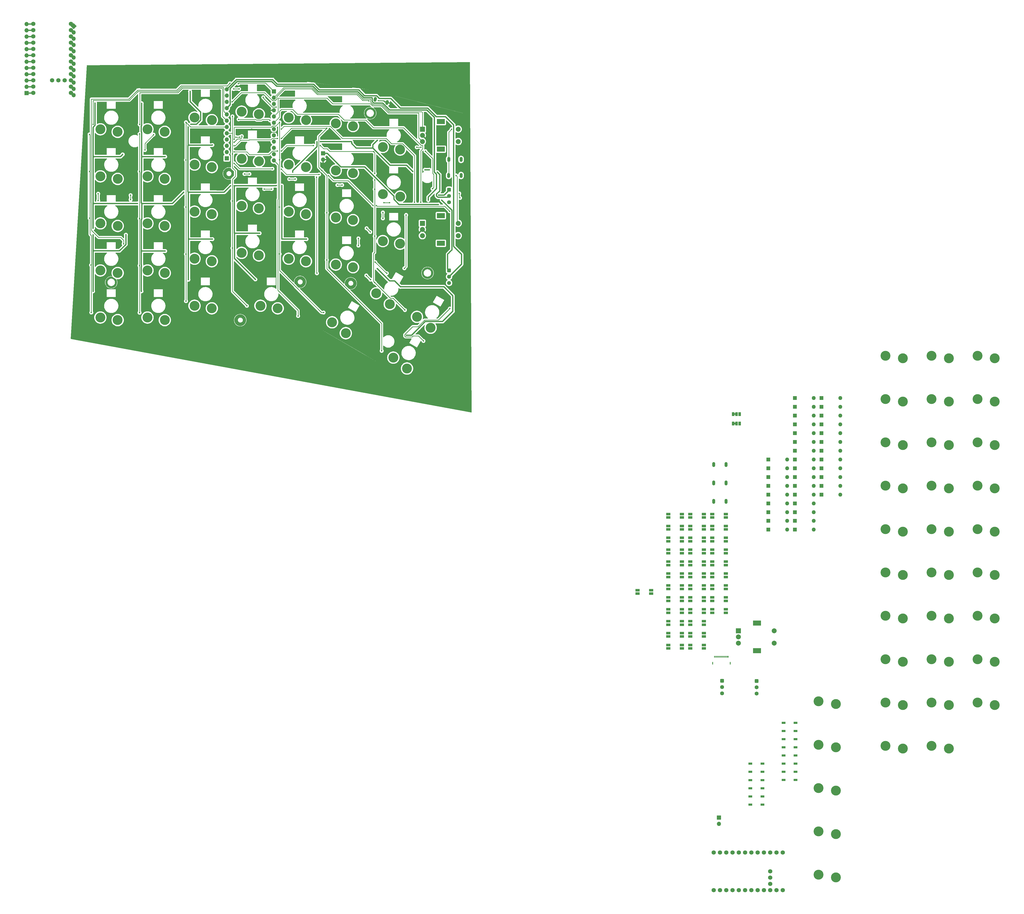
<source format=gbr>
%TF.GenerationSoftware,KiCad,Pcbnew,7.0.8*%
%TF.CreationDate,2024-02-13T23:06:56-05:00*%
%TF.ProjectId,ergothwack,6572676f-7468-4776-9163-6b2e6b696361,rev?*%
%TF.SameCoordinates,Original*%
%TF.FileFunction,Copper,L1,Top*%
%TF.FilePolarity,Positive*%
%FSLAX46Y46*%
G04 Gerber Fmt 4.6, Leading zero omitted, Abs format (unit mm)*
G04 Created by KiCad (PCBNEW 7.0.8) date 2024-02-13 23:06:56*
%MOMM*%
%LPD*%
G01*
G04 APERTURE LIST*
G04 Aperture macros list*
%AMRoundRect*
0 Rectangle with rounded corners*
0 $1 Rounding radius*
0 $2 $3 $4 $5 $6 $7 $8 $9 X,Y pos of 4 corners*
0 Add a 4 corners polygon primitive as box body*
4,1,4,$2,$3,$4,$5,$6,$7,$8,$9,$2,$3,0*
0 Add four circle primitives for the rounded corners*
1,1,$1+$1,$2,$3*
1,1,$1+$1,$4,$5*
1,1,$1+$1,$6,$7*
1,1,$1+$1,$8,$9*
0 Add four rect primitives between the rounded corners*
20,1,$1+$1,$2,$3,$4,$5,0*
20,1,$1+$1,$4,$5,$6,$7,0*
20,1,$1+$1,$6,$7,$8,$9,0*
20,1,$1+$1,$8,$9,$2,$3,0*%
%AMHorizOval*
0 Thick line with rounded ends*
0 $1 width*
0 $2 $3 position (X,Y) of the first rounded end (center of the circle)*
0 $4 $5 position (X,Y) of the second rounded end (center of the circle)*
0 Add line between two ends*
20,1,$1,$2,$3,$4,$5,0*
0 Add two circle primitives to create the rounded ends*
1,1,$1,$2,$3*
1,1,$1,$4,$5*%
%AMRotRect*
0 Rectangle, with rotation*
0 The origin of the aperture is its center*
0 $1 length*
0 $2 width*
0 $3 Rotation angle, in degrees counterclockwise*
0 Add horizontal line*
21,1,$1,$2,0,0,$3*%
G04 Aperture macros list end*
%TA.AperFunction,ComponentPad*%
%ADD10C,1.600000*%
%TD*%
%TA.AperFunction,ComponentPad*%
%ADD11RoundRect,0.400000X0.400000X0.400000X-0.400000X0.400000X-0.400000X-0.400000X0.400000X-0.400000X0*%
%TD*%
%TA.AperFunction,ComponentPad*%
%ADD12R,1.700000X1.700000*%
%TD*%
%TA.AperFunction,ComponentPad*%
%ADD13O,1.700000X1.700000*%
%TD*%
%TA.AperFunction,ComponentPad*%
%ADD14RotRect,1.700000X1.700000X45.000000*%
%TD*%
%TA.AperFunction,SMDPad,CuDef*%
%ADD15R,1.700000X1.000000*%
%TD*%
%TA.AperFunction,SMDPad,CuDef*%
%ADD16R,1.500000X0.900000*%
%TD*%
%TA.AperFunction,ComponentPad*%
%ADD17O,1.250000X2.000000*%
%TD*%
%TA.AperFunction,ComponentPad*%
%ADD18C,4.000000*%
%TD*%
%TA.AperFunction,ComponentPad*%
%ADD19R,2.000000X2.000000*%
%TD*%
%TA.AperFunction,ComponentPad*%
%ADD20C,2.000000*%
%TD*%
%TA.AperFunction,ComponentPad*%
%ADD21R,3.200000X2.000000*%
%TD*%
%TA.AperFunction,ComponentPad*%
%ADD22C,1.752600*%
%TD*%
%TA.AperFunction,SMDPad,CuDef*%
%ADD23R,1.000000X1.500000*%
%TD*%
%TA.AperFunction,SMDPad,CuDef*%
%ADD24R,0.300000X1.000000*%
%TD*%
%TA.AperFunction,SMDPad,CuDef*%
%ADD25R,0.300000X0.700000*%
%TD*%
%TA.AperFunction,ComponentPad*%
%ADD26HorizOval,1.250000X-0.090721X-0.363861X0.090721X0.363861X0*%
%TD*%
%TA.AperFunction,ComponentPad*%
%ADD27R,1.600000X1.600000*%
%TD*%
%TA.AperFunction,ComponentPad*%
%ADD28O,1.600000X1.600000*%
%TD*%
%TA.AperFunction,ViaPad*%
%ADD29C,0.600000*%
%TD*%
%TA.AperFunction,Conductor*%
%ADD30C,0.250000*%
%TD*%
%TA.AperFunction,Conductor*%
%ADD31C,0.500000*%
%TD*%
G04 APERTURE END LIST*
%TA.AperFunction,EtchedComponent*%
%TO.C,R-LED-JP1*%
G36*
X303368000Y-181944000D02*
G01*
X302868000Y-181944000D01*
X302868000Y-181344000D01*
X303368000Y-181344000D01*
X303368000Y-181944000D01*
G37*
%TD.AperFunction*%
%TA.AperFunction,EtchedComponent*%
%TO.C,R-CRQ-JP1*%
G36*
X303368000Y-178109000D02*
G01*
X302868000Y-178109000D01*
X302868000Y-177509000D01*
X303368000Y-177509000D01*
X303368000Y-178109000D01*
G37*
%TD.AperFunction*%
%TD*%
D10*
%TO.P,L-SW-BATT1,3,C*%
%TO.N,unconnected-(L-SW-BATT1-C-Pad3)*%
X187470000Y-124740000D03*
%TO.P,L-SW-BATT1,2,B*%
%TO.N,L-RAW*%
X187470000Y-122200000D03*
D11*
%TO.P,L-SW-BATT1,1,A*%
%TO.N,+BATT*%
X187470000Y-119660000D03*
%TD*%
D12*
%TO.P,L-n!n-L-Socket1,1,Pin_1*%
%TO.N,L-LED*%
X116560000Y-47180000D03*
D13*
%TO.P,L-n!n-L-Socket1,2,Pin_2*%
%TO.N,L-RE0-A*%
X116560000Y-49720000D03*
%TO.P,L-n!n-L-Socket1,3,Pin_3*%
%TO.N,GND*%
X116560000Y-52260000D03*
%TO.P,L-n!n-L-Socket1,4,Pin_4*%
X116560000Y-54800000D03*
%TO.P,L-n!n-L-Socket1,5,Pin_5*%
%TO.N,L-RE0-B*%
X116560000Y-57340000D03*
%TO.P,L-n!n-L-Socket1,6,Pin_6*%
%TO.N,L-RE1-A*%
X116560000Y-59880000D03*
%TO.P,L-n!n-L-Socket1,7,Pin_7*%
%TO.N,L-RE1-B*%
X116560000Y-62420000D03*
%TO.P,L-n!n-L-Socket1,8,Pin_8*%
%TO.N,L-row0*%
X116560000Y-64960000D03*
%TO.P,L-n!n-L-Socket1,9,Pin_9*%
%TO.N,L-row1*%
X116560000Y-67500000D03*
%TO.P,L-n!n-L-Socket1,10,Pin_10*%
%TO.N,L-row2*%
X116560000Y-70040000D03*
%TO.P,L-n!n-L-Socket1,11,Pin_11*%
%TO.N,L-row3*%
X116560000Y-72580000D03*
%TO.P,L-n!n-L-Socket1,12,Pin_12*%
%TO.N,L-row4*%
X116560000Y-75120000D03*
%TD*%
%TO.P,L-n!n-L-Adapter1,12,Pin_12*%
%TO.N,Net-(L-n!n-L-Adapter1-Pin_12)*%
X35530000Y-48690000D03*
%TO.P,L-n!n-L-Adapter1,11,Pin_11*%
%TO.N,Net-(L-n!n-L-Adapter1-Pin_11)*%
X35530000Y-46150000D03*
%TO.P,L-n!n-L-Adapter1,10,Pin_10*%
%TO.N,Net-(L-n!n-L-Adapter1-Pin_10)*%
X35530000Y-43610000D03*
%TO.P,L-n!n-L-Adapter1,9,Pin_9*%
%TO.N,Net-(L-n!n-L-Adapter1-Pin_9)*%
X35530000Y-41070000D03*
%TO.P,L-n!n-L-Adapter1,8,Pin_8*%
%TO.N,Net-(L-n!n-L-Adapter1-Pin_8)*%
X35530000Y-38530000D03*
%TO.P,L-n!n-L-Adapter1,7,Pin_7*%
%TO.N,Net-(L-n!n-L-Adapter1-Pin_7)*%
X35530000Y-35990000D03*
%TO.P,L-n!n-L-Adapter1,6,Pin_6*%
%TO.N,Net-(L-n!n-L-Adapter1-Pin_6)*%
X35530000Y-33450000D03*
%TO.P,L-n!n-L-Adapter1,5,Pin_5*%
%TO.N,Net-(L-n!n-L-Adapter1-Pin_5)*%
X35530000Y-30910000D03*
%TO.P,L-n!n-L-Adapter1,4,Pin_4*%
%TO.N,Net-(L-n!n-L-Adapter1-Pin_4)*%
X35530000Y-28370000D03*
%TO.P,L-n!n-L-Adapter1,3,Pin_3*%
%TO.N,Net-(L-n!n-L-Adapter1-Pin_3)*%
X35530000Y-25830000D03*
%TO.P,L-n!n-L-Adapter1,2,Pin_2*%
%TO.N,Net-(L-n!n-L-Adapter1-Pin_2)*%
X35530000Y-23290000D03*
D14*
%TO.P,L-n!n-L-Adapter1,1,Pin_1*%
%TO.N,Net-(L-n!n-L-Adapter1-Pin_1)*%
X35530000Y-20750000D03*
%TD*%
D12*
%TO.P,J4,1,Pin_1*%
%TO.N,Net-(J4-Pin_1)*%
X16480000Y-47840000D03*
D13*
%TO.P,J4,2,Pin_2*%
%TO.N,Net-(J4-Pin_2)*%
X16480000Y-45300000D03*
%TO.P,J4,3,Pin_3*%
%TO.N,Net-(J4-Pin_3)*%
X16480000Y-42760000D03*
%TO.P,J4,4,Pin_4*%
%TO.N,Net-(J4-Pin_4)*%
X16480000Y-40220000D03*
%TO.P,J4,5,Pin_5*%
%TO.N,Net-(J4-Pin_5)*%
X16480000Y-37680000D03*
%TO.P,J4,6,Pin_6*%
%TO.N,Net-(J4-Pin_6)*%
X16480000Y-35140000D03*
%TO.P,J4,7,Pin_7*%
%TO.N,Net-(J4-Pin_7)*%
X16480000Y-32600000D03*
%TO.P,J4,8,Pin_8*%
%TO.N,Net-(J4-Pin_8)*%
X16480000Y-30060000D03*
%TO.P,J4,9,Pin_9*%
%TO.N,Net-(J4-Pin_9)*%
X16480000Y-27520000D03*
%TO.P,J4,10,Pin_10*%
%TO.N,Net-(J4-Pin_10)*%
X16480000Y-24980000D03*
%TO.P,J4,11,Pin_11*%
%TO.N,Net-(J4-Pin_11)*%
X16480000Y-22440000D03*
%TO.P,J4,12,Pin_12*%
%TO.N,Net-(J4-Pin_12)*%
X16480000Y-19900000D03*
%TD*%
%TO.P,J3,12,Pin_12*%
%TO.N,L-RAW*%
X97510000Y-46330000D03*
%TO.P,J3,11,Pin_11*%
%TO.N,GND*%
X97510000Y-48870000D03*
%TO.P,J3,10,Pin_10*%
%TO.N,L-reset*%
X97510000Y-51410000D03*
%TO.P,J3,9,Pin_9*%
%TO.N,VCC*%
X97510000Y-53950000D03*
%TO.P,J3,8,Pin_8*%
%TO.N,L-col0*%
X97510000Y-56490000D03*
%TO.P,J3,7,Pin_7*%
%TO.N,L-col1*%
X97510000Y-59030000D03*
%TO.P,J3,6,Pin_6*%
%TO.N,L-col2*%
X97510000Y-61570000D03*
%TO.P,J3,5,Pin_5*%
%TO.N,L-col3*%
X97510000Y-64110000D03*
%TO.P,J3,4,Pin_4*%
%TO.N,L-col4*%
X97510000Y-66650000D03*
%TO.P,J3,3,Pin_3*%
%TO.N,L-col5*%
X97510000Y-69190000D03*
%TO.P,J3,2,Pin_2*%
%TO.N,L-col6*%
X97510000Y-71730000D03*
D12*
%TO.P,J3,1,Pin_1*%
%TO.N,L-col7*%
X97510000Y-74270000D03*
%TD*%
D15*
%TO.P,R-K-LED36,1,VDD*%
%TO.N,R-LED-VCC*%
X299500000Y-256830000D03*
%TO.P,R-K-LED36,2,DOUT*%
%TO.N,Net-(R-K-LED35-DIN)*%
X299500000Y-258230000D03*
%TO.P,R-K-LED36,3,VSS*%
%TO.N,GNDA*%
X294000000Y-258230000D03*
%TO.P,R-K-LED36,4,DIN*%
%TO.N,Net-(R-K-LED36-DIN)*%
X294000000Y-256830000D03*
%TD*%
%TO.P,R-K-LED35,1,VDD*%
%TO.N,R-LED-VCC*%
X299500000Y-252010000D03*
%TO.P,R-K-LED35,2,DOUT*%
%TO.N,Net-(R-K-LED34-DIN)*%
X299500000Y-253410000D03*
%TO.P,R-K-LED35,3,VSS*%
%TO.N,GNDA*%
X294000000Y-253410000D03*
%TO.P,R-K-LED35,4,DIN*%
%TO.N,Net-(R-K-LED35-DIN)*%
X294000000Y-252010000D03*
%TD*%
%TO.P,R-K-LED34,1,VDD*%
%TO.N,R-LED-VCC*%
X299500000Y-247190000D03*
%TO.P,R-K-LED34,2,DOUT*%
%TO.N,Net-(R-K-LED33-DIN)*%
X299500000Y-248590000D03*
%TO.P,R-K-LED34,3,VSS*%
%TO.N,GNDA*%
X294000000Y-248590000D03*
%TO.P,R-K-LED34,4,DIN*%
%TO.N,Net-(R-K-LED34-DIN)*%
X294000000Y-247190000D03*
%TD*%
%TO.P,R-K-LED33,1,VDD*%
%TO.N,R-LED-VCC*%
X299500000Y-242370000D03*
%TO.P,R-K-LED33,2,DOUT*%
%TO.N,Net-(R-K-LED32-DIN)*%
X299500000Y-243770000D03*
%TO.P,R-K-LED33,3,VSS*%
%TO.N,GNDA*%
X294000000Y-243770000D03*
%TO.P,R-K-LED33,4,DIN*%
%TO.N,Net-(R-K-LED33-DIN)*%
X294000000Y-242370000D03*
%TD*%
%TO.P,R-K-LED32,1,VDD*%
%TO.N,R-LED-VCC*%
X299500000Y-237550000D03*
%TO.P,R-K-LED32,2,DOUT*%
%TO.N,Net-(R-K-LED31-DIN)*%
X299500000Y-238950000D03*
%TO.P,R-K-LED32,3,VSS*%
%TO.N,GNDA*%
X294000000Y-238950000D03*
%TO.P,R-K-LED32,4,DIN*%
%TO.N,Net-(R-K-LED32-DIN)*%
X294000000Y-237550000D03*
%TD*%
%TO.P,R-K-LED31,1,VDD*%
%TO.N,R-LED-VCC*%
X299500000Y-232730000D03*
%TO.P,R-K-LED31,2,DOUT*%
%TO.N,Net-(R-K-LED30-DIN)*%
X299500000Y-234130000D03*
%TO.P,R-K-LED31,3,VSS*%
%TO.N,GNDA*%
X294000000Y-234130000D03*
%TO.P,R-K-LED31,4,DIN*%
%TO.N,Net-(R-K-LED31-DIN)*%
X294000000Y-232730000D03*
%TD*%
%TO.P,R-K-LED30,1,VDD*%
%TO.N,R-LED-VCC*%
X299500000Y-227910000D03*
%TO.P,R-K-LED30,2,DOUT*%
%TO.N,Net-(R-K-LED22-DIN)*%
X299500000Y-229310000D03*
%TO.P,R-K-LED30,3,VSS*%
%TO.N,GNDA*%
X294000000Y-229310000D03*
%TO.P,R-K-LED30,4,DIN*%
%TO.N,Net-(R-K-LED30-DIN)*%
X294000000Y-227910000D03*
%TD*%
%TO.P,R-K-LED29,1,VDD*%
%TO.N,R-LED-VCC*%
X299500000Y-223090000D03*
%TO.P,R-K-LED29,2,DOUT*%
%TO.N,Net-(R-K-LED21-DIN)*%
X299500000Y-224490000D03*
%TO.P,R-K-LED29,3,VSS*%
%TO.N,GNDA*%
X294000000Y-224490000D03*
%TO.P,R-K-LED29,4,DIN*%
%TO.N,Net-(R-K-LED28-DOUT)*%
X294000000Y-223090000D03*
%TD*%
%TO.P,R-K-LED28,1,VDD*%
%TO.N,R-LED-VCC*%
X299500000Y-218270000D03*
%TO.P,R-K-LED28,2,DOUT*%
%TO.N,Net-(R-K-LED28-DOUT)*%
X299500000Y-219670000D03*
%TO.P,R-K-LED28,3,VSS*%
%TO.N,unconnected-(R-K-LED28-VSS-Pad3)*%
X294000000Y-219670000D03*
%TO.P,R-K-LED28,4,DIN*%
%TO.N,Net-(R-K-LED27-DOUT)*%
X294000000Y-218270000D03*
%TD*%
%TO.P,R-K-LED27,1,VDD*%
%TO.N,R-LED-VCC*%
X290580000Y-271290000D03*
%TO.P,R-K-LED27,2,DOUT*%
%TO.N,Net-(R-K-LED27-DOUT)*%
X290580000Y-272690000D03*
%TO.P,R-K-LED27,3,VSS*%
%TO.N,GNDA*%
X285080000Y-272690000D03*
%TO.P,R-K-LED27,4,DIN*%
%TO.N,Net-(R-K-LED26-DOUT)*%
X285080000Y-271290000D03*
%TD*%
%TO.P,R-K-LED26,1,VDD*%
%TO.N,R-LED-VCC*%
X290580000Y-266470000D03*
%TO.P,R-K-LED26,2,DOUT*%
%TO.N,Net-(R-K-LED26-DOUT)*%
X290580000Y-267870000D03*
%TO.P,R-K-LED26,3,VSS*%
%TO.N,GNDA*%
X285080000Y-267870000D03*
%TO.P,R-K-LED26,4,DIN*%
%TO.N,Net-(R-K-LED25-DOUT)*%
X285080000Y-266470000D03*
%TD*%
%TO.P,R-K-LED25,1,VDD*%
%TO.N,R-LED-VCC*%
X290580000Y-261650000D03*
%TO.P,R-K-LED25,2,DOUT*%
%TO.N,Net-(R-K-LED25-DOUT)*%
X290580000Y-263050000D03*
%TO.P,R-K-LED25,3,VSS*%
%TO.N,GNDA*%
X285080000Y-263050000D03*
%TO.P,R-K-LED25,4,DIN*%
%TO.N,Net-(R-K-LED24-DOUT)*%
X285080000Y-261650000D03*
%TD*%
%TO.P,R-K-LED24,1,VDD*%
%TO.N,R-LED-VCC*%
X290580000Y-256830000D03*
%TO.P,R-K-LED24,2,DOUT*%
%TO.N,Net-(R-K-LED24-DOUT)*%
X290580000Y-258230000D03*
%TO.P,R-K-LED24,3,VSS*%
%TO.N,GNDA*%
X285080000Y-258230000D03*
%TO.P,R-K-LED24,4,DIN*%
%TO.N,Net-(R-K-LED23-DOUT)*%
X285080000Y-256830000D03*
%TD*%
%TO.P,R-K-LED23,1,VDD*%
%TO.N,R-LED-VCC*%
X290580000Y-252010000D03*
%TO.P,R-K-LED23,2,DOUT*%
%TO.N,Net-(R-K-LED23-DOUT)*%
X290580000Y-253410000D03*
%TO.P,R-K-LED23,3,VSS*%
%TO.N,GNDA*%
X285080000Y-253410000D03*
%TO.P,R-K-LED23,4,DIN*%
%TO.N,Net-(R-K-LED22-DOUT)*%
X285080000Y-252010000D03*
%TD*%
%TO.P,R-K-LED22,1,VDD*%
%TO.N,R-LED-VCC*%
X290580000Y-247190000D03*
%TO.P,R-K-LED22,2,DOUT*%
%TO.N,Net-(R-K-LED22-DOUT)*%
X290580000Y-248590000D03*
%TO.P,R-K-LED22,3,VSS*%
%TO.N,GNDA*%
X285080000Y-248590000D03*
%TO.P,R-K-LED22,4,DIN*%
%TO.N,Net-(R-K-LED22-DIN)*%
X285080000Y-247190000D03*
%TD*%
%TO.P,R-K-LED21,1,VDD*%
%TO.N,R-LED-VCC*%
X290580000Y-242370000D03*
%TO.P,R-K-LED21,2,DOUT*%
%TO.N,Net-(R-K-LED20-DIN)*%
X290580000Y-243770000D03*
%TO.P,R-K-LED21,3,VSS*%
%TO.N,GNDA*%
X285080000Y-243770000D03*
%TO.P,R-K-LED21,4,DIN*%
%TO.N,Net-(R-K-LED21-DIN)*%
X285080000Y-242370000D03*
%TD*%
%TO.P,R-K-LED20,1,VDD*%
%TO.N,R-LED-VCC*%
X290580000Y-237550000D03*
%TO.P,R-K-LED20,2,DOUT*%
%TO.N,Net-(R-K-LED19-DIN)*%
X290580000Y-238950000D03*
%TO.P,R-K-LED20,3,VSS*%
%TO.N,GNDA*%
X285080000Y-238950000D03*
%TO.P,R-K-LED20,4,DIN*%
%TO.N,Net-(R-K-LED20-DIN)*%
X285080000Y-237550000D03*
%TD*%
%TO.P,R-K-LED19,1,VDD*%
%TO.N,R-LED-VCC*%
X290580000Y-232730000D03*
%TO.P,R-K-LED19,2,DOUT*%
%TO.N,Net-(R-K-LED18-DIN)*%
X290580000Y-234130000D03*
%TO.P,R-K-LED19,3,VSS*%
%TO.N,GNDA*%
X285080000Y-234130000D03*
%TO.P,R-K-LED19,4,DIN*%
%TO.N,Net-(R-K-LED19-DIN)*%
X285080000Y-232730000D03*
%TD*%
%TO.P,R-K-LED18,1,VDD*%
%TO.N,R-LED-VCC*%
X290580000Y-227910000D03*
%TO.P,R-K-LED18,2,DOUT*%
%TO.N,Net-(R-K-LED17-DIN)*%
X290580000Y-229310000D03*
%TO.P,R-K-LED18,3,VSS*%
%TO.N,GNDA*%
X285080000Y-229310000D03*
%TO.P,R-K-LED18,4,DIN*%
%TO.N,Net-(R-K-LED18-DIN)*%
X285080000Y-227910000D03*
%TD*%
%TO.P,R-K-LED17,1,VDD*%
%TO.N,R-LED-VCC*%
X290580000Y-223090000D03*
%TO.P,R-K-LED17,2,DOUT*%
%TO.N,Net-(R-K-LED16-DIN)*%
X290580000Y-224490000D03*
%TO.P,R-K-LED17,3,VSS*%
%TO.N,GNDA*%
X285080000Y-224490000D03*
%TO.P,R-K-LED17,4,DIN*%
%TO.N,Net-(R-K-LED17-DIN)*%
X285080000Y-223090000D03*
%TD*%
%TO.P,R-K-LED16,1,VDD*%
%TO.N,R-LED-VCC*%
X290580000Y-218270000D03*
%TO.P,R-K-LED16,2,DOUT*%
%TO.N,Net-(R-K-LED16-DOUT)*%
X290580000Y-219670000D03*
%TO.P,R-K-LED16,3,VSS*%
%TO.N,GNDA*%
X285080000Y-219670000D03*
%TO.P,R-K-LED16,4,DIN*%
%TO.N,Net-(R-K-LED16-DIN)*%
X285080000Y-218270000D03*
%TD*%
%TO.P,R-K-LED14,1,VDD*%
%TO.N,R-LED-VCC*%
X281660000Y-271290000D03*
%TO.P,R-K-LED14,2,DOUT*%
%TO.N,Net-(R-K-LED14-DOUT)*%
X281660000Y-272690000D03*
%TO.P,R-K-LED14,3,VSS*%
%TO.N,GNDA*%
X276160000Y-272690000D03*
%TO.P,R-K-LED14,4,DIN*%
%TO.N,Net-(R-K-LED13-DOUT)*%
X276160000Y-271290000D03*
%TD*%
%TO.P,R-K-LED13,1,VDD*%
%TO.N,R-LED-VCC*%
X281660000Y-266470000D03*
%TO.P,R-K-LED13,2,DOUT*%
%TO.N,Net-(R-K-LED13-DOUT)*%
X281660000Y-267870000D03*
%TO.P,R-K-LED13,3,VSS*%
%TO.N,GNDA*%
X276160000Y-267870000D03*
%TO.P,R-K-LED13,4,DIN*%
%TO.N,Net-(R-K-LED12-DOUT)*%
X276160000Y-266470000D03*
%TD*%
%TO.P,R-K-LED12,1,VDD*%
%TO.N,R-LED-VCC*%
X281660000Y-261650000D03*
%TO.P,R-K-LED12,2,DOUT*%
%TO.N,Net-(R-K-LED12-DOUT)*%
X281660000Y-263050000D03*
%TO.P,R-K-LED12,3,VSS*%
%TO.N,GNDA*%
X276160000Y-263050000D03*
%TO.P,R-K-LED12,4,DIN*%
%TO.N,Net-(R-K-LED11-DOUT)*%
X276160000Y-261650000D03*
%TD*%
%TO.P,R-K-LED11,1,VDD*%
%TO.N,R-LED-VCC*%
X281660000Y-256830000D03*
%TO.P,R-K-LED11,2,DOUT*%
%TO.N,Net-(R-K-LED11-DOUT)*%
X281660000Y-258230000D03*
%TO.P,R-K-LED11,3,VSS*%
%TO.N,GNDA*%
X276160000Y-258230000D03*
%TO.P,R-K-LED11,4,DIN*%
%TO.N,Net-(R-K-LED10-DOUT)*%
X276160000Y-256830000D03*
%TD*%
%TO.P,R-K-LED10,1,VDD*%
%TO.N,R-LED-VCC*%
X281660000Y-252010000D03*
%TO.P,R-K-LED10,2,DOUT*%
%TO.N,Net-(R-K-LED10-DOUT)*%
X281660000Y-253410000D03*
%TO.P,R-K-LED10,3,VSS*%
%TO.N,GNDA*%
X276160000Y-253410000D03*
%TO.P,R-K-LED10,4,DIN*%
%TO.N,Net-(R-K-LED10-DIN)*%
X276160000Y-252010000D03*
%TD*%
%TO.P,R-K-LED9,1,VDD*%
%TO.N,R-LED-VCC*%
X281660000Y-247190000D03*
%TO.P,R-K-LED9,2,DOUT*%
%TO.N,Net-(R-K-LED10-DIN)*%
X281660000Y-248590000D03*
%TO.P,R-K-LED9,3,VSS*%
%TO.N,GNDA*%
X276160000Y-248590000D03*
%TO.P,R-K-LED9,4,DIN*%
%TO.N,Net-(R-K-LED16-DOUT)*%
X276160000Y-247190000D03*
%TD*%
%TO.P,R-K-LED7,1,VDD*%
%TO.N,R-LED-VCC*%
X281660000Y-242370000D03*
%TO.P,R-K-LED7,2,DOUT*%
%TO.N,Net-(R-K-LED6-DIN)*%
X281660000Y-243770000D03*
%TO.P,R-K-LED7,3,VSS*%
%TO.N,GNDA*%
X276160000Y-243770000D03*
%TO.P,R-K-LED7,4,DIN*%
%TO.N,Net-(R-K-LED14-DOUT)*%
X276160000Y-242370000D03*
%TD*%
%TO.P,R-K-LED6,1,VDD*%
%TO.N,R-LED-VCC*%
X281660000Y-237550000D03*
%TO.P,R-K-LED6,2,DOUT*%
%TO.N,Net-(R-K-LED5-DIN)*%
X281660000Y-238950000D03*
%TO.P,R-K-LED6,3,VSS*%
%TO.N,GNDA*%
X276160000Y-238950000D03*
%TO.P,R-K-LED6,4,DIN*%
%TO.N,Net-(R-K-LED6-DIN)*%
X276160000Y-237550000D03*
%TD*%
%TO.P,R-K-LED5,1,VDD*%
%TO.N,R-LED-VCC*%
X281660000Y-232730000D03*
%TO.P,R-K-LED5,2,DOUT*%
%TO.N,Net-(R-K-LED4-DIN)*%
X281660000Y-234130000D03*
%TO.P,R-K-LED5,3,VSS*%
%TO.N,GNDA*%
X276160000Y-234130000D03*
%TO.P,R-K-LED5,4,DIN*%
%TO.N,Net-(R-K-LED5-DIN)*%
X276160000Y-232730000D03*
%TD*%
%TO.P,R-K-LED4,1,VDD*%
%TO.N,R-LED-VCC*%
X281660000Y-227910000D03*
%TO.P,R-K-LED4,2,DOUT*%
%TO.N,Net-(R-K-LED3-DIN)*%
X281660000Y-229310000D03*
%TO.P,R-K-LED4,3,VSS*%
%TO.N,GNDA*%
X276160000Y-229310000D03*
%TO.P,R-K-LED4,4,DIN*%
%TO.N,Net-(R-K-LED4-DIN)*%
X276160000Y-227910000D03*
%TD*%
%TO.P,R-K-LED3,1,VDD*%
%TO.N,R-LED-VCC*%
X281660000Y-223090000D03*
%TO.P,R-K-LED3,2,DOUT*%
%TO.N,Net-(R-K-LED2-DIN)*%
X281660000Y-224490000D03*
%TO.P,R-K-LED3,3,VSS*%
%TO.N,GNDA*%
X276160000Y-224490000D03*
%TO.P,R-K-LED3,4,DIN*%
%TO.N,Net-(R-K-LED3-DIN)*%
X276160000Y-223090000D03*
%TD*%
%TO.P,R-K-LED2,1,VDD*%
%TO.N,R-LED-VCC*%
X281660000Y-218270000D03*
%TO.P,R-K-LED2,2,DOUT*%
%TO.N,Net-(R-K-LED1-DIN)*%
X281660000Y-219670000D03*
%TO.P,R-K-LED2,3,VSS*%
%TO.N,GNDA*%
X276160000Y-219670000D03*
%TO.P,R-K-LED2,4,DIN*%
%TO.N,Net-(R-K-LED2-DIN)*%
X276160000Y-218270000D03*
%TD*%
%TO.P,R-K-LED1,1,VDD*%
%TO.N,R-LED-VCC*%
X269250000Y-249110000D03*
%TO.P,R-K-LED1,2,DOUT*%
%TO.N,unconnected-(R-K-LED1-DOUT-Pad2)*%
X269250000Y-250510000D03*
%TO.P,R-K-LED1,3,VSS*%
%TO.N,GNDA*%
X263750000Y-250510000D03*
%TO.P,R-K-LED1,4,DIN*%
%TO.N,Net-(R-K-LED1-DIN)*%
X263750000Y-249110000D03*
%TD*%
D16*
%TO.P,R-UG-LED6,4,DIN*%
%TO.N,Net-(R-UG-LED5-DOUT)*%
X327700000Y-322630000D03*
%TO.P,R-UG-LED6,3,VSS*%
%TO.N,GNDA*%
X327700000Y-325930000D03*
%TO.P,R-UG-LED6,2,DOUT*%
%TO.N,Net-(R-K-LED36-DIN)*%
X322800000Y-325930000D03*
%TO.P,R-UG-LED6,1,VDD*%
%TO.N,R-LED-VCC*%
X322800000Y-322630000D03*
%TD*%
%TO.P,R-UG-LED5,4,DIN*%
%TO.N,Net-(R-UG-LED4-DOUT)*%
X327700000Y-316010000D03*
%TO.P,R-UG-LED5,3,VSS*%
%TO.N,GNDA*%
X327700000Y-319310000D03*
%TO.P,R-UG-LED5,2,DOUT*%
%TO.N,Net-(R-UG-LED5-DOUT)*%
X322800000Y-319310000D03*
%TO.P,R-UG-LED5,1,VDD*%
%TO.N,R-LED-VCC*%
X322800000Y-316010000D03*
%TD*%
%TO.P,R-UG-LED4,4,DIN*%
%TO.N,Net-(R-UG-LED3-DOUT)*%
X327700000Y-309390000D03*
%TO.P,R-UG-LED4,3,VSS*%
%TO.N,GNDA*%
X327700000Y-312690000D03*
%TO.P,R-UG-LED4,2,DOUT*%
%TO.N,Net-(R-UG-LED4-DOUT)*%
X322800000Y-312690000D03*
%TO.P,R-UG-LED4,1,VDD*%
%TO.N,R-LED-VCC*%
X322800000Y-309390000D03*
%TD*%
%TO.P,R-UG-LED3,4,DIN*%
%TO.N,Net-(R-UG-LED2-DOUT)*%
X327700000Y-302770000D03*
%TO.P,R-UG-LED3,3,VSS*%
%TO.N,GNDA*%
X327700000Y-306070000D03*
%TO.P,R-UG-LED3,2,DOUT*%
%TO.N,Net-(R-UG-LED3-DOUT)*%
X322800000Y-306070000D03*
%TO.P,R-UG-LED3,1,VDD*%
%TO.N,R-LED-VCC*%
X322800000Y-302770000D03*
%TD*%
%TO.P,R-UG-LED2,4,DIN*%
%TO.N,Net-(R-UG-LED1-DOUT)*%
X314310000Y-332580000D03*
%TO.P,R-UG-LED2,3,VSS*%
%TO.N,GNDA*%
X314310000Y-335880000D03*
%TO.P,R-UG-LED2,2,DOUT*%
%TO.N,Net-(R-UG-LED2-DOUT)*%
X309410000Y-335880000D03*
%TO.P,R-UG-LED2,1,VDD*%
%TO.N,R-LED-VCC*%
X309410000Y-332580000D03*
%TD*%
%TO.P,R-UG-LED1,4,DIN*%
%TO.N,Net-(R-UG-LED0-DOUT)*%
X314310000Y-325960000D03*
%TO.P,R-UG-LED1,3,VSS*%
%TO.N,GNDA*%
X314310000Y-329260000D03*
%TO.P,R-UG-LED1,2,DOUT*%
%TO.N,Net-(R-UG-LED1-DOUT)*%
X309410000Y-329260000D03*
%TO.P,R-UG-LED1,1,VDD*%
%TO.N,R-LED-VCC*%
X309410000Y-325960000D03*
%TD*%
%TO.P,R-UG-LED0,4,DIN*%
%TO.N,R-LED*%
X314310000Y-319340000D03*
%TO.P,R-UG-LED0,3,VSS*%
%TO.N,GNDA*%
X314310000Y-322640000D03*
%TO.P,R-UG-LED0,2,DOUT*%
%TO.N,Net-(R-UG-LED0-DOUT)*%
X309410000Y-322640000D03*
%TO.P,R-UG-LED0,1,VDD*%
%TO.N,R-LED-VCC*%
X309410000Y-319340000D03*
%TD*%
D17*
%TO.P,R-TS-RST1,1,1*%
%TO.N,R-reset*%
X294568000Y-213178400D03*
%TO.P,R-TS-RST1,2,2*%
%TO.N,GNDA*%
X299568000Y-213178400D03*
%TD*%
%TO.P,R-TS-LED-UP1,1,1*%
%TO.N,R-col0*%
X294568000Y-205727600D03*
%TO.P,R-TS-LED-UP1,2,2*%
%TO.N,Net-(R-D8-A)*%
X299568000Y-205727600D03*
%TD*%
%TO.P,R-TS-LED-DOWN1,1,1*%
%TO.N,R-col0*%
X294568000Y-198276800D03*
%TO.P,R-TS-LED-DOWN1,2,2*%
%TO.N,Net-(R-D15-A)*%
X299568000Y-198276800D03*
%TD*%
D18*
%TO.P,R-SW36,1,1*%
%TO.N,R-col7*%
X401305000Y-294580000D03*
%TO.P,R-SW36,2,2*%
%TO.N,Net-(R-D36-A)*%
X408305000Y-295630000D03*
%TD*%
%TO.P,R-SW35,1,1*%
%TO.N,R-col6*%
X401305000Y-277030000D03*
%TO.P,R-SW35,2,2*%
%TO.N,Net-(R-D35-A)*%
X408305000Y-278080000D03*
%TD*%
%TO.P,R-SW34,1,1*%
%TO.N,R-col5*%
X401305000Y-259480000D03*
%TO.P,R-SW34,2,2*%
%TO.N,Net-(R-D34-A)*%
X408305000Y-260530000D03*
%TD*%
%TO.P,R-SW33,1,1*%
%TO.N,R-col4*%
X401305000Y-241930000D03*
%TO.P,R-SW33,2,2*%
%TO.N,Net-(R-D33-A)*%
X408305000Y-242980000D03*
%TD*%
%TO.P,R-SW32,1,1*%
%TO.N,R-col2*%
X401305000Y-224380000D03*
%TO.P,R-SW32,2,2*%
%TO.N,Net-(R-D32-A)*%
X408305000Y-225430000D03*
%TD*%
%TO.P,R-SW31,1,1*%
%TO.N,R-col1*%
X401305000Y-206830000D03*
%TO.P,R-SW31,2,2*%
%TO.N,Net-(R-D31-A)*%
X408305000Y-207880000D03*
%TD*%
%TO.P,R-SW30,1,1*%
%TO.N,R-col0*%
X401305000Y-189280000D03*
%TO.P,R-SW30,2,2*%
%TO.N,Net-(R-D30-A)*%
X408305000Y-190330000D03*
%TD*%
%TO.P,R-SW29,1,1*%
%TO.N,R-col7*%
X401305000Y-171730000D03*
%TO.P,R-SW29,2,2*%
%TO.N,Net-(R-D29-A)*%
X408305000Y-172780000D03*
%TD*%
%TO.P,R-SW28,1,1*%
%TO.N,R-col6*%
X401305000Y-154180000D03*
%TO.P,R-SW28,2,2*%
%TO.N,Net-(R-D28-A)*%
X408305000Y-155230000D03*
%TD*%
%TO.P,R-SW27,1,1*%
%TO.N,R-col5*%
X382705000Y-312130000D03*
%TO.P,R-SW27,2,2*%
%TO.N,Net-(R-D27-A)*%
X389705000Y-313180000D03*
%TD*%
%TO.P,R-SW26,1,1*%
%TO.N,R-col4*%
X382705000Y-294580000D03*
%TO.P,R-SW26,2,2*%
%TO.N,Net-(R-D26-A)*%
X389705000Y-295630000D03*
%TD*%
%TO.P,R-SW25,1,1*%
%TO.N,R-col3*%
X382705000Y-277030000D03*
%TO.P,R-SW25,2,2*%
%TO.N,Net-(R-D25-A)*%
X389705000Y-278080000D03*
%TD*%
%TO.P,R-SW24,1,1*%
%TO.N,R-col2*%
X382705000Y-259480000D03*
%TO.P,R-SW24,2,2*%
%TO.N,Net-(R-D24-A)*%
X389705000Y-260530000D03*
%TD*%
%TO.P,R-SW23,1,1*%
%TO.N,R-col1*%
X382705000Y-241930000D03*
%TO.P,R-SW23,2,2*%
%TO.N,Net-(R-D23-A)*%
X389705000Y-242980000D03*
%TD*%
%TO.P,R-SW22,1,1*%
%TO.N,R-col0*%
X382705000Y-224380000D03*
%TO.P,R-SW22,2,2*%
%TO.N,Net-(R-D22-A)*%
X389705000Y-225430000D03*
%TD*%
%TO.P,R-SW21,1,1*%
%TO.N,R-col7*%
X382705000Y-206830000D03*
%TO.P,R-SW21,2,2*%
%TO.N,Net-(R-D21-A)*%
X389705000Y-207880000D03*
%TD*%
%TO.P,R-SW20,1,1*%
%TO.N,R-col6*%
X382705000Y-189280000D03*
%TO.P,R-SW20,2,2*%
%TO.N,Net-(R-D20-A)*%
X389705000Y-190330000D03*
%TD*%
%TO.P,R-SW19,1,1*%
%TO.N,R-col5*%
X382705000Y-171730000D03*
%TO.P,R-SW19,2,2*%
%TO.N,Net-(R-D19-A)*%
X389705000Y-172780000D03*
%TD*%
%TO.P,R-SW18,1,1*%
%TO.N,R-col4*%
X382705000Y-154180000D03*
%TO.P,R-SW18,2,2*%
%TO.N,Net-(R-D18-A)*%
X389705000Y-155230000D03*
%TD*%
%TO.P,R-SW17,1,1*%
%TO.N,R-col3*%
X364105000Y-312130000D03*
%TO.P,R-SW17,2,2*%
%TO.N,Net-(R-D17-A)*%
X371105000Y-313180000D03*
%TD*%
%TO.P,R-SW16,1,1*%
%TO.N,R-col2*%
X364105000Y-294580000D03*
%TO.P,R-SW16,2,2*%
%TO.N,Net-(R-D16-A)*%
X371105000Y-295630000D03*
%TD*%
%TO.P,R-SW14,1,1*%
%TO.N,R-col7*%
X364105000Y-277030000D03*
%TO.P,R-SW14,2,2*%
%TO.N,Net-(R-D14-A)*%
X371105000Y-278080000D03*
%TD*%
%TO.P,R-SW13,1,1*%
%TO.N,R-col6*%
X364105000Y-259480000D03*
%TO.P,R-SW13,2,2*%
%TO.N,Net-(R-D13-A)*%
X371105000Y-260530000D03*
%TD*%
%TO.P,R-SW12,1,1*%
%TO.N,R-col5*%
X364105000Y-241930000D03*
%TO.P,R-SW12,2,2*%
%TO.N,Net-(R-D12-A)*%
X371105000Y-242980000D03*
%TD*%
%TO.P,R-SW11,1,1*%
%TO.N,R-col4*%
X364105000Y-224380000D03*
%TO.P,R-SW11,2,2*%
%TO.N,Net-(R-D11-A)*%
X371105000Y-225430000D03*
%TD*%
%TO.P,R-SW10,1,1*%
%TO.N,R-col3*%
X364105000Y-206830000D03*
%TO.P,R-SW10,2,2*%
%TO.N,Net-(R-D10-A)*%
X371105000Y-207880000D03*
%TD*%
%TO.P,R-SW9,1,1*%
%TO.N,R-col2*%
X364105000Y-189280000D03*
%TO.P,R-SW9,2,2*%
%TO.N,Net-(R-D9-A)*%
X371105000Y-190330000D03*
%TD*%
%TO.P,R-SW7,1,1*%
%TO.N,R-col7*%
X364105000Y-171730000D03*
%TO.P,R-SW7,2,2*%
%TO.N,Net-(R-D7-A)*%
X371105000Y-172780000D03*
%TD*%
%TO.P,R-SW6,1,1*%
%TO.N,R-col6*%
X364105000Y-154180000D03*
%TO.P,R-SW6,2,2*%
%TO.N,Net-(R-D6-A)*%
X371105000Y-155230000D03*
%TD*%
%TO.P,R-SW5,1,1*%
%TO.N,R-col5*%
X337005000Y-364310000D03*
%TO.P,R-SW5,2,2*%
%TO.N,Net-(R-D5-A)*%
X344005000Y-365360000D03*
%TD*%
%TO.P,R-SW4,1,1*%
%TO.N,R-col4*%
X337005000Y-346760000D03*
%TO.P,R-SW4,2,2*%
%TO.N,Net-(R-D4-A)*%
X344005000Y-347810000D03*
%TD*%
%TO.P,R-SW3,1,1*%
%TO.N,R-col3*%
X337005000Y-329210000D03*
%TO.P,R-SW3,2,2*%
%TO.N,Net-(R-D3-A)*%
X344005000Y-330260000D03*
%TD*%
%TO.P,R-SW2,1,1*%
%TO.N,R-col2*%
X337005000Y-311660000D03*
%TO.P,R-SW2,2,2*%
%TO.N,Net-(R-D2-A)*%
X344005000Y-312710000D03*
%TD*%
%TO.P,R-SW1,1,1*%
%TO.N,R-col1*%
X337005000Y-294110000D03*
%TO.P,R-SW1,2,2*%
%TO.N,Net-(R-D1-A)*%
X344005000Y-295160000D03*
%TD*%
D11*
%TO.P,R-SW-LED1,1,A*%
%TO.N,Net-(R-LED-JP1-C)*%
X311930500Y-285895400D03*
D10*
%TO.P,R-SW-LED1,2,B*%
%TO.N,R-LED-VCC*%
X311930500Y-288435400D03*
%TO.P,R-SW-LED1,3,C*%
%TO.N,unconnected-(R-SW-LED1-C-Pad3)*%
X311930500Y-290975400D03*
%TD*%
D11*
%TO.P,R-SW-BATT1,1,A*%
%TO.N,LINE*%
X297910500Y-285765400D03*
D10*
%TO.P,R-SW-BATT1,2,B*%
%TO.N,Net-(R-SW-BATT1-B)*%
X297910500Y-288305400D03*
%TO.P,R-SW-BATT1,3,C*%
%TO.N,unconnected-(R-SW-BATT1-C-Pad3)*%
X297910500Y-290845400D03*
%TD*%
D19*
%TO.P,R-RE0,A,A*%
%TO.N,R-RE0-A*%
X304560000Y-265520000D03*
D20*
%TO.P,R-RE0,B,B*%
%TO.N,R-RE0-B*%
X304560000Y-270520000D03*
%TO.P,R-RE0,C,C*%
%TO.N,GNDA*%
X304560000Y-268020000D03*
D21*
%TO.P,R-RE0,MP*%
%TO.N,N/C*%
X312060000Y-273620000D03*
X312060000Y-262420000D03*
D20*
%TO.P,R-RE0,S1,S1*%
%TO.N,Net-(R-D0-A)*%
X319060000Y-270520000D03*
%TO.P,R-RE0,S2,S2*%
%TO.N,R-col0*%
X319060000Y-265520000D03*
%TD*%
D22*
%TO.P,R-n!n1,1,TX0/P0.06*%
%TO.N,R-LED*%
X294536750Y-370500000D03*
%TO.P,R-n!n1,2,RX1/P0.08*%
%TO.N,R-RE0-A*%
X297076750Y-370500000D03*
%TO.P,R-n!n1,3,GND*%
%TO.N,GNDA*%
X299616750Y-370500000D03*
%TO.P,R-n!n1,4,GND*%
X302156750Y-370500000D03*
%TO.P,R-n!n1,5,P0.17*%
%TO.N,R-SDA*%
X304696750Y-370500000D03*
%TO.P,R-n!n1,6,P0.20*%
%TO.N,R-SCL*%
X307236750Y-370500000D03*
%TO.P,R-n!n1,7,P0.22*%
%TO.N,R-RE0-B*%
X309776750Y-370500000D03*
%TO.P,R-n!n1,8,P0.24*%
%TO.N,R-row0*%
X312316750Y-370500000D03*
%TO.P,R-n!n1,9,P1.00*%
%TO.N,R-row1*%
X314856750Y-370500000D03*
%TO.P,R-n!n1,10,P0.11*%
%TO.N,R-row2*%
X317396750Y-370500000D03*
%TO.P,R-n!n1,11,P1.04*%
%TO.N,R-row3*%
X319936750Y-370500000D03*
%TO.P,R-n!n1,12,P1.06*%
%TO.N,R-row4*%
X322476750Y-370500000D03*
%TO.P,R-n!n1,13,NFC1/P0.09*%
%TO.N,R-col7*%
X322476750Y-355260000D03*
%TO.P,R-n!n1,14,NFC2/P0.10*%
%TO.N,R-col6*%
X319936750Y-355260000D03*
%TO.P,R-n!n1,15,P1.11*%
%TO.N,R-col5*%
X317396750Y-355260000D03*
%TO.P,R-n!n1,16,P1.13*%
%TO.N,R-col4*%
X314856750Y-355260000D03*
%TO.P,R-n!n1,17,P1.15*%
%TO.N,R-col3*%
X312316750Y-355260000D03*
%TO.P,R-n!n1,18,AIN0/P0.02*%
%TO.N,R-col2*%
X309776750Y-355260000D03*
%TO.P,R-n!n1,19,AIN5/P0.29*%
%TO.N,R-col1*%
X307236750Y-355260000D03*
%TO.P,R-n!n1,20,AIN7/P0.31*%
%TO.N,R-col0*%
X304696750Y-355260000D03*
%TO.P,R-n!n1,21,VCC*%
%TO.N,VDD*%
X302156750Y-355260000D03*
%TO.P,R-n!n1,22,RST*%
%TO.N,R-reset*%
X299616750Y-355260000D03*
%TO.P,R-n!n1,23,GND*%
%TO.N,GNDA*%
X297076750Y-355260000D03*
%TO.P,R-n!n1,24,BATIN/P0.04*%
%TO.N,Net-(R-SW-BATT1-B)*%
X294536750Y-355260000D03*
%TO.P,R-n!n1,31,P1.01*%
%TO.N,unconnected-(R-n!n1-P1.01-Pad31)*%
X317396750Y-367960000D03*
%TO.P,R-n!n1,32,P1.02*%
%TO.N,unconnected-(R-n!n1-P1.02-Pad32)*%
X317396750Y-365420000D03*
%TO.P,R-n!n1,33,P1.07*%
%TO.N,unconnected-(R-n!n1-P1.07-Pad33)*%
X317396750Y-362880000D03*
%TD*%
D23*
%TO.P,R-LED-JP1,1,A*%
%TO.N,VDD*%
X302468000Y-181644000D03*
%TO.P,R-LED-JP1,2,C*%
%TO.N,Net-(R-LED-JP1-C)*%
X303768000Y-181644000D03*
%TO.P,R-LED-JP1,3,B*%
%TO.N,LINE*%
X305068000Y-181644000D03*
%TD*%
%TO.P,R-CRQ-JP1,1,A*%
%TO.N,VDD*%
X302468000Y-177809000D03*
%TO.P,R-CRQ-JP1,2,C*%
%TO.N,Net-(R-CRQ-CONN1-Pin_12)*%
X303768000Y-177809000D03*
%TO.P,R-CRQ-JP1,3,B*%
%TO.N,LINE*%
X305068000Y-177809000D03*
%TD*%
D24*
%TO.P,R-CRQ-CONN1,0*%
%TO.N,N/C*%
X294148000Y-278674000D03*
X301228000Y-278674000D03*
D25*
%TO.P,R-CRQ-CONN1,1,Pin_1*%
%TO.N,unconnected-(R-CRQ-CONN1-Pin_1-Pad1)*%
X294938000Y-276024000D03*
%TO.P,R-CRQ-CONN1,2,Pin_2*%
%TO.N,unconnected-(R-CRQ-CONN1-Pin_2-Pad2)*%
X295438000Y-276024000D03*
%TO.P,R-CRQ-CONN1,3,Pin_3*%
%TO.N,unconnected-(R-CRQ-CONN1-Pin_3-Pad3)*%
X295938000Y-276024000D03*
%TO.P,R-CRQ-CONN1,4,Pin_4*%
%TO.N,unconnected-(R-CRQ-CONN1-Pin_4-Pad4)*%
X296438000Y-276024000D03*
%TO.P,R-CRQ-CONN1,5,Pin_5*%
%TO.N,unconnected-(R-CRQ-CONN1-Pin_5-Pad5)*%
X296938000Y-276024000D03*
%TO.P,R-CRQ-CONN1,6,Pin_6*%
%TO.N,unconnected-(R-CRQ-CONN1-Pin_6-Pad6)*%
X297438000Y-276024000D03*
%TO.P,R-CRQ-CONN1,7,Pin_7*%
%TO.N,unconnected-(R-CRQ-CONN1-Pin_7-Pad7)*%
X297938000Y-276024000D03*
%TO.P,R-CRQ-CONN1,8,Pin_8*%
%TO.N,unconnected-(R-CRQ-CONN1-Pin_8-Pad8)*%
X298438000Y-276024000D03*
%TO.P,R-CRQ-CONN1,9,Pin_9*%
%TO.N,R-SCL*%
X298938000Y-276024000D03*
%TO.P,R-CRQ-CONN1,10,Pin_10*%
%TO.N,R-SDA*%
X299438000Y-276024000D03*
%TO.P,R-CRQ-CONN1,11,Pin_11*%
%TO.N,GNDA*%
X299938000Y-276024000D03*
%TO.P,R-CRQ-CONN1,12,Pin_12*%
%TO.N,Net-(R-CRQ-CONN1-Pin_12)*%
X300438000Y-276024000D03*
%TD*%
D12*
%TO.P,R-BATT-CONN1,1,Pin_1*%
%TO.N,LINE*%
X296700000Y-341145000D03*
D13*
%TO.P,R-BATT-CONN1,2,Pin_2*%
%TO.N,GNDA*%
X296700000Y-343685000D03*
%TD*%
D26*
%TO.P,L-TS-RST1,2,2*%
%TO.N,GND*%
X162420000Y-51640000D03*
%TO.P,L-TS-RST1,1,1*%
%TO.N,L-reset*%
X157568522Y-50430390D03*
%TD*%
D17*
%TO.P,L-TS-LED-UP1,1,1*%
%TO.N,L-col7*%
X187340000Y-74720000D03*
%TO.P,L-TS-LED-UP1,2,2*%
%TO.N,Net-(L-D15-A)*%
X192340000Y-74720000D03*
%TD*%
%TO.P,L-TS-LED-DOWN1,1,1*%
%TO.N,L-col7*%
X187330000Y-81230000D03*
%TO.P,L-TS-LED-DOWN1,2,2*%
%TO.N,Net-(L-D23-A)*%
X192330000Y-81230000D03*
%TD*%
D18*
%TO.P,L-SW38,1,1*%
%TO.N,L-col6*%
X174469488Y-138450319D03*
%TO.P,L-SW38,2,2*%
%TO.N,Net-(L-D38-A)*%
X180006666Y-142859646D03*
%TD*%
%TO.P,L-SW37,1,1*%
%TO.N,L-col5*%
X164929488Y-154960319D03*
%TO.P,L-SW37,2,2*%
%TO.N,Net-(L-D37-A)*%
X170466666Y-159369646D03*
%TD*%
%TO.P,L-SW36,1,1*%
%TO.N,L-col4*%
X140159488Y-140660319D03*
%TO.P,L-SW36,2,2*%
%TO.N,Net-(L-D36-A)*%
X145696666Y-145069646D03*
%TD*%
%TO.P,L-SW35,2,2*%
%TO.N,Net-(L-D35-A)*%
X118150000Y-135010000D03*
%TO.P,L-SW35,1,1*%
%TO.N,L-col3*%
X111150000Y-133960000D03*
%TD*%
%TO.P,L-SW34,1,1*%
%TO.N,L-col2*%
X84480000Y-133960000D03*
%TO.P,L-SW34,2,2*%
%TO.N,Net-(L-D34-A)*%
X91480000Y-135010000D03*
%TD*%
%TO.P,L-SW33,1,1*%
%TO.N,L-col1*%
X65440000Y-138720000D03*
%TO.P,L-SW33,2,2*%
%TO.N,Net-(L-D33-A)*%
X72440000Y-139770000D03*
%TD*%
%TO.P,L-SW32,2,2*%
%TO.N,Net-(L-D32-A)*%
X53380000Y-139770000D03*
%TO.P,L-SW32,1,1*%
%TO.N,L-col0*%
X46380000Y-138720000D03*
%TD*%
%TO.P,L-SW30,1,1*%
%TO.N,L-col6*%
X157959488Y-128920319D03*
%TO.P,L-SW30,2,2*%
%TO.N,Net-(L-D30-A)*%
X163496666Y-133329646D03*
%TD*%
%TO.P,L-SW29,2,2*%
%TO.N,Net-(L-D29-A)*%
X148630000Y-118360000D03*
%TO.P,L-SW29,1,1*%
%TO.N,L-col5*%
X141630000Y-117310000D03*
%TD*%
%TO.P,L-SW28,2,2*%
%TO.N,Net-(L-D28-A)*%
X129580000Y-115960000D03*
%TO.P,L-SW28,1,1*%
%TO.N,L-col4*%
X122580000Y-114910000D03*
%TD*%
%TO.P,L-SW27,1,1*%
%TO.N,L-col3*%
X103530000Y-112550000D03*
%TO.P,L-SW27,2,2*%
%TO.N,Net-(L-D27-A)*%
X110530000Y-113600000D03*
%TD*%
%TO.P,L-SW26,1,1*%
%TO.N,L-col2*%
X84480000Y-114910000D03*
%TO.P,L-SW26,2,2*%
%TO.N,Net-(L-D26-A)*%
X91480000Y-115960000D03*
%TD*%
%TO.P,L-SW25,1,1*%
%TO.N,L-col1*%
X65440000Y-119670000D03*
%TO.P,L-SW25,2,2*%
%TO.N,Net-(L-D25-A)*%
X72440000Y-120720000D03*
%TD*%
%TO.P,L-SW24,2,2*%
%TO.N,Net-(L-D24-A)*%
X53380000Y-120720000D03*
%TO.P,L-SW24,1,1*%
%TO.N,L-col0*%
X46380000Y-119670000D03*
%TD*%
%TO.P,L-SW22,2,2*%
%TO.N,Net-(L-D22-A)*%
X167680000Y-108830000D03*
%TO.P,L-SW22,1,1*%
%TO.N,L-col6*%
X160680000Y-107780000D03*
%TD*%
%TO.P,L-SW21,1,1*%
%TO.N,L-col5*%
X141630000Y-98250000D03*
%TO.P,L-SW21,2,2*%
%TO.N,Net-(L-D21-A)*%
X148630000Y-99300000D03*
%TD*%
%TO.P,L-SW20,2,2*%
%TO.N,Net-(L-D20-A)*%
X129580000Y-96910000D03*
%TO.P,L-SW20,1,1*%
%TO.N,L-col4*%
X122580000Y-95860000D03*
%TD*%
%TO.P,L-SW19,2,2*%
%TO.N,Net-(L-D19-A)*%
X110530000Y-94530000D03*
%TO.P,L-SW19,1,1*%
%TO.N,L-col3*%
X103530000Y-93480000D03*
%TD*%
%TO.P,L-SW18,2,2*%
%TO.N,Net-(L-D18-A)*%
X91480000Y-96910000D03*
%TO.P,L-SW18,1,1*%
%TO.N,L-col2*%
X84480000Y-95860000D03*
%TD*%
%TO.P,L-SW17,1,1*%
%TO.N,L-col1*%
X65430000Y-100620000D03*
%TO.P,L-SW17,2,2*%
%TO.N,Net-(L-D17-A)*%
X72430000Y-101670000D03*
%TD*%
%TO.P,L-SW16,1,1*%
%TO.N,L-col0*%
X46390000Y-100610000D03*
%TO.P,L-SW16,2,2*%
%TO.N,Net-(L-D16-A)*%
X53390000Y-101660000D03*
%TD*%
%TO.P,L-SW14,1,1*%
%TO.N,L-col6*%
X160690000Y-88730000D03*
%TO.P,L-SW14,2,2*%
%TO.N,Net-(L-D14-A)*%
X167690000Y-89780000D03*
%TD*%
%TO.P,L-SW13,2,2*%
%TO.N,Net-(L-D13-A)*%
X148630000Y-80260000D03*
%TO.P,L-SW13,1,1*%
%TO.N,L-col5*%
X141630000Y-79210000D03*
%TD*%
%TO.P,L-SW12,1,1*%
%TO.N,L-col4*%
X122580000Y-76810000D03*
%TO.P,L-SW12,2,2*%
%TO.N,Net-(L-D12-A)*%
X129580000Y-77860000D03*
%TD*%
%TO.P,L-SW11,2,2*%
%TO.N,Net-(L-D11-A)*%
X110540000Y-75500000D03*
%TO.P,L-SW11,1,1*%
%TO.N,L-col3*%
X103540000Y-74450000D03*
%TD*%
%TO.P,L-SW10,2,2*%
%TO.N,Net-(L-D10-A)*%
X91480000Y-77860000D03*
%TO.P,L-SW10,1,1*%
%TO.N,L-col2*%
X84480000Y-76810000D03*
%TD*%
%TO.P,L-SW9,2,2*%
%TO.N,Net-(L-D9-A)*%
X72430000Y-82620000D03*
%TO.P,L-SW9,1,1*%
%TO.N,L-col1*%
X65430000Y-81570000D03*
%TD*%
%TO.P,L-SW8,1,1*%
%TO.N,L-col0*%
X46390000Y-81570000D03*
%TO.P,L-SW8,2,2*%
%TO.N,Net-(L-D8-A)*%
X53390000Y-82620000D03*
%TD*%
%TO.P,L-SW6,1,1*%
%TO.N,L-col6*%
X160680000Y-69680000D03*
%TO.P,L-SW6,2,2*%
%TO.N,Net-(L-D6-A)*%
X167680000Y-70730000D03*
%TD*%
%TO.P,L-SW5,1,1*%
%TO.N,L-col5*%
X141630000Y-60160000D03*
%TO.P,L-SW5,2,2*%
%TO.N,Net-(L-D5-A)*%
X148630000Y-61210000D03*
%TD*%
%TO.P,L-SW4,1,1*%
%TO.N,L-col4*%
X122590000Y-57760000D03*
%TO.P,L-SW4,2,2*%
%TO.N,Net-(L-D4-A)*%
X129590000Y-58810000D03*
%TD*%
%TO.P,L-SW3,1,1*%
%TO.N,L-col3*%
X103530000Y-55400000D03*
%TO.P,L-SW3,2,2*%
%TO.N,Net-(L-D3-A)*%
X110530000Y-56450000D03*
%TD*%
%TO.P,L-SW2,1,1*%
%TO.N,L-col2*%
X84490000Y-57760000D03*
%TO.P,L-SW2,2,2*%
%TO.N,Net-(L-D2-A)*%
X91490000Y-58810000D03*
%TD*%
%TO.P,L-SW1,1,1*%
%TO.N,L-col1*%
X65430000Y-62520000D03*
%TO.P,L-SW1,2,2*%
%TO.N,Net-(L-D1-A)*%
X72430000Y-63570000D03*
%TD*%
%TO.P,L-SW0,2,2*%
%TO.N,Net-(L-D0-A)*%
X53380000Y-63570000D03*
%TO.P,L-SW0,1,1*%
%TO.N,L-col0*%
X46380000Y-62520000D03*
%TD*%
D11*
%TO.P,L-SW-LED1,1,A*%
%TO.N,L-LED-VCC-PRESWITCH*%
X187470500Y-86965400D03*
D10*
%TO.P,L-SW-LED1,2,B*%
%TO.N,L-LED-VCC*%
X187470500Y-89505400D03*
%TO.P,L-SW-LED1,3,C*%
%TO.N,unconnected-(L-SW-LED1-C-Pad3)*%
X187470500Y-92045400D03*
%TD*%
D20*
%TO.P,L-RE1,S2,S2*%
%TO.N,L-col7*%
X191170000Y-100580000D03*
%TO.P,L-RE1,S1,S1*%
%TO.N,Net-(L-D31-A)*%
X191170000Y-105580000D03*
D21*
%TO.P,L-RE1,MP*%
%TO.N,N/C*%
X184170000Y-97480000D03*
X184170000Y-108680000D03*
D20*
%TO.P,L-RE1,C,C*%
%TO.N,GND*%
X176670000Y-103080000D03*
%TO.P,L-RE1,B,B*%
%TO.N,L-RE1-B*%
X176670000Y-105580000D03*
D19*
%TO.P,L-RE1,A,A*%
%TO.N,L-RE1-A*%
X176670000Y-100580000D03*
%TD*%
D20*
%TO.P,L-RE0,S2,S2*%
%TO.N,L-col7*%
X191170000Y-62480000D03*
%TO.P,L-RE0,S1,S1*%
%TO.N,Net-(L-D7-A)*%
X191170000Y-67480000D03*
D21*
%TO.P,L-RE0,MP*%
%TO.N,N/C*%
X184170000Y-59380000D03*
X184170000Y-70580000D03*
D20*
%TO.P,L-RE0,C,C*%
%TO.N,GND*%
X176670000Y-64980000D03*
%TO.P,L-RE0,B,B*%
%TO.N,L-RE0-B*%
X176670000Y-67480000D03*
D19*
%TO.P,L-RE0,A,A*%
%TO.N,L-RE0-A*%
X176670000Y-62480000D03*
%TD*%
D22*
%TO.P,L-n!n1,33,P1.07*%
%TO.N,unconnected-(L-n!n1-P1.07-Pad33)*%
X26870000Y-42740000D03*
%TO.P,L-n!n1,32,P1.02*%
%TO.N,unconnected-(L-n!n1-P1.02-Pad32)*%
X29410000Y-42740000D03*
%TO.P,L-n!n1,31,P1.01*%
%TO.N,unconnected-(L-n!n1-P1.01-Pad31)*%
X31950000Y-42740000D03*
%TO.P,L-n!n1,24,BATIN/P0.04*%
%TO.N,Net-(J4-Pin_12)*%
X19250000Y-19880000D03*
%TO.P,L-n!n1,23,GND*%
%TO.N,Net-(J4-Pin_11)*%
X19250000Y-22420000D03*
%TO.P,L-n!n1,22,RST*%
%TO.N,Net-(J4-Pin_10)*%
X19250000Y-24960000D03*
%TO.P,L-n!n1,21,VCC*%
%TO.N,Net-(J4-Pin_9)*%
X19250000Y-27500000D03*
%TO.P,L-n!n1,20,AIN7/P0.31*%
%TO.N,Net-(J4-Pin_8)*%
X19250000Y-30040000D03*
%TO.P,L-n!n1,19,AIN5/P0.29*%
%TO.N,Net-(J4-Pin_7)*%
X19250000Y-32580000D03*
%TO.P,L-n!n1,18,AIN0/P0.02*%
%TO.N,Net-(J4-Pin_6)*%
X19250000Y-35120000D03*
%TO.P,L-n!n1,17,P1.15*%
%TO.N,Net-(J4-Pin_5)*%
X19250000Y-37660000D03*
%TO.P,L-n!n1,16,P1.13*%
%TO.N,Net-(J4-Pin_4)*%
X19250000Y-40200000D03*
%TO.P,L-n!n1,15,P1.11*%
%TO.N,Net-(J4-Pin_3)*%
X19250000Y-42740000D03*
%TO.P,L-n!n1,14,NFC2/P0.10*%
%TO.N,Net-(J4-Pin_2)*%
X19250000Y-45280000D03*
%TO.P,L-n!n1,13,NFC1/P0.09*%
%TO.N,Net-(J4-Pin_1)*%
X19250000Y-47820000D03*
%TO.P,L-n!n1,12,P1.06*%
%TO.N,Net-(L-n!n-L-Adapter1-Pin_12)*%
X34490000Y-47820000D03*
%TO.P,L-n!n1,11,P1.04*%
%TO.N,Net-(L-n!n-L-Adapter1-Pin_11)*%
X34490000Y-45280000D03*
%TO.P,L-n!n1,10,P0.11*%
%TO.N,Net-(L-n!n-L-Adapter1-Pin_10)*%
X34490000Y-42740000D03*
%TO.P,L-n!n1,9,P1.00*%
%TO.N,Net-(L-n!n-L-Adapter1-Pin_9)*%
X34490000Y-40200000D03*
%TO.P,L-n!n1,8,P0.24*%
%TO.N,Net-(L-n!n-L-Adapter1-Pin_8)*%
X34490000Y-37660000D03*
%TO.P,L-n!n1,7,P0.22*%
%TO.N,Net-(L-n!n-L-Adapter1-Pin_7)*%
X34490000Y-35120000D03*
%TO.P,L-n!n1,6,P0.20*%
%TO.N,Net-(L-n!n-L-Adapter1-Pin_6)*%
X34490000Y-32580000D03*
%TO.P,L-n!n1,5,P0.17*%
%TO.N,Net-(L-n!n-L-Adapter1-Pin_5)*%
X34490000Y-30040000D03*
%TO.P,L-n!n1,4,GND*%
%TO.N,Net-(L-n!n-L-Adapter1-Pin_4)*%
X34490000Y-27500000D03*
%TO.P,L-n!n1,3,GND*%
%TO.N,Net-(L-n!n-L-Adapter1-Pin_3)*%
X34490000Y-24960000D03*
%TO.P,L-n!n1,2,RX1/P0.08*%
%TO.N,Net-(L-n!n-L-Adapter1-Pin_2)*%
X34490000Y-22420000D03*
%TO.P,L-n!n1,1,TX0/P0.06*%
%TO.N,Net-(L-n!n-L-Adapter1-Pin_1)*%
X34490000Y-19880000D03*
%TD*%
D12*
%TO.P,L-BATT-CONN1,1,Pin_1*%
%TO.N,+BATT*%
X136470000Y-72225000D03*
D13*
%TO.P,L-BATT-CONN1,2,Pin_2*%
%TO.N,GND*%
X136470000Y-74765000D03*
%TD*%
D27*
%TO.P,R-D29,1,K*%
%TO.N,R-row3*%
X338180000Y-210400000D03*
D28*
%TO.P,R-D29,2,A*%
%TO.N,Net-(R-D29-A)*%
X345800000Y-210400000D03*
%TD*%
D27*
%TO.P,R-D21,1,K*%
%TO.N,R-row2*%
X338180000Y-206850000D03*
D28*
%TO.P,R-D21,2,A*%
%TO.N,Net-(R-D21-A)*%
X345800000Y-206850000D03*
%TD*%
D27*
%TO.P,R-D14,1,K*%
%TO.N,R-row1*%
X338180000Y-203300000D03*
D28*
%TO.P,R-D14,2,A*%
%TO.N,Net-(R-D14-A)*%
X345800000Y-203300000D03*
%TD*%
D27*
%TO.P,R-D7,1,K*%
%TO.N,R-row0*%
X338180000Y-199750000D03*
D28*
%TO.P,R-D7,2,A*%
%TO.N,Net-(R-D7-A)*%
X345800000Y-199750000D03*
%TD*%
D27*
%TO.P,R-D35,1,K*%
%TO.N,R-row4*%
X338180000Y-196200000D03*
D28*
%TO.P,R-D35,2,A*%
%TO.N,Net-(R-D35-A)*%
X345800000Y-196200000D03*
%TD*%
D27*
%TO.P,R-D28,1,K*%
%TO.N,R-row3*%
X338180000Y-192650000D03*
D28*
%TO.P,R-D28,2,A*%
%TO.N,Net-(R-D28-A)*%
X345800000Y-192650000D03*
%TD*%
D27*
%TO.P,R-D20,1,K*%
%TO.N,R-row2*%
X338180000Y-189100000D03*
D28*
%TO.P,R-D20,2,A*%
%TO.N,Net-(R-D20-A)*%
X345800000Y-189100000D03*
%TD*%
D27*
%TO.P,R-D13,1,K*%
%TO.N,R-row1*%
X338180000Y-185550000D03*
D28*
%TO.P,R-D13,2,A*%
%TO.N,Net-(R-D13-A)*%
X345800000Y-185550000D03*
%TD*%
D27*
%TO.P,R-D6,1,K*%
%TO.N,R-row0*%
X338180000Y-182000000D03*
D28*
%TO.P,R-D6,2,A*%
%TO.N,Net-(R-D6-A)*%
X345800000Y-182000000D03*
%TD*%
D27*
%TO.P,R-D34,1,K*%
%TO.N,R-row4*%
X338180000Y-178450000D03*
D28*
%TO.P,R-D34,2,A*%
%TO.N,Net-(R-D34-A)*%
X345800000Y-178450000D03*
%TD*%
D27*
%TO.P,R-D27,1,K*%
%TO.N,R-row3*%
X338180000Y-174900000D03*
D28*
%TO.P,R-D27,2,A*%
%TO.N,Net-(R-D27-A)*%
X345800000Y-174900000D03*
%TD*%
D27*
%TO.P,R-D19,1,K*%
%TO.N,R-row2*%
X338180000Y-171350000D03*
D28*
%TO.P,R-D19,2,A*%
%TO.N,Net-(R-D19-A)*%
X345800000Y-171350000D03*
%TD*%
D27*
%TO.P,R-D12,1,K*%
%TO.N,R-row1*%
X327410000Y-224600000D03*
D28*
%TO.P,R-D12,2,A*%
%TO.N,Net-(R-D12-A)*%
X335030000Y-224600000D03*
%TD*%
D27*
%TO.P,R-D5,1,K*%
%TO.N,R-row0*%
X327410000Y-221050000D03*
D28*
%TO.P,R-D5,2,A*%
%TO.N,Net-(R-D5-A)*%
X335030000Y-221050000D03*
%TD*%
D27*
%TO.P,R-D33,1,K*%
%TO.N,R-row4*%
X327410000Y-217500000D03*
D28*
%TO.P,R-D33,2,A*%
%TO.N,Net-(R-D33-A)*%
X335030000Y-217500000D03*
%TD*%
D27*
%TO.P,R-D26,1,K*%
%TO.N,R-row3*%
X327410000Y-213950000D03*
D28*
%TO.P,R-D26,2,A*%
%TO.N,Net-(R-D26-A)*%
X335030000Y-213950000D03*
%TD*%
D27*
%TO.P,R-D18,1,K*%
%TO.N,R-row2*%
X327410000Y-210400000D03*
D28*
%TO.P,R-D18,2,A*%
%TO.N,Net-(R-D18-A)*%
X335030000Y-210400000D03*
%TD*%
D27*
%TO.P,R-D11,1,K*%
%TO.N,R-row1*%
X327410000Y-206850000D03*
D28*
%TO.P,R-D11,2,A*%
%TO.N,Net-(R-D11-A)*%
X335030000Y-206850000D03*
%TD*%
D27*
%TO.P,R-D4,1,K*%
%TO.N,R-row0*%
X327410000Y-203300000D03*
D28*
%TO.P,R-D4,2,A*%
%TO.N,Net-(R-D4-A)*%
X335030000Y-203300000D03*
%TD*%
D27*
%TO.P,R-D25,1,K*%
%TO.N,R-row3*%
X327410000Y-199750000D03*
D28*
%TO.P,R-D25,2,A*%
%TO.N,Net-(R-D25-A)*%
X335030000Y-199750000D03*
%TD*%
D27*
%TO.P,R-D17,1,K*%
%TO.N,R-row2*%
X327410000Y-196200000D03*
D28*
%TO.P,R-D17,2,A*%
%TO.N,Net-(R-D17-A)*%
X335030000Y-196200000D03*
%TD*%
D27*
%TO.P,R-D10,1,K*%
%TO.N,R-row1*%
X327410000Y-192650000D03*
D28*
%TO.P,R-D10,2,A*%
%TO.N,Net-(R-D10-A)*%
X335030000Y-192650000D03*
%TD*%
D27*
%TO.P,R-D3,1,K*%
%TO.N,R-row0*%
X327410000Y-189100000D03*
D28*
%TO.P,R-D3,2,A*%
%TO.N,Net-(R-D3-A)*%
X335030000Y-189100000D03*
%TD*%
D27*
%TO.P,R-D32,1,K*%
%TO.N,R-row4*%
X327410000Y-185550000D03*
D28*
%TO.P,R-D32,2,A*%
%TO.N,Net-(R-D32-A)*%
X335030000Y-185550000D03*
%TD*%
D27*
%TO.P,R-D24,1,K*%
%TO.N,R-row3*%
X327410000Y-182000000D03*
D28*
%TO.P,R-D24,2,A*%
%TO.N,Net-(R-D24-A)*%
X335030000Y-182000000D03*
%TD*%
D27*
%TO.P,R-D16,1,K*%
%TO.N,R-row2*%
X327410000Y-178450000D03*
D28*
%TO.P,R-D16,2,A*%
%TO.N,Net-(R-D16-A)*%
X335030000Y-178450000D03*
%TD*%
D27*
%TO.P,R-D9,1,K*%
%TO.N,R-row1*%
X327410000Y-174900000D03*
D28*
%TO.P,R-D9,2,A*%
%TO.N,Net-(R-D9-A)*%
X335030000Y-174900000D03*
%TD*%
D27*
%TO.P,R-D2,1,K*%
%TO.N,R-row0*%
X327410000Y-171350000D03*
D28*
%TO.P,R-D2,2,A*%
%TO.N,Net-(R-D2-A)*%
X335030000Y-171350000D03*
%TD*%
D27*
%TO.P,R-D31,1,K*%
%TO.N,R-row4*%
X316640000Y-224600000D03*
D28*
%TO.P,R-D31,2,A*%
%TO.N,Net-(R-D31-A)*%
X324260000Y-224600000D03*
%TD*%
D27*
%TO.P,R-D23,1,K*%
%TO.N,R-row3*%
X316640000Y-221050000D03*
D28*
%TO.P,R-D23,2,A*%
%TO.N,Net-(R-D23-A)*%
X324260000Y-221050000D03*
%TD*%
D27*
%TO.P,R-D36,1,K*%
%TO.N,R-row4*%
X316640000Y-217500000D03*
D28*
%TO.P,R-D36,2,A*%
%TO.N,Net-(R-D36-A)*%
X324260000Y-217500000D03*
%TD*%
D27*
%TO.P,R-D1,1,K*%
%TO.N,R-row0*%
X316640000Y-213950000D03*
D28*
%TO.P,R-D1,2,A*%
%TO.N,Net-(R-D1-A)*%
X324260000Y-213950000D03*
%TD*%
D27*
%TO.P,R-D30,1,K*%
%TO.N,R-row4*%
X316640000Y-210400000D03*
D28*
%TO.P,R-D30,2,A*%
%TO.N,Net-(R-D30-A)*%
X324260000Y-210400000D03*
%TD*%
D27*
%TO.P,R-D22,1,K*%
%TO.N,R-row3*%
X316640000Y-206850000D03*
D28*
%TO.P,R-D22,2,A*%
%TO.N,Net-(R-D22-A)*%
X324260000Y-206850000D03*
%TD*%
D27*
%TO.P,R-D15,1,K*%
%TO.N,R-row2*%
X316640000Y-203300000D03*
D28*
%TO.P,R-D15,2,A*%
%TO.N,Net-(R-D15-A)*%
X324260000Y-203300000D03*
%TD*%
D27*
%TO.P,R-D8,1,K*%
%TO.N,R-row1*%
X316640000Y-199750000D03*
D28*
%TO.P,R-D8,2,A*%
%TO.N,Net-(R-D8-A)*%
X324260000Y-199750000D03*
%TD*%
D27*
%TO.P,R-D0,1,K*%
%TO.N,R-row0*%
X316640000Y-196200000D03*
D28*
%TO.P,R-D0,2,A*%
%TO.N,Net-(R-D0-A)*%
X324260000Y-196200000D03*
%TD*%
D29*
%TO.N,GND*%
X170800000Y-142000000D03*
X177000000Y-145200000D03*
X94600000Y-46600000D03*
X100200000Y-48200000D03*
X80600000Y-47000000D03*
X94200000Y-49400000D03*
X186500000Y-106000000D03*
X145800000Y-105300000D03*
X112000000Y-60200000D03*
X108400000Y-59400000D03*
X115300000Y-63700000D03*
X113700000Y-46600000D03*
X110700000Y-46300000D03*
X104600000Y-49200000D03*
X107300000Y-57500000D03*
X117900000Y-63700000D03*
X107600000Y-62400000D03*
X158600000Y-57900000D03*
X167800000Y-60500000D03*
X135200000Y-53700000D03*
X178400000Y-69400000D03*
X151600000Y-56100000D03*
X170700000Y-58500000D03*
X161800000Y-63500000D03*
X154600000Y-63200000D03*
X136100000Y-58800000D03*
X122200000Y-52500000D03*
X113500000Y-53600000D03*
X111000000Y-48900000D03*
X79600000Y-65900000D03*
X84000000Y-64300000D03*
X94700000Y-69900000D03*
X63800000Y-49100000D03*
X65000000Y-95000000D03*
X121700000Y-103700000D03*
X113900000Y-100700000D03*
X57400000Y-110500000D03*
X156400000Y-84800000D03*
X124500000Y-63600000D03*
X121600000Y-66400000D03*
X120200000Y-69100000D03*
X133400000Y-72200000D03*
X136700000Y-83400000D03*
X141800000Y-82200000D03*
X146200000Y-86300000D03*
X153500000Y-87200000D03*
X139100000Y-76100000D03*
X151700000Y-76000000D03*
X156000000Y-72800000D03*
X140200000Y-68800000D03*
X132700000Y-85100000D03*
X131500000Y-89000000D03*
%TO.N,Net-(L-UG-LED2-DOUT)*%
X115000000Y-58900000D03*
X102300000Y-58500000D03*
%TO.N,Net-(L-UG-LED0-DOUT)*%
X58600000Y-89200000D03*
X58600000Y-91000000D03*
%TO.N,Net-(L-K-LED19-DIN)*%
X112700000Y-86700000D03*
X115700000Y-86700000D03*
%TO.N,Net-(L-UG-LED3-DOUT)*%
X180800000Y-86600000D03*
X177900000Y-71400000D03*
X176100000Y-69800000D03*
X174400000Y-69800000D03*
%TO.N,Net-(L-K-LED3-DIN)*%
X117500000Y-53500000D03*
X112300000Y-49600000D03*
%TO.N,Net-(L-K-LED2-DIN)*%
X102500000Y-46200000D03*
X100300000Y-46200000D03*
%TO.N,Net-(L-UG-LED1-DOUT)*%
X67900000Y-64700000D03*
X64400000Y-70900000D03*
%TO.N,Net-(L-K-LED16-DOUT)*%
X45500000Y-88600000D03*
X45500000Y-91400000D03*
%TO.N,Net-(L-K-LED10-DOUT)*%
X100500000Y-67800000D03*
X103600000Y-65300000D03*
%TO.N,Net-(L-K-LED21-DIN)*%
X160700000Y-98600000D03*
X160700000Y-96200000D03*
%TO.N,Net-(L-K-LED29-DOUT)*%
X162300000Y-120800000D03*
X157600000Y-116300000D03*
X150800000Y-109600000D03*
X150800000Y-106700000D03*
%TO.N,Net-(L-K-LED22-DIN)*%
X170100000Y-97200000D03*
X169400000Y-118800000D03*
%TO.N,Net-(L-UG-LED4-DOUT)*%
X191600000Y-88500000D03*
X191900000Y-90300000D03*
%TO.N,Net-(L-K-LED37-DIN)*%
X177100000Y-148200000D03*
X187800000Y-135100000D03*
%TO.N,L-row4*%
X126400000Y-138100000D03*
%TO.N,L-row3*%
X134000000Y-120800000D03*
X133900000Y-81900000D03*
X154000000Y-121700000D03*
X155700000Y-123400000D03*
%TO.N,L-row2*%
X154100000Y-102600000D03*
X155600000Y-104100000D03*
%TO.N,L-row1*%
X104700000Y-80600000D03*
X106700000Y-80600000D03*
X122800000Y-82676000D03*
X125200000Y-82700000D03*
X142300000Y-85100000D03*
X144200000Y-85100000D03*
X161100000Y-92200000D03*
X163400000Y-92200000D03*
%TO.N,L-row0*%
X101200000Y-65700000D03*
X102800000Y-65700000D03*
%TO.N,L-LED-VCC*%
X158500000Y-67000000D03*
X170200000Y-145900000D03*
X175100000Y-143100000D03*
X189000000Y-136200000D03*
X185400000Y-126300000D03*
X167800000Y-126300000D03*
X158400000Y-118900000D03*
X129800000Y-107000000D03*
X119800000Y-85300000D03*
X109100000Y-123300000D03*
X110800000Y-104600000D03*
X82000000Y-123400000D03*
X91700000Y-107000000D03*
X82700000Y-51300000D03*
X82700000Y-47200000D03*
X83000000Y-60500000D03*
X81900000Y-61600000D03*
X91700000Y-68900000D03*
X72600000Y-111800000D03*
X63000000Y-128100000D03*
X72600000Y-73600000D03*
X63100000Y-52000000D03*
X56700000Y-105200000D03*
X53500000Y-111700000D03*
X55400000Y-72700000D03*
X43400000Y-128100000D03*
X43400000Y-105300000D03*
X43400000Y-102600000D03*
X44200000Y-51900000D03*
X43400000Y-92500000D03*
X61350000Y-92550000D03*
X63200000Y-92550000D03*
X80100000Y-88000000D03*
X82000000Y-88000000D03*
X99100000Y-85400000D03*
X100500000Y-85400000D03*
X117600000Y-85300000D03*
X124200000Y-79900000D03*
X134000000Y-67600000D03*
X135400000Y-67500000D03*
X150500000Y-70100000D03*
X172800000Y-79600000D03*
X177700000Y-78900000D03*
X179500000Y-78900000D03*
X182700000Y-79900000D03*
%TO.N,L-RE1-B*%
X173500000Y-92100000D03*
X119600000Y-62400000D03*
%TO.N,L-RE1-A*%
X176000000Y-92100000D03*
%TO.N,L-col7*%
X187700000Y-95700000D03*
X158100000Y-93400000D03*
X156700000Y-93400000D03*
X138700000Y-81300000D03*
X134900000Y-80800000D03*
X119600000Y-78700000D03*
X116000000Y-78500000D03*
X100500000Y-76300000D03*
%TO.N,L-col6*%
X135400000Y-69100000D03*
X132600000Y-69110000D03*
X119600000Y-71300000D03*
X118000000Y-71300000D03*
X100500000Y-71700000D03*
%TO.N,L-col5*%
X119600000Y-66200000D03*
X118000000Y-66200000D03*
X100500000Y-69200000D03*
%TO.N,L-col4*%
X100500000Y-66600000D03*
%TO.N,L-col1*%
X62300000Y-60600000D03*
%TO.N,L-col0*%
X43400000Y-60600000D03*
%TO.N,L-reset*%
X155000000Y-50992003D03*
X99700000Y-51400000D03*
%TO.N,L-LED*%
X55800000Y-108900000D03*
X98800000Y-43900000D03*
X102200000Y-44030500D03*
%TO.N,L-col6*%
X157400000Y-124600000D03*
X169600000Y-135700000D03*
%TO.N,L-col7*%
X190300000Y-81200000D03*
%TO.N,L-col6*%
X157400000Y-105800000D03*
X157400000Y-86800000D03*
%TO.N,L-col7*%
X188500000Y-62500000D03*
%TO.N,L-col6*%
X157400000Y-83000000D03*
X157400000Y-80400000D03*
X157000000Y-71600000D03*
%TO.N,L-col5*%
X136000000Y-79200000D03*
X138000000Y-96300000D03*
X138000000Y-115400000D03*
X160200000Y-152200000D03*
X138000000Y-62100000D03*
%TO.N,L-col4*%
X118900000Y-74900000D03*
X118900000Y-94000000D03*
X118900000Y-113000000D03*
X136700000Y-136700000D03*
X118872000Y-59690000D03*
%TO.N,L-col3*%
X99822000Y-72517000D03*
X99822000Y-91567000D03*
X99822000Y-110617000D03*
X105664000Y-133985000D03*
X99822000Y-57277000D03*
%TO.N,L-col2*%
X81026000Y-74930000D03*
X81026000Y-93980000D03*
X81026000Y-113030000D03*
X81026000Y-132080000D03*
%TO.N,L-col1*%
X62230000Y-79629000D03*
X62230000Y-98679000D03*
X62230000Y-117729000D03*
X62230000Y-136779000D03*
X62230000Y-64389000D03*
%TO.N,L-col2*%
X81026000Y-59690000D03*
%TO.N,L-col0*%
X42025500Y-79600000D03*
X42050500Y-98500000D03*
X42600500Y-117500000D03*
X42700000Y-136700000D03*
X42025500Y-64600000D03*
%TO.N,+BATT*%
X183134000Y-92964000D03*
%TO.N,L-LED-VCC-PRESWITCH*%
X183200000Y-89154000D03*
%TO.N,+BATT*%
X184531000Y-91186000D03*
%TO.N,VCC*%
X179070000Y-91186000D03*
%TD*%
D30*
%TO.N,Net-(L-UG-LED2-DOUT)*%
X109553450Y-58825000D02*
X111506550Y-58825000D01*
X111506550Y-58825000D02*
X111831550Y-58500000D01*
X111831550Y-58500000D02*
X114600000Y-58500000D01*
X109228450Y-58500000D02*
X109553450Y-58825000D01*
X114600000Y-58500000D02*
X115000000Y-58900000D01*
X102300000Y-58500000D02*
X109228450Y-58500000D01*
%TO.N,L-col4*%
X117216382Y-61345618D02*
X118872000Y-59690000D01*
X117070420Y-61199656D02*
X117216382Y-61345618D01*
X116049580Y-61199656D02*
X117070420Y-61199656D01*
X100600000Y-61700000D02*
X115549236Y-61700000D01*
X100500000Y-61800000D02*
X100600000Y-61700000D01*
X115549236Y-61700000D02*
X116049580Y-61199656D01*
X100500000Y-66600000D02*
X100500000Y-61800000D01*
%TO.N,GND*%
X115300000Y-63700000D02*
X117900000Y-63700000D01*
D31*
%TO.N,Net-(J4-Pin_1)*%
X19230000Y-47840000D02*
X19250000Y-47820000D01*
X16480000Y-47840000D02*
X19230000Y-47840000D01*
%TO.N,Net-(J4-Pin_2)*%
X19230000Y-45300000D02*
X19250000Y-45280000D01*
X16480000Y-45300000D02*
X19230000Y-45300000D01*
%TO.N,Net-(J4-Pin_3)*%
X19230000Y-42760000D02*
X19250000Y-42740000D01*
X16480000Y-42760000D02*
X19230000Y-42760000D01*
%TO.N,Net-(J4-Pin_4)*%
X19230000Y-40220000D02*
X19250000Y-40200000D01*
X16480000Y-40220000D02*
X19230000Y-40220000D01*
%TO.N,Net-(J4-Pin_5)*%
X19230000Y-37680000D02*
X19250000Y-37660000D01*
X16480000Y-37680000D02*
X19230000Y-37680000D01*
%TO.N,Net-(J4-Pin_6)*%
X16480000Y-35140000D02*
X19230000Y-35140000D01*
X19230000Y-35140000D02*
X19250000Y-35120000D01*
%TO.N,Net-(J4-Pin_7)*%
X16480000Y-32600000D02*
X19230000Y-32600000D01*
X19230000Y-32600000D02*
X19250000Y-32580000D01*
%TO.N,Net-(J4-Pin_8)*%
X19230000Y-30060000D02*
X19250000Y-30040000D01*
X16480000Y-30060000D02*
X19230000Y-30060000D01*
%TO.N,Net-(J4-Pin_9)*%
X19230000Y-27520000D02*
X19250000Y-27500000D01*
X16480000Y-27520000D02*
X19230000Y-27520000D01*
%TO.N,Net-(J4-Pin_10)*%
X19230000Y-24980000D02*
X19250000Y-24960000D01*
X16480000Y-24980000D02*
X19230000Y-24980000D01*
%TO.N,Net-(J4-Pin_11)*%
X16480000Y-22440000D02*
X19230000Y-22440000D01*
X19230000Y-22440000D02*
X19250000Y-22420000D01*
%TO.N,Net-(J4-Pin_12)*%
X19230000Y-19900000D02*
X19250000Y-19880000D01*
X16480000Y-19900000D02*
X19230000Y-19900000D01*
%TO.N,L-RAW*%
X192532000Y-117138000D02*
X187470000Y-122200000D01*
X192532000Y-113132000D02*
X192532000Y-117138000D01*
X189357000Y-109957000D02*
X192532000Y-113132000D01*
X189357000Y-60757000D02*
X189357000Y-109957000D01*
X186000000Y-57400000D02*
X189357000Y-60757000D01*
X182260660Y-57400000D02*
X186000000Y-57400000D01*
X178830660Y-53970000D02*
X182260660Y-57400000D01*
X167762000Y-53970000D02*
X178830660Y-53970000D01*
X163892000Y-50100000D02*
X167762000Y-53970000D01*
X159283442Y-50100000D02*
X163892000Y-50100000D01*
X158125945Y-48942503D02*
X159283442Y-50100000D01*
X153294153Y-48942503D02*
X158125945Y-48942503D01*
X134960650Y-46609000D02*
X150960650Y-46609000D01*
X150960650Y-46609000D02*
X153294153Y-48942503D01*
X132674650Y-44323000D02*
X134960650Y-46609000D01*
X117983660Y-44323000D02*
X132674650Y-44323000D01*
X101415000Y-42425000D02*
X116085660Y-42425000D01*
X116085660Y-42425000D02*
X117983660Y-44323000D01*
X97510000Y-46330000D02*
X101415000Y-42425000D01*
%TO.N,VCC*%
X179070000Y-89916000D02*
X179070000Y-91186000D01*
X182400000Y-86586000D02*
X179070000Y-89916000D01*
X182400000Y-80700000D02*
X182400000Y-86586000D01*
X182368629Y-80700000D02*
X182400000Y-80700000D01*
X181500000Y-79831371D02*
X182368629Y-80700000D01*
X181500000Y-57700000D02*
X181500000Y-79831371D01*
X178520000Y-54720000D02*
X181500000Y-57700000D01*
X163420000Y-54720000D02*
X178520000Y-54720000D01*
X160618277Y-51918277D02*
X163420000Y-54720000D01*
X157011099Y-51918277D02*
X160618277Y-51918277D01*
X156352817Y-51259995D02*
X157011099Y-51918277D01*
X156352817Y-49785327D02*
X156352817Y-51259995D01*
X156259993Y-49692503D02*
X156352817Y-49785327D01*
X152983493Y-49692503D02*
X156259993Y-49692503D01*
X150649990Y-47359000D02*
X152983493Y-49692503D01*
X134649990Y-47359000D02*
X150649990Y-47359000D01*
X132363990Y-45073000D02*
X134649990Y-47359000D01*
X117673000Y-45073000D02*
X132363990Y-45073000D01*
X115775000Y-43175000D02*
X117673000Y-45073000D01*
X101732000Y-43175000D02*
X115775000Y-43175000D01*
X98860000Y-46047000D02*
X101732000Y-43175000D01*
X97510000Y-53950000D02*
X98860000Y-52600000D01*
X98860000Y-52600000D02*
X98860000Y-46047000D01*
D30*
%TO.N,L-RE0-A*%
X176670000Y-55670000D02*
X176670000Y-62480000D01*
X176400000Y-55400000D02*
X176670000Y-55670000D01*
X163216116Y-55400000D02*
X176400000Y-55400000D01*
X160359393Y-52543277D02*
X163216116Y-55400000D01*
X155700000Y-51491061D02*
X156752216Y-52543277D01*
X152724609Y-50317503D02*
X155700000Y-50317503D01*
X134391106Y-47984000D02*
X150391106Y-47984000D01*
X120582000Y-45698000D02*
X132105106Y-45698000D01*
X156752216Y-52543277D02*
X160359393Y-52543277D01*
X150391106Y-47984000D02*
X152724609Y-50317503D01*
X132105106Y-45698000D02*
X134391106Y-47984000D01*
X116560000Y-49720000D02*
X120582000Y-45698000D01*
X155700000Y-50317503D02*
X155700000Y-51491061D01*
%TO.N,L-reset*%
X103400000Y-47700000D02*
X99700000Y-51400000D01*
X112809236Y-47700000D02*
X103400000Y-47700000D01*
X116049580Y-50940344D02*
X112809236Y-47700000D01*
X117070420Y-50940344D02*
X116049580Y-50940344D01*
X117793553Y-50217211D02*
X117070420Y-50940344D01*
X120789106Y-46198000D02*
X117793553Y-49193553D01*
X131898000Y-46198000D02*
X120789106Y-46198000D01*
X150184000Y-48484000D02*
X134184000Y-48484000D01*
X134184000Y-48484000D02*
X131898000Y-46198000D01*
X152517503Y-50817503D02*
X150184000Y-48484000D01*
X154825500Y-50817503D02*
X152517503Y-50817503D01*
X155000000Y-50992003D02*
X154825500Y-50817503D01*
X117793553Y-49193553D02*
X117793553Y-50217211D01*
%TO.N,L-LED*%
X55800000Y-107500000D02*
X55800000Y-108900000D01*
X54600000Y-106300000D02*
X55800000Y-107500000D01*
X45600000Y-106300000D02*
X54600000Y-106300000D01*
X42725000Y-103425000D02*
X45600000Y-106300000D01*
X42725000Y-92220405D02*
X42725000Y-103425000D01*
X42700000Y-92195405D02*
X42725000Y-92220405D01*
X57849701Y-50300000D02*
X42700000Y-50300000D01*
X61449700Y-46700000D02*
X57849701Y-50300000D01*
X77299999Y-46700000D02*
X61449700Y-46700000D01*
X42700000Y-50300000D02*
X42700000Y-92195405D01*
X97590344Y-45109656D02*
X97380688Y-44900000D01*
X97380688Y-44900000D02*
X79099999Y-44900000D01*
X79099999Y-44900000D02*
X77299999Y-46700000D01*
X98800000Y-43900000D02*
X97590344Y-45109656D01*
%TO.N,L-col0*%
X96285000Y-55265000D02*
X97510000Y-56490000D01*
X79307106Y-45400000D02*
X95900000Y-45400000D01*
X77507106Y-47200000D02*
X79307106Y-45400000D01*
X61656807Y-47200000D02*
X77507106Y-47200000D01*
X95900000Y-45400000D02*
X96285000Y-45785000D01*
X96285000Y-45785000D02*
X96285000Y-55265000D01*
X58056807Y-50800000D02*
X61656807Y-47200000D01*
X43400000Y-50800000D02*
X58056807Y-50800000D01*
X43400000Y-60600000D02*
X43400000Y-50800000D01*
%TO.N,L-col1*%
X95785000Y-45992106D02*
X95785000Y-57305000D01*
X95692894Y-45900000D02*
X95785000Y-45992106D01*
X95785000Y-57305000D02*
X97510000Y-59030000D01*
X77714212Y-47700000D02*
X79514212Y-45900000D01*
X79514212Y-45900000D02*
X95692894Y-45900000D01*
X62300000Y-47700000D02*
X77714212Y-47700000D01*
X62300000Y-60600000D02*
X62300000Y-47700000D01*
%TO.N,L-col0*%
X42700000Y-136700000D02*
X42700000Y-117599500D01*
X42700000Y-117599500D02*
X42600500Y-117500000D01*
X42200000Y-79774500D02*
X42025500Y-79600000D01*
X42200000Y-105054595D02*
X42200000Y-79774500D01*
X42775000Y-117325500D02*
X42775000Y-105629595D01*
X42775000Y-105629595D02*
X42200000Y-105054595D01*
X42600500Y-117500000D02*
X42775000Y-117325500D01*
X42200000Y-79425500D02*
X42200000Y-64774500D01*
X42200000Y-64774500D02*
X42025500Y-64600000D01*
X42025500Y-79600000D02*
X42200000Y-79425500D01*
%TO.N,L-LED*%
X113180000Y-43800000D02*
X116560000Y-47180000D01*
X102430500Y-43800000D02*
X113180000Y-43800000D01*
X102200000Y-44030500D02*
X102430500Y-43800000D01*
%TO.N,Net-(L-UG-LED0-DOUT)*%
X58600000Y-91000000D02*
X58600000Y-89200000D01*
%TO.N,Net-(L-K-LED19-DIN)*%
X115700000Y-86700000D02*
X112700000Y-86700000D01*
%TO.N,Net-(L-UG-LED3-DOUT)*%
X181307885Y-86092115D02*
X180800000Y-86600000D01*
X181307885Y-80793246D02*
X181307885Y-86092115D01*
X180875000Y-80360361D02*
X181307885Y-80793246D01*
X180875000Y-77800000D02*
X180875000Y-80360361D01*
D31*
%TO.N,L-LED-VCC*%
X186908371Y-90067529D02*
X187470500Y-89505400D01*
X182400000Y-89485371D02*
X182982158Y-90067529D01*
X182400000Y-88800000D02*
X182400000Y-89485371D01*
X183700000Y-87500000D02*
X182400000Y-88800000D01*
X182982158Y-90067529D02*
X186908371Y-90067529D01*
X182700000Y-79900000D02*
X183700000Y-80900000D01*
X183700000Y-80900000D02*
X183700000Y-87500000D01*
X179500000Y-78900000D02*
X177700000Y-78900000D01*
D30*
%TO.N,Net-(L-UG-LED3-DOUT)*%
X180875000Y-74375000D02*
X180875000Y-77800000D01*
X177900000Y-71400000D02*
X180875000Y-74375000D01*
%TO.N,L-RE1-A*%
X176000000Y-71200000D02*
X176000000Y-92100000D01*
X176800000Y-70400000D02*
X176000000Y-71200000D01*
X176200000Y-69000000D02*
X176800000Y-69000000D01*
X169100000Y-61900000D02*
X176200000Y-69000000D01*
X156900000Y-61900000D02*
X169100000Y-61900000D01*
X176800000Y-69000000D02*
X176800000Y-70400000D01*
X153800000Y-58800000D02*
X156900000Y-61900000D01*
X142635000Y-56435000D02*
X145000000Y-58800000D01*
X145000000Y-58800000D02*
X153800000Y-58800000D01*
X126122359Y-56435000D02*
X142635000Y-56435000D01*
X119600000Y-54500000D02*
X124187359Y-54500000D01*
X118793553Y-55306447D02*
X119600000Y-54500000D01*
X118793553Y-57646447D02*
X118793553Y-55306447D01*
X116560000Y-59880000D02*
X118793553Y-57646447D01*
X124187359Y-54500000D02*
X126122359Y-56435000D01*
%TO.N,Net-(L-UG-LED3-DOUT)*%
X174400000Y-69800000D02*
X176100000Y-69800000D01*
%TO.N,Net-(L-K-LED3-DIN)*%
X112300000Y-49830076D02*
X115969924Y-53500000D01*
X115969924Y-53500000D02*
X117500000Y-53500000D01*
X112300000Y-49600000D02*
X112300000Y-49830076D01*
%TO.N,Net-(L-K-LED2-DIN)*%
X100300000Y-46200000D02*
X102500000Y-46200000D01*
%TO.N,Net-(L-UG-LED1-DOUT)*%
X67900000Y-64748450D02*
X67900000Y-64700000D01*
X64400000Y-68248450D02*
X67900000Y-64748450D01*
X64400000Y-70900000D02*
X64400000Y-68248450D01*
%TO.N,Net-(L-K-LED16-DOUT)*%
X45500000Y-91400000D02*
X45500000Y-88600000D01*
%TO.N,Net-(L-K-LED10-DOUT)*%
X100500000Y-67800000D02*
X100400000Y-67900000D01*
%TO.N,L-col5*%
X106497359Y-66950000D02*
X106697359Y-66750000D01*
X106697359Y-66750000D02*
X115350000Y-66750000D01*
X103150000Y-66950000D02*
X106497359Y-66950000D01*
X115350000Y-66750000D02*
X115900000Y-66200000D01*
X115900000Y-66200000D02*
X118000000Y-66200000D01*
X100900000Y-69200000D02*
X103150000Y-66950000D01*
X100500000Y-69200000D02*
X100900000Y-69200000D01*
%TO.N,Net-(L-K-LED10-DOUT)*%
X101900000Y-66400000D02*
X100500000Y-67800000D01*
X103054595Y-66400000D02*
X101900000Y-66400000D01*
X103600000Y-65854595D02*
X103054595Y-66400000D01*
X103600000Y-65300000D02*
X103600000Y-65854595D01*
%TO.N,Net-(L-K-LED21-DIN)*%
X160700000Y-96200000D02*
X160700000Y-98600000D01*
%TO.N,Net-(L-K-LED29-DOUT)*%
X162100000Y-120800000D02*
X162300000Y-120800000D01*
X157600000Y-116300000D02*
X162100000Y-120800000D01*
%TO.N,L-col6*%
X156900000Y-124072641D02*
X157400000Y-124572641D01*
X156900000Y-112800000D02*
X156900000Y-124072641D01*
X157400000Y-112300000D02*
X156900000Y-112800000D01*
X157400000Y-124572641D02*
X157400000Y-124600000D01*
%TO.N,Net-(L-K-LED29-DOUT)*%
X150800000Y-106700000D02*
X150800000Y-109600000D01*
%TO.N,Net-(L-K-LED22-DIN)*%
X170000000Y-97200000D02*
X170000000Y-97200000D01*
X170100000Y-97200000D02*
X170000000Y-97200000D01*
X170100000Y-97300000D02*
X170100000Y-97200000D01*
X170055000Y-97255000D02*
X170100000Y-97300000D01*
X170055000Y-118145000D02*
X170055000Y-97255000D01*
X169400000Y-118800000D02*
X170055000Y-118145000D01*
%TO.N,Net-(L-UG-LED4-DOUT)*%
X191600000Y-90000000D02*
X191900000Y-90300000D01*
X191600000Y-88500000D02*
X191600000Y-90000000D01*
%TO.N,L-col7*%
X190800000Y-100210000D02*
X191170000Y-100580000D01*
X190800000Y-81700000D02*
X190800000Y-100210000D01*
X190300000Y-81200000D02*
X190800000Y-81700000D01*
%TO.N,Net-(L-K-LED37-DIN)*%
X175100000Y-146200000D02*
X177100000Y-148200000D01*
X172883883Y-146200000D02*
X175100000Y-146200000D01*
X172508883Y-146575000D02*
X172883883Y-146200000D01*
X169875000Y-146575000D02*
X172508883Y-146575000D01*
X169525000Y-146225000D02*
X169875000Y-146575000D01*
X174891116Y-142425000D02*
X172720405Y-142425000D01*
X177581470Y-139734646D02*
X174891116Y-142425000D01*
X172720405Y-142425000D02*
X169525000Y-145620405D01*
X183165354Y-139734646D02*
X177581470Y-139734646D01*
X169525000Y-145620405D02*
X169525000Y-146225000D01*
X187800000Y-135100000D02*
X183165354Y-139734646D01*
%TO.N,L-col3*%
X99825000Y-91564000D02*
X99822000Y-91567000D01*
X101040885Y-79340954D02*
X101040885Y-81559115D01*
X101040885Y-81559115D02*
X99825000Y-82775000D01*
X99825000Y-82775000D02*
X99825000Y-91564000D01*
X100083357Y-78398159D02*
X100325124Y-78625193D01*
X99822000Y-78208272D02*
X100083357Y-78398159D01*
X100325124Y-78625193D02*
X101040885Y-79340954D01*
X99822000Y-72517000D02*
X99822000Y-78208272D01*
%TO.N,L-row4*%
X126400000Y-135867359D02*
X126400000Y-138100000D01*
X118225000Y-127692359D02*
X126400000Y-135867359D01*
X118225000Y-90947000D02*
X118225000Y-127692359D01*
X118372000Y-90800000D02*
X118225000Y-90947000D01*
D31*
%TO.N,L-LED-VCC*%
X117600000Y-85300000D02*
X117500000Y-85400000D01*
X117500000Y-85400000D02*
X100500000Y-85400000D01*
D30*
%TO.N,L-row4*%
X118372000Y-76932000D02*
X118372000Y-90800000D01*
X116560000Y-75120000D02*
X118372000Y-76932000D01*
%TO.N,L-col7*%
X100500000Y-76300000D02*
X102700000Y-78500000D01*
X102700000Y-78500000D02*
X116000000Y-78500000D01*
%TO.N,L-row3*%
X133900000Y-120600000D02*
X134100000Y-120800000D01*
X133900000Y-81900000D02*
X133900000Y-120600000D01*
%TO.N,L-row1*%
X122824000Y-82700000D02*
X122800000Y-82676000D01*
X125200000Y-82700000D02*
X122824000Y-82700000D01*
%TO.N,L-row3*%
X155700000Y-123400000D02*
X154000000Y-121700000D01*
%TO.N,L-row2*%
X155600000Y-104100000D02*
X154100000Y-102600000D01*
%TO.N,L-row1*%
X106700000Y-80600000D02*
X104700000Y-80600000D01*
X144200000Y-85100000D02*
X142300000Y-85100000D01*
X161100000Y-92200000D02*
X161200000Y-92200000D01*
X163400000Y-92200000D02*
X161100000Y-92200000D01*
%TO.N,L-row0*%
X101200000Y-65700000D02*
X101200500Y-65700500D01*
X102799500Y-65700500D02*
X101200000Y-65700000D01*
X102800000Y-65700000D02*
X102799500Y-65700500D01*
D31*
%TO.N,L-LED-VCC*%
X158500000Y-67000000D02*
X158400000Y-67000000D01*
X158400000Y-67000000D02*
X156631371Y-68768629D01*
X156631371Y-68768629D02*
X156631371Y-70100000D01*
X172300000Y-145900000D02*
X170200000Y-145900000D01*
X175100000Y-143100000D02*
X172300000Y-145900000D01*
X177840354Y-140359646D02*
X175100000Y-143100000D01*
X189000000Y-129900000D02*
X189000000Y-136200000D01*
X189000000Y-136200000D02*
X184840354Y-140359646D01*
X185400000Y-126300000D02*
X189000000Y-129900000D01*
X184840354Y-140359646D02*
X177840354Y-140359646D01*
X167800000Y-126300000D02*
X185400000Y-126300000D01*
X165425000Y-123925000D02*
X167800000Y-126300000D01*
X163425000Y-123925000D02*
X165425000Y-123925000D01*
X158400000Y-118900000D02*
X163425000Y-123925000D01*
X119800000Y-107000000D02*
X129800000Y-107000000D01*
X119800000Y-85300000D02*
X119800000Y-107000000D01*
X100644000Y-114844000D02*
X109100000Y-123300000D01*
X100644000Y-104600000D02*
X100644000Y-114844000D01*
X100644000Y-104600000D02*
X110800000Y-104600000D01*
X100622000Y-104578000D02*
X100644000Y-104600000D01*
X100622000Y-85522000D02*
X100622000Y-104578000D01*
X100500000Y-85400000D02*
X100622000Y-85522000D01*
X81980000Y-123380000D02*
X82000000Y-123400000D01*
X81980000Y-107020000D02*
X81980000Y-123380000D01*
X82000000Y-107000000D02*
X81980000Y-107020000D01*
X82000000Y-107000000D02*
X91700000Y-107000000D01*
X81980000Y-106980000D02*
X82000000Y-107000000D01*
X81980000Y-88020000D02*
X81980000Y-106980000D01*
X82000000Y-88000000D02*
X81980000Y-88020000D01*
D30*
%TO.N,L-col2*%
X81026000Y-93980000D02*
X81026000Y-113030000D01*
D31*
%TO.N,L-LED-VCC*%
X82700000Y-51300000D02*
X82700000Y-47200000D01*
X85278326Y-60500000D02*
X86990000Y-58788326D01*
X86990000Y-55590000D02*
X82700000Y-51300000D01*
X86990000Y-58788326D02*
X86990000Y-55590000D01*
X83000000Y-60500000D02*
X85278326Y-60500000D01*
X81900000Y-61600000D02*
X81915000Y-61585000D01*
X81915000Y-61615000D02*
X81900000Y-61600000D01*
X81915000Y-68985000D02*
X81915000Y-61615000D01*
X91615000Y-68985000D02*
X91700000Y-68900000D01*
X81915000Y-68985000D02*
X91615000Y-68985000D01*
X81900000Y-69000000D02*
X81915000Y-68985000D01*
X81826000Y-69074000D02*
X81900000Y-69000000D01*
X81826000Y-87826000D02*
X81826000Y-69074000D01*
X82000000Y-88000000D02*
X81826000Y-87826000D01*
X62900000Y-128000000D02*
X63000000Y-128100000D01*
X62900000Y-118190371D02*
X62900000Y-128000000D01*
X63030000Y-117397629D02*
X63030000Y-118060371D01*
X62900000Y-117267629D02*
X63030000Y-117397629D01*
X63030000Y-118060371D02*
X62900000Y-118190371D01*
X62930000Y-111730000D02*
X62900000Y-111760000D01*
X62900000Y-111760000D02*
X62900000Y-117267629D01*
X63000000Y-111800000D02*
X62930000Y-111730000D01*
X72600000Y-111800000D02*
X63000000Y-111800000D01*
X63200000Y-98840371D02*
X62930000Y-99110371D01*
X63200000Y-92550000D02*
X63200000Y-98840371D01*
X62930000Y-99110371D02*
X62930000Y-111730000D01*
X63090837Y-73600000D02*
X72600000Y-73600000D01*
X63090837Y-73600000D02*
X63090837Y-63709163D01*
X63090837Y-79899534D02*
X63090837Y-73600000D01*
X62930000Y-61170000D02*
X63100000Y-61000000D01*
X62930000Y-63548326D02*
X62930000Y-61170000D01*
X63100000Y-61000000D02*
X63100000Y-52000000D01*
X63090837Y-63709163D02*
X62930000Y-63548326D01*
X62930000Y-80060371D02*
X63090837Y-79899534D01*
X62930000Y-92280000D02*
X62930000Y-80060371D01*
X63200000Y-92550000D02*
X62930000Y-92280000D01*
X54131371Y-111700000D02*
X56700000Y-109131371D01*
X56700000Y-109131371D02*
X56700000Y-105200000D01*
X53500000Y-111700000D02*
X54131371Y-111700000D01*
X43400000Y-111700000D02*
X53500000Y-111700000D01*
X43400000Y-105300000D02*
X43400000Y-111700000D01*
X43400000Y-111700000D02*
X43400000Y-128100000D01*
X55100000Y-73000000D02*
X55400000Y-72700000D01*
X43400000Y-73600000D02*
X54500000Y-73600000D01*
X43400000Y-73600000D02*
X43400000Y-61731371D01*
X54500000Y-73600000D02*
X55100000Y-73000000D01*
X43400000Y-92500000D02*
X43400000Y-73600000D01*
X43400000Y-92500000D02*
X43400000Y-102600000D01*
X44200000Y-60931371D02*
X44200000Y-51900000D01*
X43400000Y-61731371D02*
X44200000Y-60931371D01*
X43450000Y-92550000D02*
X61350000Y-92550000D01*
X43400000Y-92500000D02*
X43450000Y-92550000D01*
X75550000Y-92550000D02*
X80100000Y-88000000D01*
X63200000Y-92550000D02*
X75550000Y-92550000D01*
X82000000Y-88000000D02*
X82000000Y-88035000D01*
X96465000Y-88035000D02*
X82000000Y-88000000D01*
X99100000Y-85400000D02*
X96465000Y-88035000D01*
X124200000Y-79900000D02*
X124200000Y-79800000D01*
X134000000Y-69509417D02*
X124200000Y-79309417D01*
X124200000Y-79309417D02*
X124200000Y-79900000D01*
X134000000Y-67600000D02*
X134000000Y-69509417D01*
D30*
%TO.N,L-col6*%
X121790000Y-69110000D02*
X119600000Y-71300000D01*
X132600000Y-69110000D02*
X121790000Y-69110000D01*
X132600000Y-69110000D02*
X132610000Y-69100000D01*
D31*
%TO.N,L-LED-VCC*%
X147893553Y-67500000D02*
X135400000Y-67500000D01*
X148080000Y-67686447D02*
X147893553Y-67500000D01*
X148080000Y-67800000D02*
X148080000Y-67686447D01*
D30*
%TO.N,L-RE1-B*%
X168656550Y-68355000D02*
X173500000Y-73198450D01*
X162057359Y-66200000D02*
X164212359Y-68355000D01*
X164212359Y-68355000D02*
X168656550Y-68355000D01*
X173500000Y-73198450D02*
X173500000Y-92100000D01*
X120659225Y-61340775D02*
X139459225Y-61340775D01*
X119600000Y-62400000D02*
X120659225Y-61340775D01*
X139459225Y-61340775D02*
X144318450Y-66200000D01*
X144318450Y-66200000D02*
X162057359Y-66200000D01*
D31*
%TO.N,L-LED-VCC*%
X148080000Y-68280000D02*
X148080000Y-67800000D01*
X149900000Y-70100000D02*
X148080000Y-68280000D01*
X150500000Y-70100000D02*
X149900000Y-70100000D01*
X156631371Y-70100000D02*
X150500000Y-70100000D01*
X170260000Y-77060000D02*
X163591371Y-77060000D01*
X163591371Y-77060000D02*
X156631371Y-70100000D01*
X172800000Y-79600000D02*
X170260000Y-77060000D01*
%TO.N,L-LED-VCC-PRESWITCH*%
X187470500Y-87230500D02*
X187470500Y-86965400D01*
X183200000Y-89154000D02*
X185547000Y-89154000D01*
X185547000Y-89154000D02*
X187470500Y-87230500D01*
D30*
%TO.N,L-col7*%
X185639000Y-93639000D02*
X187700000Y-95700000D01*
X158339000Y-93639000D02*
X185639000Y-93639000D01*
X158100000Y-93400000D02*
X158339000Y-93639000D01*
X156700000Y-93400000D02*
X156800000Y-93500000D01*
X146627298Y-83327298D02*
X156700000Y-93400000D01*
X140727298Y-83327298D02*
X146627298Y-83327298D01*
X138700000Y-81300000D02*
X140727298Y-83327298D01*
X121700000Y-80800000D02*
X134900000Y-80800000D01*
X119600000Y-78700000D02*
X121700000Y-80800000D01*
%TO.N,L-col6*%
X97540000Y-71700000D02*
X97510000Y-71730000D01*
X139210000Y-71510000D02*
X156910000Y-71510000D01*
X156910000Y-71510000D02*
X157000000Y-71600000D01*
X138100000Y-70400000D02*
X139210000Y-71510000D01*
X136700000Y-70400000D02*
X138100000Y-70400000D01*
X135400000Y-69100000D02*
X136700000Y-70400000D01*
X114550000Y-72750000D02*
X116000000Y-71300000D01*
X105647359Y-71700000D02*
X106697359Y-72750000D01*
X116000000Y-71300000D02*
X118000000Y-71300000D01*
X106697359Y-72750000D02*
X114550000Y-72750000D01*
X100500000Y-71700000D02*
X105647359Y-71700000D01*
%TO.N,L-col5*%
X123700000Y-62100000D02*
X138000000Y-62100000D01*
X119600000Y-66200000D02*
X123700000Y-62100000D01*
%TO.N,L-col3*%
X99812000Y-64110000D02*
X99822000Y-64100000D01*
X97510000Y-64110000D02*
X99812000Y-64110000D01*
X99822000Y-64100000D02*
X99822000Y-72517000D01*
X99822000Y-57277000D02*
X99822000Y-64100000D01*
%TO.N,L-col2*%
X82906000Y-61570000D02*
X81026000Y-59690000D01*
X97510000Y-61570000D02*
X82906000Y-61570000D01*
%TO.N,L-col1*%
X62300000Y-60600000D02*
X62300000Y-60700000D01*
%TO.N,L-RE0-B*%
X175200000Y-66010000D02*
X176670000Y-67480000D01*
X175200000Y-55900000D02*
X175200000Y-66010000D01*
X162956723Y-55900000D02*
X175200000Y-55900000D01*
X140400000Y-52200000D02*
X155701833Y-52200000D01*
X156545109Y-53043277D02*
X160100000Y-53043277D01*
X138100000Y-49900000D02*
X140400000Y-52200000D01*
X160100000Y-53043277D02*
X162956723Y-55900000D01*
X118293553Y-49900000D02*
X138100000Y-49900000D01*
X118293553Y-55606447D02*
X118293553Y-49900000D01*
X155701833Y-52200000D02*
X156545109Y-53043277D01*
X116560000Y-57340000D02*
X118293553Y-55606447D01*
%TO.N,L-LED*%
X55800000Y-108900000D02*
X55800000Y-108800000D01*
%TO.N,L-col6*%
X157427359Y-124600000D02*
X163782005Y-130954646D01*
X157400000Y-124600000D02*
X157427359Y-124600000D01*
X164854646Y-130954646D02*
X169600000Y-135700000D01*
X157400000Y-124572641D02*
X157400000Y-124572641D01*
X157400000Y-112300000D02*
X157400000Y-112400000D01*
X163782005Y-130954646D02*
X164854646Y-130954646D01*
X157400000Y-105800000D02*
X157400000Y-112300000D01*
X157400000Y-86800000D02*
X157400000Y-105800000D01*
%TO.N,L-col7*%
X187340000Y-81220000D02*
X187330000Y-81230000D01*
X187340000Y-74720000D02*
X187340000Y-81220000D01*
X187340000Y-63660000D02*
X187340000Y-74720000D01*
X188500000Y-62500000D02*
X187340000Y-63660000D01*
%TO.N,L-col6*%
X157400000Y-83000000D02*
X157400000Y-86800000D01*
X157400000Y-72000000D02*
X157400000Y-80400000D01*
X157000000Y-71600000D02*
X157400000Y-72000000D01*
%TO.N,L-col5*%
X136000000Y-79200000D02*
X138000000Y-81200000D01*
X138000000Y-81200000D02*
X138000000Y-96300000D01*
X134700000Y-77900000D02*
X136000000Y-79200000D01*
X134700000Y-65400000D02*
X134700000Y-77900000D01*
X138000000Y-62100000D02*
X134700000Y-65400000D01*
X138000000Y-96300000D02*
X138000000Y-115400000D01*
X138000000Y-115400000D02*
X138000000Y-118965931D01*
X138000000Y-118965931D02*
X160200000Y-141165931D01*
X160200000Y-141165931D02*
X160200000Y-152200000D01*
%TO.N,L-col4*%
X118872000Y-74872000D02*
X118872000Y-59690000D01*
X118900000Y-74900000D02*
X118872000Y-74872000D01*
X118872000Y-74928000D02*
X118900000Y-74900000D01*
X118872000Y-93972000D02*
X118872000Y-74928000D01*
X118900000Y-94000000D02*
X118872000Y-93972000D01*
X118872000Y-94028000D02*
X118900000Y-94000000D01*
X118872000Y-112972000D02*
X118872000Y-94028000D01*
X118900000Y-113000000D02*
X118872000Y-112972000D01*
X118872000Y-113028000D02*
X118900000Y-113000000D01*
X118872000Y-119672000D02*
X118872000Y-113028000D01*
X125274876Y-126140807D02*
X125063479Y-125885272D01*
X135834069Y-136700000D02*
X125274876Y-126140807D01*
X125063479Y-125885272D02*
X125025627Y-125825627D01*
X125025627Y-125825627D02*
X118872000Y-119672000D01*
X136700000Y-136700000D02*
X135834069Y-136700000D01*
%TO.N,L-col3*%
X99822000Y-128143000D02*
X99822000Y-110617000D01*
X105664000Y-133985000D02*
X99822000Y-128143000D01*
D31*
%TO.N,+BATT*%
X186900868Y-119090868D02*
X187470000Y-119660000D01*
X186900868Y-113102393D02*
X186900868Y-119090868D01*
X187429152Y-112574109D02*
X186900868Y-113102393D01*
X187650577Y-112306453D02*
X187429152Y-112574109D01*
X187903804Y-112068657D02*
X187650577Y-112306453D01*
X188004512Y-111995488D02*
X187903804Y-112068657D01*
X188607000Y-111393000D02*
X188004512Y-111995488D01*
X188607000Y-95262000D02*
X188607000Y-111393000D01*
X184531000Y-91186000D02*
X188607000Y-95262000D01*
D30*
%TO.N,L-col3*%
X99822000Y-91567000D02*
X99822000Y-110617000D01*
%TO.N,L-col2*%
X81026000Y-74930000D02*
X81026000Y-93980000D01*
X81026000Y-113030000D02*
X81026000Y-132080000D01*
X81026000Y-59690000D02*
X81026000Y-74930000D01*
%TO.N,L-col1*%
X62230000Y-79629000D02*
X62230000Y-64389000D01*
X62230000Y-98679000D02*
X62230000Y-79629000D01*
X62230000Y-117729000D02*
X62230000Y-98679000D01*
X62230000Y-136779000D02*
X62230000Y-117729000D01*
D31*
%TO.N,+BATT*%
X167259000Y-92964000D02*
X183134000Y-92964000D01*
X165190000Y-90895000D02*
X167259000Y-92964000D01*
X165190000Y-89625000D02*
X165190000Y-90895000D01*
X153325000Y-77760000D02*
X165190000Y-89625000D01*
X143708326Y-77760000D02*
X153325000Y-77760000D01*
X138173326Y-72225000D02*
X143708326Y-77760000D01*
X136470000Y-72225000D02*
X138173326Y-72225000D01*
%TD*%
%TA.AperFunction,Conductor*%
%TO.N,GND*%
G36*
X103270668Y-137462403D02*
G01*
X103278697Y-137463461D01*
X103573180Y-137522037D01*
X103581006Y-137524133D01*
X103865320Y-137620645D01*
X103872814Y-137623748D01*
X104042448Y-137707402D01*
X104142100Y-137756545D01*
X104149132Y-137760605D01*
X104398777Y-137927413D01*
X104405205Y-137932345D01*
X104630945Y-138130313D01*
X104636684Y-138136052D01*
X104834652Y-138361792D01*
X104839588Y-138368224D01*
X104856357Y-138393321D01*
X105006394Y-138617867D01*
X105010454Y-138624899D01*
X105143248Y-138894178D01*
X105146354Y-138901679D01*
X105202932Y-139068350D01*
X105232694Y-139156028D01*
X105242862Y-139185980D01*
X105244963Y-139193823D01*
X105303537Y-139488295D01*
X105304597Y-139496344D01*
X105324234Y-139795941D01*
X105324234Y-139804060D01*
X105304597Y-140103655D01*
X105303537Y-140111704D01*
X105244963Y-140406176D01*
X105242862Y-140414019D01*
X105146354Y-140698320D01*
X105143248Y-140705821D01*
X105010454Y-140975100D01*
X105006394Y-140982132D01*
X104839590Y-141231772D01*
X104834648Y-141238213D01*
X104636686Y-141463945D01*
X104630945Y-141469686D01*
X104405213Y-141667648D01*
X104398772Y-141672590D01*
X104149132Y-141839394D01*
X104142100Y-141843454D01*
X103872821Y-141976248D01*
X103865320Y-141979354D01*
X103581019Y-142075862D01*
X103573176Y-142077963D01*
X103278704Y-142136537D01*
X103270655Y-142137597D01*
X103057559Y-142151564D01*
X102971058Y-142157234D01*
X102962942Y-142157234D01*
X102813142Y-142147415D01*
X102663344Y-142137597D01*
X102655295Y-142136537D01*
X102360823Y-142077963D01*
X102352983Y-142075862D01*
X102238488Y-142036997D01*
X102068679Y-141979354D01*
X102061178Y-141976248D01*
X101791899Y-141843454D01*
X101784867Y-141839394D01*
X101576964Y-141700478D01*
X101535224Y-141672588D01*
X101528792Y-141667652D01*
X101303052Y-141469684D01*
X101297313Y-141463945D01*
X101099345Y-141238205D01*
X101094413Y-141231777D01*
X100930856Y-140986998D01*
X100927605Y-140982132D01*
X100923545Y-140975100D01*
X100860359Y-140846972D01*
X100790748Y-140705814D01*
X100787645Y-140698320D01*
X100756276Y-140605910D01*
X100691133Y-140414006D01*
X100689036Y-140406176D01*
X100683988Y-140380797D01*
X100630461Y-140111697D01*
X100629403Y-140103668D01*
X100609765Y-139804043D01*
X100609765Y-139795956D01*
X100611466Y-139770000D01*
X102024659Y-139770000D01*
X102043975Y-139966129D01*
X102043976Y-139966132D01*
X102096963Y-140140807D01*
X102101188Y-140154733D01*
X102194086Y-140328532D01*
X102194090Y-140328539D01*
X102319116Y-140480883D01*
X102471460Y-140605909D01*
X102471467Y-140605913D01*
X102645266Y-140698811D01*
X102645269Y-140698811D01*
X102645273Y-140698814D01*
X102833868Y-140756024D01*
X103030000Y-140775341D01*
X103226132Y-140756024D01*
X103414727Y-140698814D01*
X103415652Y-140698320D01*
X103588532Y-140605913D01*
X103588538Y-140605910D01*
X103740883Y-140480883D01*
X103865910Y-140328538D01*
X103953103Y-140165411D01*
X103958811Y-140154733D01*
X103958811Y-140154732D01*
X103958814Y-140154727D01*
X104016024Y-139966132D01*
X104035341Y-139770000D01*
X104016024Y-139573868D01*
X103958814Y-139385273D01*
X103958811Y-139385269D01*
X103958811Y-139385266D01*
X103865913Y-139211467D01*
X103865909Y-139211460D01*
X103740883Y-139059116D01*
X103588539Y-138934090D01*
X103588532Y-138934086D01*
X103414733Y-138841188D01*
X103414727Y-138841186D01*
X103226132Y-138783976D01*
X103226129Y-138783975D01*
X103030000Y-138764659D01*
X102833870Y-138783975D01*
X102645266Y-138841188D01*
X102471467Y-138934086D01*
X102471460Y-138934090D01*
X102319116Y-139059116D01*
X102194090Y-139211460D01*
X102194086Y-139211467D01*
X102101188Y-139385266D01*
X102043975Y-139573870D01*
X102024659Y-139770000D01*
X100611466Y-139770000D01*
X100629403Y-139496329D01*
X100630460Y-139488304D01*
X100689038Y-139193815D01*
X100691132Y-139185997D01*
X100787647Y-138901673D01*
X100790745Y-138894190D01*
X100923548Y-138624892D01*
X100927605Y-138617867D01*
X100946806Y-138589131D01*
X101094418Y-138368214D01*
X101099339Y-138361801D01*
X101297322Y-138136044D01*
X101303044Y-138130322D01*
X101528801Y-137932339D01*
X101535214Y-137927418D01*
X101784872Y-137760602D01*
X101791892Y-137756548D01*
X102061190Y-137623745D01*
X102068673Y-137620647D01*
X102352997Y-137524132D01*
X102360815Y-137522038D01*
X102655304Y-137463460D01*
X102663329Y-137462403D01*
X102962957Y-137442765D01*
X102971043Y-137442765D01*
X103270668Y-137462403D01*
G37*
%TD.AperFunction*%
%TA.AperFunction,Conductor*%
G36*
X127503668Y-121995403D02*
G01*
X127511697Y-121996461D01*
X127806180Y-122055037D01*
X127814006Y-122057133D01*
X128086318Y-122149571D01*
X128098320Y-122153645D01*
X128105814Y-122156748D01*
X128375100Y-122289545D01*
X128382132Y-122293605D01*
X128631777Y-122460413D01*
X128638205Y-122465345D01*
X128849316Y-122650484D01*
X128863945Y-122663313D01*
X128869684Y-122669052D01*
X129067652Y-122894792D01*
X129072590Y-122901227D01*
X129239394Y-123150867D01*
X129243454Y-123157899D01*
X129376248Y-123427178D01*
X129379354Y-123434679D01*
X129429493Y-123582382D01*
X129465730Y-123689134D01*
X129475862Y-123718980D01*
X129477963Y-123726823D01*
X129536537Y-124021295D01*
X129537597Y-124029344D01*
X129541394Y-124087267D01*
X129555396Y-124300907D01*
X129557234Y-124328941D01*
X129557234Y-124337058D01*
X129552187Y-124414064D01*
X129537597Y-124636655D01*
X129536537Y-124644704D01*
X129477963Y-124939176D01*
X129475862Y-124947019D01*
X129379354Y-125231320D01*
X129376248Y-125238821D01*
X129243454Y-125508100D01*
X129239394Y-125515132D01*
X129072590Y-125764772D01*
X129067648Y-125771213D01*
X128869686Y-125996945D01*
X128863945Y-126002686D01*
X128638213Y-126200648D01*
X128631772Y-126205590D01*
X128382132Y-126372394D01*
X128375100Y-126376454D01*
X128105821Y-126509248D01*
X128098320Y-126512354D01*
X127814019Y-126608862D01*
X127806176Y-126610963D01*
X127511704Y-126669537D01*
X127503655Y-126670597D01*
X127290559Y-126684564D01*
X127204058Y-126690234D01*
X127195942Y-126690234D01*
X127029947Y-126679354D01*
X126896344Y-126670597D01*
X126888295Y-126669537D01*
X126675404Y-126627190D01*
X126613493Y-126594805D01*
X126611914Y-126593254D01*
X125740101Y-125721441D01*
X125736167Y-125717118D01*
X125573005Y-125519890D01*
X125568429Y-125513591D01*
X125562114Y-125503640D01*
X125559007Y-125498743D01*
X125523799Y-125439210D01*
X125523793Y-125439202D01*
X125499321Y-125414731D01*
X125490843Y-125406253D01*
X125486920Y-125401941D01*
X125457214Y-125366032D01*
X125457212Y-125366031D01*
X125457211Y-125366029D01*
X125457209Y-125366027D01*
X125441004Y-125354254D01*
X125426206Y-125341616D01*
X124923373Y-124838783D01*
X124889888Y-124777460D01*
X124889468Y-124775446D01*
X124863461Y-124644699D01*
X124862403Y-124636668D01*
X124842765Y-124337043D01*
X124842765Y-124328956D01*
X124843352Y-124320000D01*
X126224659Y-124320000D01*
X126243975Y-124516129D01*
X126243976Y-124516132D01*
X126296963Y-124690807D01*
X126301188Y-124704733D01*
X126394086Y-124878532D01*
X126394090Y-124878539D01*
X126519116Y-125030883D01*
X126671460Y-125155909D01*
X126671467Y-125155913D01*
X126845266Y-125248811D01*
X126845269Y-125248811D01*
X126845273Y-125248814D01*
X127033868Y-125306024D01*
X127230000Y-125325341D01*
X127426132Y-125306024D01*
X127614727Y-125248814D01*
X127624823Y-125243418D01*
X127788532Y-125155913D01*
X127788538Y-125155910D01*
X127940883Y-125030883D01*
X128065910Y-124878538D01*
X128121096Y-124775292D01*
X128158811Y-124704733D01*
X128158811Y-124704732D01*
X128158814Y-124704727D01*
X128216024Y-124516132D01*
X128235341Y-124320000D01*
X128216024Y-124123868D01*
X128158814Y-123935273D01*
X128158811Y-123935269D01*
X128158811Y-123935266D01*
X128065913Y-123761467D01*
X128065909Y-123761460D01*
X127940883Y-123609116D01*
X127788539Y-123484090D01*
X127788532Y-123484086D01*
X127614733Y-123391188D01*
X127614727Y-123391186D01*
X127456701Y-123343249D01*
X127426129Y-123333975D01*
X127230000Y-123314659D01*
X127033870Y-123333975D01*
X126845266Y-123391188D01*
X126671467Y-123484086D01*
X126671460Y-123484090D01*
X126519116Y-123609116D01*
X126394090Y-123761460D01*
X126394086Y-123761467D01*
X126301188Y-123935266D01*
X126243975Y-124123870D01*
X126224659Y-124320000D01*
X124843352Y-124320000D01*
X124862403Y-124029329D01*
X124863460Y-124021304D01*
X124922038Y-123726815D01*
X124924132Y-123718997D01*
X125020647Y-123434673D01*
X125023745Y-123427190D01*
X125156548Y-123157892D01*
X125160605Y-123150867D01*
X125179806Y-123122131D01*
X125327418Y-122901214D01*
X125332339Y-122894801D01*
X125530322Y-122669044D01*
X125536044Y-122663322D01*
X125761801Y-122465339D01*
X125768214Y-122460418D01*
X126017872Y-122293602D01*
X126024892Y-122289548D01*
X126294190Y-122156745D01*
X126301673Y-122153647D01*
X126585997Y-122057132D01*
X126593815Y-122055038D01*
X126888304Y-121996460D01*
X126896329Y-121995403D01*
X127195957Y-121975765D01*
X127204043Y-121975765D01*
X127503668Y-121995403D01*
G37*
%TD.AperFunction*%
%TA.AperFunction,Conductor*%
G36*
X137991638Y-73111783D02*
G01*
X138019893Y-73132935D01*
X141403595Y-76516637D01*
X141437080Y-76577960D01*
X141432096Y-76647652D01*
X141390224Y-76703585D01*
X141331456Y-76727340D01*
X141160534Y-76748932D01*
X141160523Y-76748934D01*
X140855774Y-76827180D01*
X140855771Y-76827181D01*
X140563242Y-76943001D01*
X140563241Y-76943002D01*
X140287516Y-77094584D01*
X140287504Y-77094591D01*
X140032978Y-77279515D01*
X140032968Y-77279523D01*
X139803608Y-77494907D01*
X139803606Y-77494909D01*
X139603054Y-77737334D01*
X139603051Y-77737338D01*
X139434464Y-78002990D01*
X139434461Y-78002996D01*
X139300499Y-78287678D01*
X139300497Y-78287683D01*
X139203270Y-78586916D01*
X139144311Y-78895988D01*
X139144310Y-78895995D01*
X139124556Y-79209994D01*
X139124556Y-79210005D01*
X139144310Y-79524004D01*
X139144311Y-79524011D01*
X139163402Y-79624090D01*
X139202646Y-79829815D01*
X139203270Y-79833083D01*
X139300497Y-80132316D01*
X139300499Y-80132321D01*
X139434461Y-80417003D01*
X139434464Y-80417009D01*
X139603051Y-80682661D01*
X139603054Y-80682665D01*
X139803606Y-80925090D01*
X139803608Y-80925092D01*
X139803610Y-80925094D01*
X140011956Y-81120744D01*
X140032968Y-81140476D01*
X140032978Y-81140484D01*
X140287504Y-81325408D01*
X140287509Y-81325410D01*
X140287516Y-81325416D01*
X140563234Y-81476994D01*
X140563239Y-81476996D01*
X140563241Y-81476997D01*
X140563242Y-81476998D01*
X140855771Y-81592818D01*
X140855774Y-81592819D01*
X141054629Y-81643876D01*
X141160527Y-81671066D01*
X141226010Y-81679338D01*
X141472670Y-81710499D01*
X141472679Y-81710499D01*
X141472682Y-81710500D01*
X141472684Y-81710500D01*
X141787316Y-81710500D01*
X141787318Y-81710500D01*
X141787321Y-81710499D01*
X141787329Y-81710499D01*
X142002891Y-81683267D01*
X142099473Y-81671066D01*
X142404225Y-81592819D01*
X142404228Y-81592818D01*
X142696757Y-81476998D01*
X142696758Y-81476997D01*
X142696756Y-81476997D01*
X142696766Y-81476994D01*
X142972484Y-81325416D01*
X143227030Y-81140478D01*
X143456390Y-80925094D01*
X143656947Y-80682663D01*
X143825537Y-80417007D01*
X143959503Y-80132315D01*
X144056731Y-79833079D01*
X144115688Y-79524015D01*
X144116326Y-79513877D01*
X144135444Y-79210005D01*
X144135444Y-79209994D01*
X144115689Y-78895995D01*
X144115688Y-78895988D01*
X144115688Y-78895985D01*
X144070239Y-78657733D01*
X144077013Y-78588195D01*
X144120308Y-78533356D01*
X144186379Y-78510629D01*
X144192043Y-78510500D01*
X146568559Y-78510500D01*
X146635598Y-78530185D01*
X146681353Y-78582989D01*
X146691297Y-78652147D01*
X146664102Y-78713541D01*
X146603054Y-78787334D01*
X146603051Y-78787338D01*
X146434464Y-79052990D01*
X146434461Y-79052996D01*
X146300499Y-79337678D01*
X146300497Y-79337683D01*
X146203270Y-79636916D01*
X146144311Y-79945988D01*
X146144310Y-79945995D01*
X146124556Y-80259994D01*
X146124556Y-80260005D01*
X146144310Y-80574004D01*
X146144311Y-80574011D01*
X146158364Y-80647678D01*
X146200761Y-80869934D01*
X146203270Y-80883083D01*
X146300497Y-81182316D01*
X146300499Y-81182321D01*
X146434461Y-81467003D01*
X146434464Y-81467009D01*
X146603051Y-81732661D01*
X146603054Y-81732665D01*
X146803606Y-81975090D01*
X146803608Y-81975092D01*
X146803610Y-81975094D01*
X146914524Y-82079249D01*
X147032968Y-82190476D01*
X147032978Y-82190484D01*
X147287504Y-82375408D01*
X147287509Y-82375410D01*
X147287516Y-82375416D01*
X147563234Y-82526994D01*
X147563239Y-82526996D01*
X147563241Y-82526997D01*
X147563242Y-82526998D01*
X147855771Y-82642818D01*
X147855774Y-82642819D01*
X148118090Y-82710170D01*
X148160527Y-82721066D01*
X148184639Y-82724112D01*
X148472670Y-82760499D01*
X148472679Y-82760499D01*
X148472682Y-82760500D01*
X148472684Y-82760500D01*
X148787316Y-82760500D01*
X148787318Y-82760500D01*
X148787321Y-82760499D01*
X148787329Y-82760499D01*
X148999519Y-82733693D01*
X149099473Y-82721066D01*
X149404225Y-82642819D01*
X149404228Y-82642818D01*
X149696757Y-82526998D01*
X149696758Y-82526997D01*
X149696756Y-82526997D01*
X149696766Y-82526994D01*
X149972484Y-82375416D01*
X150227030Y-82190478D01*
X150456390Y-81975094D01*
X150656947Y-81732663D01*
X150825537Y-81467007D01*
X150959503Y-81182315D01*
X151056731Y-80883079D01*
X151115688Y-80574015D01*
X151116514Y-80560883D01*
X151135444Y-80260005D01*
X151135444Y-80259994D01*
X151115689Y-79945995D01*
X151115688Y-79945988D01*
X151115688Y-79945985D01*
X151056731Y-79636921D01*
X150959503Y-79337685D01*
X150956909Y-79332173D01*
X150899416Y-79209994D01*
X150825537Y-79052993D01*
X150744674Y-78925573D01*
X150656948Y-78787338D01*
X150656945Y-78787334D01*
X150595898Y-78713541D01*
X150568332Y-78649339D01*
X150579853Y-78580425D01*
X150626802Y-78528680D01*
X150691441Y-78510500D01*
X152962770Y-78510500D01*
X153029809Y-78530185D01*
X153050451Y-78546819D01*
X156798096Y-82294464D01*
X156831581Y-82355787D01*
X156826597Y-82425479D01*
X156798096Y-82469826D01*
X156770184Y-82497737D01*
X156674211Y-82650476D01*
X156614631Y-82820745D01*
X156614630Y-82820750D01*
X156594435Y-82999996D01*
X156594435Y-83000003D01*
X156614630Y-83179249D01*
X156614631Y-83179254D01*
X156674211Y-83349524D01*
X156755493Y-83478881D01*
X156774500Y-83544854D01*
X156774500Y-86255145D01*
X156755494Y-86321117D01*
X156674211Y-86450476D01*
X156614631Y-86620745D01*
X156614630Y-86620750D01*
X156594435Y-86799996D01*
X156594435Y-86800003D01*
X156614630Y-86979249D01*
X156614631Y-86979254D01*
X156674211Y-87149524D01*
X156737906Y-87250892D01*
X156752558Y-87274211D01*
X156755493Y-87278881D01*
X156774500Y-87344854D01*
X156774500Y-92290547D01*
X156754815Y-92357586D01*
X156702011Y-92403341D01*
X156632853Y-92413285D01*
X156569297Y-92384260D01*
X156562819Y-92378228D01*
X147128101Y-82943510D01*
X147118278Y-82931248D01*
X147118057Y-82931432D01*
X147113084Y-82925421D01*
X147062662Y-82878071D01*
X147050252Y-82865661D01*
X147041773Y-82857181D01*
X147036284Y-82852923D01*
X147031859Y-82849145D01*
X146997880Y-82817236D01*
X146997878Y-82817234D01*
X146997875Y-82817233D01*
X146980327Y-82807586D01*
X146964061Y-82796902D01*
X146948231Y-82784623D01*
X146905466Y-82766116D01*
X146900220Y-82763546D01*
X146859391Y-82741101D01*
X146859390Y-82741100D01*
X146839991Y-82736120D01*
X146821579Y-82729816D01*
X146803196Y-82721860D01*
X146803190Y-82721858D01*
X146757172Y-82714570D01*
X146751450Y-82713385D01*
X146706319Y-82701798D01*
X146706317Y-82701798D01*
X146686282Y-82701798D01*
X146666884Y-82700271D01*
X146656156Y-82698572D01*
X146647103Y-82697138D01*
X146647102Y-82697138D01*
X146600714Y-82701523D01*
X146594876Y-82701798D01*
X141037751Y-82701798D01*
X140970712Y-82682113D01*
X140950070Y-82665479D01*
X139526211Y-81241620D01*
X139492726Y-81180297D01*
X139490673Y-81167836D01*
X139485368Y-81120745D01*
X139425789Y-80950478D01*
X139425188Y-80949522D01*
X139366607Y-80856291D01*
X139329816Y-80797738D01*
X139202262Y-80670184D01*
X139183879Y-80658633D01*
X139049523Y-80574211D01*
X138879254Y-80514631D01*
X138879249Y-80514630D01*
X138700004Y-80494435D01*
X138699996Y-80494435D01*
X138520750Y-80514630D01*
X138520742Y-80514632D01*
X138356106Y-80572241D01*
X138286328Y-80575802D01*
X138227471Y-80542880D01*
X136826211Y-79141620D01*
X136792726Y-79080297D01*
X136790673Y-79067836D01*
X136785368Y-79020745D01*
X136725789Y-78850478D01*
X136725188Y-78849522D01*
X136672705Y-78765996D01*
X136629816Y-78697738D01*
X136502262Y-78570184D01*
X136470897Y-78550476D01*
X136349521Y-78474210D01*
X136179249Y-78414630D01*
X136132173Y-78409326D01*
X136067759Y-78382259D01*
X136058377Y-78373787D01*
X135361819Y-77677228D01*
X135328334Y-77615905D01*
X135325500Y-77589547D01*
X135325500Y-75829050D01*
X135345185Y-75762011D01*
X135397989Y-75716256D01*
X135467147Y-75706312D01*
X135530703Y-75735337D01*
X135537181Y-75741369D01*
X135598917Y-75803105D01*
X135792421Y-75938600D01*
X136006507Y-76038429D01*
X136006516Y-76038433D01*
X136220000Y-76095634D01*
X136220000Y-75200501D01*
X136327685Y-75249680D01*
X136434237Y-75265000D01*
X136505763Y-75265000D01*
X136612315Y-75249680D01*
X136720000Y-75200501D01*
X136720000Y-76095633D01*
X136933483Y-76038433D01*
X136933492Y-76038429D01*
X137147578Y-75938600D01*
X137341082Y-75803105D01*
X137508105Y-75636082D01*
X137643600Y-75442578D01*
X137743429Y-75228492D01*
X137743432Y-75228486D01*
X137800636Y-75015000D01*
X136903686Y-75015000D01*
X136929493Y-74974844D01*
X136970000Y-74836889D01*
X136970000Y-74693111D01*
X136929493Y-74555156D01*
X136903686Y-74515000D01*
X137800636Y-74515000D01*
X137800635Y-74514999D01*
X137743432Y-74301513D01*
X137743429Y-74301507D01*
X137643600Y-74087422D01*
X137643599Y-74087420D01*
X137508113Y-73893926D01*
X137508108Y-73893920D01*
X137386053Y-73771865D01*
X137352568Y-73710542D01*
X137357552Y-73640850D01*
X137399424Y-73584917D01*
X137430400Y-73568002D01*
X137562331Y-73518796D01*
X137677546Y-73432546D01*
X137763796Y-73317331D01*
X137765243Y-73313453D01*
X137816030Y-73177284D01*
X137857901Y-73121350D01*
X137923365Y-73096932D01*
X137991638Y-73111783D01*
G37*
%TD.AperFunction*%
%TA.AperFunction,Conductor*%
G36*
X186475702Y-58937516D02*
G01*
X186482180Y-58943548D01*
X188570181Y-61031549D01*
X188603666Y-61092872D01*
X188606500Y-61119230D01*
X188606500Y-61571622D01*
X188586815Y-61638661D01*
X188534011Y-61684416D01*
X188496383Y-61694842D01*
X188320750Y-61714630D01*
X188320745Y-61714631D01*
X188150476Y-61774211D01*
X187997737Y-61870184D01*
X187870184Y-61997737D01*
X187774210Y-62150478D01*
X187714630Y-62320750D01*
X187709326Y-62367825D01*
X187682258Y-62432239D01*
X187673787Y-62441621D01*
X186956208Y-63159199D01*
X186943951Y-63169020D01*
X186944134Y-63169241D01*
X186938123Y-63174213D01*
X186890772Y-63224636D01*
X186869889Y-63245519D01*
X186869877Y-63245532D01*
X186865621Y-63251017D01*
X186861837Y-63255447D01*
X186829937Y-63289418D01*
X186829936Y-63289420D01*
X186820284Y-63306976D01*
X186809610Y-63323226D01*
X186797329Y-63339061D01*
X186797324Y-63339068D01*
X186778815Y-63381838D01*
X186776245Y-63387084D01*
X186753803Y-63427906D01*
X186748822Y-63447307D01*
X186742521Y-63465710D01*
X186734562Y-63484102D01*
X186734561Y-63484105D01*
X186727271Y-63530127D01*
X186726087Y-63535846D01*
X186714501Y-63580972D01*
X186714500Y-63580982D01*
X186714500Y-63601016D01*
X186712973Y-63620415D01*
X186709840Y-63640194D01*
X186709840Y-63640195D01*
X186714225Y-63686583D01*
X186714500Y-63692421D01*
X186714500Y-73344787D01*
X186694815Y-73411826D01*
X186662428Y-73445794D01*
X186599606Y-73490530D01*
X186599600Y-73490534D01*
X186451272Y-73646097D01*
X186335065Y-73826919D01*
X186255177Y-74026469D01*
X186215986Y-74229816D01*
X186214500Y-74237528D01*
X186214500Y-75148618D01*
X186229812Y-75308971D01*
X186248412Y-75372316D01*
X186290199Y-75514632D01*
X186290369Y-75515209D01*
X186335677Y-75603094D01*
X186388864Y-75706263D01*
X186521729Y-75875214D01*
X186521737Y-75875222D01*
X186671702Y-76005167D01*
X186709477Y-76063945D01*
X186714500Y-76098880D01*
X186714500Y-79847667D01*
X186694815Y-79914706D01*
X186662427Y-79948674D01*
X186589605Y-80000529D01*
X186589593Y-80000540D01*
X186441274Y-80156094D01*
X186325065Y-80336919D01*
X186245177Y-80536469D01*
X186204500Y-80747527D01*
X186204500Y-80747528D01*
X186204500Y-81658618D01*
X186219812Y-81818971D01*
X186238911Y-81884015D01*
X186278200Y-82017824D01*
X186280369Y-82025209D01*
X186320311Y-82102686D01*
X186378864Y-82216263D01*
X186511729Y-82385214D01*
X186511730Y-82385215D01*
X186511732Y-82385217D01*
X186628741Y-82486606D01*
X186674178Y-82525978D01*
X186860319Y-82633446D01*
X186860320Y-82633446D01*
X186860323Y-82633448D01*
X187063446Y-82703750D01*
X187276201Y-82734338D01*
X187276202Y-82734339D01*
X187276202Y-82734338D01*
X187276203Y-82734339D01*
X187490904Y-82724112D01*
X187699790Y-82673437D01*
X187895310Y-82584146D01*
X188070399Y-82459466D01*
X188070576Y-82459281D01*
X188218725Y-82303905D01*
X188218724Y-82303905D01*
X188218727Y-82303903D01*
X188334935Y-82123080D01*
X188367383Y-82042028D01*
X188410573Y-81987109D01*
X188476600Y-81964256D01*
X188544500Y-81980729D01*
X188592716Y-82031296D01*
X188606500Y-82088116D01*
X188606500Y-85742702D01*
X188586815Y-85809741D01*
X188534011Y-85855496D01*
X188464853Y-85865440D01*
X188404465Y-85839069D01*
X188378291Y-85817874D01*
X188363649Y-85806017D01*
X188363648Y-85806016D01*
X188363645Y-85806014D01*
X188239386Y-85742702D01*
X188194988Y-85720080D01*
X188089424Y-85691794D01*
X188012142Y-85671087D01*
X187933524Y-85664900D01*
X187933521Y-85664900D01*
X187377896Y-85664900D01*
X187007478Y-85664901D01*
X187007479Y-85664901D01*
X186928856Y-85671087D01*
X186746012Y-85720080D01*
X186577353Y-85806014D01*
X186430243Y-85925143D01*
X186311114Y-86072253D01*
X186225180Y-86240912D01*
X186176187Y-86423756D01*
X186176187Y-86423757D01*
X186170000Y-86502376D01*
X186170000Y-87418269D01*
X186150315Y-87485308D01*
X186133681Y-87505950D01*
X185272451Y-88367181D01*
X185211128Y-88400666D01*
X185184770Y-88403500D01*
X184157228Y-88403500D01*
X184090189Y-88383815D01*
X184044434Y-88331011D01*
X184034490Y-88261853D01*
X184063515Y-88198297D01*
X184069527Y-88191838D01*
X184185644Y-88075721D01*
X184199267Y-88063950D01*
X184218530Y-88049610D01*
X184218532Y-88049606D01*
X184218534Y-88049606D01*
X184242770Y-88020721D01*
X184252113Y-88009585D01*
X184255767Y-88005599D01*
X184261591Y-87999776D01*
X184281930Y-87974052D01*
X184331302Y-87915214D01*
X184331306Y-87915205D01*
X184335274Y-87909175D01*
X184335325Y-87909208D01*
X184339369Y-87902860D01*
X184339317Y-87902828D01*
X184343104Y-87896685D01*
X184343111Y-87896677D01*
X184375572Y-87827063D01*
X184410040Y-87758433D01*
X184410041Y-87758427D01*
X184412508Y-87751650D01*
X184412566Y-87751671D01*
X184415043Y-87744544D01*
X184414986Y-87744526D01*
X184417255Y-87737679D01*
X184417256Y-87737674D01*
X184417257Y-87737672D01*
X184432790Y-87662441D01*
X184450500Y-87587721D01*
X184450500Y-87587719D01*
X184451339Y-87580548D01*
X184451398Y-87580554D01*
X184452164Y-87573054D01*
X184452105Y-87573049D01*
X184452734Y-87565859D01*
X184452015Y-87541164D01*
X184450500Y-87489082D01*
X184450500Y-80963705D01*
X184451809Y-80945735D01*
X184454832Y-80925094D01*
X184455289Y-80921977D01*
X184450735Y-80869931D01*
X184450500Y-80864528D01*
X184450500Y-80856297D01*
X184450500Y-80856291D01*
X184446693Y-80823724D01*
X184440202Y-80749522D01*
X184439999Y-80747201D01*
X184438539Y-80740129D01*
X184438597Y-80740116D01*
X184436965Y-80732757D01*
X184436906Y-80732772D01*
X184435242Y-80725753D01*
X184435241Y-80725745D01*
X184408974Y-80653576D01*
X184384814Y-80580666D01*
X184384809Y-80580659D01*
X184381760Y-80574118D01*
X184381815Y-80574091D01*
X184378533Y-80567313D01*
X184378480Y-80567340D01*
X184375235Y-80560880D01*
X184333028Y-80496708D01*
X184292710Y-80431342D01*
X184288234Y-80425682D01*
X184288281Y-80425644D01*
X184283519Y-80419799D01*
X184283474Y-80419838D01*
X184278834Y-80414309D01*
X184278832Y-80414307D01*
X184278830Y-80414304D01*
X184248061Y-80385275D01*
X184222965Y-80361597D01*
X183453307Y-79591939D01*
X183430652Y-79555866D01*
X183428812Y-79556753D01*
X183425792Y-79550483D01*
X183425188Y-79549521D01*
X183329816Y-79397738D01*
X183202262Y-79270184D01*
X183157928Y-79242327D01*
X183049523Y-79174211D01*
X182879254Y-79114631D01*
X182879249Y-79114630D01*
X182700004Y-79094435D01*
X182699996Y-79094435D01*
X182520750Y-79114630D01*
X182520742Y-79114632D01*
X182415454Y-79151474D01*
X182345675Y-79155035D01*
X182285048Y-79120306D01*
X182252821Y-79058312D01*
X182250500Y-79034432D01*
X182250500Y-72173607D01*
X182270185Y-72106568D01*
X182322989Y-72060813D01*
X182392147Y-72050869D01*
X182417833Y-72057425D01*
X182462517Y-72074091D01*
X182462516Y-72074091D01*
X182469444Y-72074835D01*
X182522127Y-72080500D01*
X185817872Y-72080499D01*
X185877483Y-72074091D01*
X186012331Y-72023796D01*
X186127546Y-71937546D01*
X186213796Y-71822331D01*
X186264091Y-71687483D01*
X186270500Y-71627873D01*
X186270499Y-69532128D01*
X186264091Y-69472517D01*
X186255870Y-69450476D01*
X186213797Y-69337671D01*
X186213793Y-69337664D01*
X186127547Y-69222455D01*
X186127544Y-69222452D01*
X186012335Y-69136206D01*
X186012328Y-69136202D01*
X185877482Y-69085908D01*
X185877483Y-69085908D01*
X185817883Y-69079501D01*
X185817881Y-69079500D01*
X185817873Y-69079500D01*
X185817864Y-69079500D01*
X182522129Y-69079500D01*
X182522123Y-69079501D01*
X182462517Y-69085908D01*
X182417831Y-69102575D01*
X182348140Y-69107558D01*
X182286817Y-69074072D01*
X182253333Y-69012748D01*
X182250500Y-68986392D01*
X182250500Y-60973607D01*
X182270185Y-60906568D01*
X182322989Y-60860813D01*
X182392147Y-60850869D01*
X182417833Y-60857425D01*
X182462517Y-60874091D01*
X182462516Y-60874091D01*
X182469444Y-60874835D01*
X182522127Y-60880500D01*
X185817872Y-60880499D01*
X185877483Y-60874091D01*
X186012331Y-60823796D01*
X186127546Y-60737546D01*
X186213796Y-60622331D01*
X186264091Y-60487483D01*
X186270500Y-60427873D01*
X186270499Y-59031228D01*
X186290184Y-58964190D01*
X186342987Y-58918435D01*
X186412146Y-58908491D01*
X186475702Y-58937516D01*
G37*
%TD.AperFunction*%
%TA.AperFunction,Conductor*%
G36*
X115245723Y-73041379D02*
G01*
X115301656Y-73083251D01*
X115314771Y-73105156D01*
X115353692Y-73188621D01*
X115385943Y-73257783D01*
X115385965Y-73257829D01*
X115385967Y-73257834D01*
X115521501Y-73451395D01*
X115521506Y-73451402D01*
X115688597Y-73618493D01*
X115688603Y-73618498D01*
X115874158Y-73748425D01*
X115917783Y-73803002D01*
X115924977Y-73872500D01*
X115893454Y-73934855D01*
X115874158Y-73951575D01*
X115688597Y-74081505D01*
X115521505Y-74248597D01*
X115385965Y-74442169D01*
X115385964Y-74442171D01*
X115286098Y-74656335D01*
X115286094Y-74656344D01*
X115224938Y-74884586D01*
X115224936Y-74884596D01*
X115204341Y-75119999D01*
X115204341Y-75120000D01*
X115224936Y-75355403D01*
X115224938Y-75355413D01*
X115286094Y-75583655D01*
X115286096Y-75583659D01*
X115286097Y-75583663D01*
X115347928Y-75716260D01*
X115385965Y-75797830D01*
X115385967Y-75797834D01*
X115484533Y-75938600D01*
X115521505Y-75991401D01*
X115688599Y-76158495D01*
X115763497Y-76210939D01*
X115882165Y-76294032D01*
X115882167Y-76294033D01*
X115882170Y-76294035D01*
X116096337Y-76393903D01*
X116324592Y-76455063D01*
X116512918Y-76471539D01*
X116559999Y-76475659D01*
X116560000Y-76475659D01*
X116560001Y-76475659D01*
X116599234Y-76472226D01*
X116795408Y-76455063D01*
X116895873Y-76428143D01*
X116965722Y-76429806D01*
X117015647Y-76460237D01*
X117710181Y-77154771D01*
X117743666Y-77216094D01*
X117746500Y-77242452D01*
X117746500Y-84372185D01*
X117726815Y-84439224D01*
X117674011Y-84484979D01*
X117608621Y-84495406D01*
X117600000Y-84494435D01*
X117599996Y-84494435D01*
X117420750Y-84514630D01*
X117420737Y-84514633D01*
X117250481Y-84574209D01*
X117250477Y-84574210D01*
X117160904Y-84630494D01*
X117094932Y-84649500D01*
X109854500Y-84649500D01*
X109787461Y-84629815D01*
X109741706Y-84577011D01*
X109730500Y-84525500D01*
X109730500Y-82074759D01*
X109730528Y-82074616D01*
X109730524Y-82074616D01*
X109730539Y-82050002D01*
X109730541Y-82050000D01*
X109730462Y-82049808D01*
X109730384Y-82049618D01*
X109730382Y-82049616D01*
X109730099Y-82049500D01*
X109730000Y-82049459D01*
X109705446Y-82049459D01*
X109705240Y-82049500D01*
X106154760Y-82049500D01*
X106154554Y-82049459D01*
X106130000Y-82049459D01*
X106129901Y-82049500D01*
X106129617Y-82049616D01*
X106129615Y-82049618D01*
X106129459Y-82049999D01*
X106129476Y-82074616D01*
X106129471Y-82074616D01*
X106129500Y-82074759D01*
X106129500Y-84525500D01*
X106109815Y-84592539D01*
X106057011Y-84638294D01*
X106005500Y-84649500D01*
X100799972Y-84649500D01*
X100759017Y-84642542D01*
X100679254Y-84614631D01*
X100679250Y-84614630D01*
X100560616Y-84601264D01*
X100496202Y-84574197D01*
X100456647Y-84516603D01*
X100450500Y-84478044D01*
X100450500Y-83085452D01*
X100470185Y-83018413D01*
X100486819Y-82997771D01*
X100941684Y-82542906D01*
X101424673Y-82059916D01*
X101436927Y-82050101D01*
X101436744Y-82049879D01*
X101442751Y-82044907D01*
X101442762Y-82044901D01*
X101478762Y-82006565D01*
X101490112Y-81994479D01*
X101500556Y-81984033D01*
X101511005Y-81973586D01*
X101515264Y-81968093D01*
X101519037Y-81963676D01*
X101550947Y-81929697D01*
X101560600Y-81912135D01*
X101571274Y-81895885D01*
X101583558Y-81880051D01*
X101602065Y-81837282D01*
X101604634Y-81832039D01*
X101627081Y-81791208D01*
X101627082Y-81791207D01*
X101632062Y-81771806D01*
X101638363Y-81753403D01*
X101646323Y-81735011D01*
X101653615Y-81688964D01*
X101654796Y-81683267D01*
X101666385Y-81638134D01*
X101666385Y-81618098D01*
X101667912Y-81598697D01*
X101668181Y-81596999D01*
X101671045Y-81578919D01*
X101666660Y-81532530D01*
X101666385Y-81526692D01*
X101666385Y-80600003D01*
X103894435Y-80600003D01*
X103914630Y-80779249D01*
X103914631Y-80779254D01*
X103974211Y-80949523D01*
X104042421Y-81058077D01*
X104070184Y-81102262D01*
X104197738Y-81229816D01*
X104267581Y-81273701D01*
X104349882Y-81325415D01*
X104350478Y-81325789D01*
X104398727Y-81342672D01*
X104520745Y-81385368D01*
X104520750Y-81385369D01*
X104699996Y-81405565D01*
X104700000Y-81405565D01*
X104700004Y-81405565D01*
X104879249Y-81385369D01*
X104879252Y-81385368D01*
X104879255Y-81385368D01*
X105049522Y-81325789D01*
X105178883Y-81244505D01*
X105244855Y-81225500D01*
X106155145Y-81225500D01*
X106221117Y-81244506D01*
X106349882Y-81325415D01*
X106350478Y-81325789D01*
X106398727Y-81342672D01*
X106520745Y-81385368D01*
X106520750Y-81385369D01*
X106699996Y-81405565D01*
X106700000Y-81405565D01*
X106700004Y-81405565D01*
X106879249Y-81385369D01*
X106879252Y-81385368D01*
X106879255Y-81385368D01*
X107049522Y-81325789D01*
X107202262Y-81229816D01*
X107329816Y-81102262D01*
X107425789Y-80949522D01*
X107485368Y-80779255D01*
X107485369Y-80779249D01*
X107505565Y-80600003D01*
X107505565Y-80599996D01*
X107485369Y-80420750D01*
X107485368Y-80420745D01*
X107481793Y-80410528D01*
X107425789Y-80250478D01*
X107421553Y-80243737D01*
X107366485Y-80156097D01*
X107329816Y-80097738D01*
X107202262Y-79970184D01*
X107168029Y-79948674D01*
X107049523Y-79874211D01*
X106879254Y-79814631D01*
X106879249Y-79814630D01*
X106700004Y-79794435D01*
X106699996Y-79794435D01*
X106520750Y-79814630D01*
X106520745Y-79814631D01*
X106350476Y-79874211D01*
X106221117Y-79955494D01*
X106155145Y-79974500D01*
X105244855Y-79974500D01*
X105178883Y-79955494D01*
X105049523Y-79874211D01*
X104879254Y-79814631D01*
X104879249Y-79814630D01*
X104700004Y-79794435D01*
X104699996Y-79794435D01*
X104520750Y-79814630D01*
X104520745Y-79814631D01*
X104350476Y-79874211D01*
X104197737Y-79970184D01*
X104070184Y-80097737D01*
X103974211Y-80250476D01*
X103914631Y-80420745D01*
X103914630Y-80420750D01*
X103894435Y-80599996D01*
X103894435Y-80600003D01*
X101666385Y-80600003D01*
X101666385Y-79423696D01*
X101668109Y-79408076D01*
X101667824Y-79408050D01*
X101668556Y-79400294D01*
X101668558Y-79400287D01*
X101666385Y-79331139D01*
X101666385Y-79301604D01*
X101665516Y-79294726D01*
X101665057Y-79288897D01*
X101663594Y-79242326D01*
X101658007Y-79223098D01*
X101654059Y-79204038D01*
X101651548Y-79184158D01*
X101634397Y-79140841D01*
X101632504Y-79135312D01*
X101619503Y-79090563D01*
X101619501Y-79090560D01*
X101609308Y-79073325D01*
X101600746Y-79055848D01*
X101593372Y-79037224D01*
X101593371Y-79037222D01*
X101565964Y-78999499D01*
X101562773Y-78994640D01*
X101548311Y-78970186D01*
X101539055Y-78954534D01*
X101539053Y-78954532D01*
X101539050Y-78954528D01*
X101524891Y-78940369D01*
X101512253Y-78925573D01*
X101512133Y-78925408D01*
X101500479Y-78909367D01*
X101491426Y-78901878D01*
X101464573Y-78879663D01*
X101460261Y-78875740D01*
X100825928Y-78241406D01*
X100816106Y-78229145D01*
X100815885Y-78229329D01*
X100810909Y-78223314D01*
X100760482Y-78175959D01*
X100739594Y-78155072D01*
X100734112Y-78150819D01*
X100729670Y-78147025D01*
X100543072Y-77971798D01*
X100537737Y-77966117D01*
X100514945Y-77938566D01*
X100514940Y-77938561D01*
X100498614Y-77926700D01*
X100455948Y-77871370D01*
X100447500Y-77826383D01*
X100447500Y-77431452D01*
X100467185Y-77364413D01*
X100519989Y-77318658D01*
X100589147Y-77308714D01*
X100652703Y-77337739D01*
X100659179Y-77343769D01*
X101430039Y-78114630D01*
X102199197Y-78883788D01*
X102209022Y-78896051D01*
X102209243Y-78895869D01*
X102214214Y-78901878D01*
X102239272Y-78925408D01*
X102264635Y-78949226D01*
X102285529Y-78970120D01*
X102291011Y-78974373D01*
X102295443Y-78978157D01*
X102329418Y-79010062D01*
X102346976Y-79019714D01*
X102363233Y-79030393D01*
X102379064Y-79042673D01*
X102398737Y-79051186D01*
X102421833Y-79061182D01*
X102427077Y-79063750D01*
X102467908Y-79086197D01*
X102480523Y-79089435D01*
X102487305Y-79091177D01*
X102505719Y-79097481D01*
X102524104Y-79105438D01*
X102570157Y-79112732D01*
X102575826Y-79113906D01*
X102620981Y-79125500D01*
X102641016Y-79125500D01*
X102660413Y-79127026D01*
X102680196Y-79130160D01*
X102726584Y-79125775D01*
X102732422Y-79125500D01*
X115455145Y-79125500D01*
X115521117Y-79144506D01*
X115644643Y-79222123D01*
X115650478Y-79225789D01*
X115779872Y-79271066D01*
X115820745Y-79285368D01*
X115820750Y-79285369D01*
X115999996Y-79305565D01*
X116000000Y-79305565D01*
X116000004Y-79305565D01*
X116179249Y-79285369D01*
X116179252Y-79285368D01*
X116179255Y-79285368D01*
X116349522Y-79225789D01*
X116502262Y-79129816D01*
X116629816Y-79002262D01*
X116725789Y-78849522D01*
X116785368Y-78679255D01*
X116786164Y-78672191D01*
X116805565Y-78500003D01*
X116805565Y-78499996D01*
X116785369Y-78320750D01*
X116785368Y-78320745D01*
X116772043Y-78282665D01*
X116725789Y-78150478D01*
X116725732Y-78150388D01*
X116666921Y-78056791D01*
X116629816Y-77997738D01*
X116502262Y-77870184D01*
X116478883Y-77855494D01*
X116349523Y-77774211D01*
X116179254Y-77714631D01*
X116179249Y-77714630D01*
X116000004Y-77694435D01*
X115999996Y-77694435D01*
X115820750Y-77714630D01*
X115820745Y-77714631D01*
X115650476Y-77774211D01*
X115521117Y-77855494D01*
X115455145Y-77874500D01*
X111894160Y-77874500D01*
X111827121Y-77854815D01*
X111781366Y-77802011D01*
X111771422Y-77732853D01*
X111800447Y-77669297D01*
X111834423Y-77641838D01*
X111857269Y-77629278D01*
X111882484Y-77615416D01*
X112137030Y-77430478D01*
X112366390Y-77215094D01*
X112566947Y-76972663D01*
X112735537Y-76707007D01*
X112869503Y-76422315D01*
X112966731Y-76123079D01*
X113025688Y-75814015D01*
X113025689Y-75814004D01*
X113045444Y-75500005D01*
X113045444Y-75499994D01*
X113025689Y-75185995D01*
X113025688Y-75185988D01*
X113025688Y-75185985D01*
X112966731Y-74876921D01*
X112869503Y-74577685D01*
X112869343Y-74577346D01*
X112796912Y-74423422D01*
X112735537Y-74292993D01*
X112632749Y-74131025D01*
X112566948Y-74027338D01*
X112566945Y-74027334D01*
X112366393Y-73784909D01*
X112366391Y-73784907D01*
X112158722Y-73589892D01*
X112123327Y-73529651D01*
X112126121Y-73459837D01*
X112166214Y-73402616D01*
X112230880Y-73376155D01*
X112243606Y-73375500D01*
X114467257Y-73375500D01*
X114482877Y-73377224D01*
X114482904Y-73376939D01*
X114490660Y-73377671D01*
X114490667Y-73377673D01*
X114559814Y-73375500D01*
X114589350Y-73375500D01*
X114596228Y-73374630D01*
X114602041Y-73374172D01*
X114648627Y-73372709D01*
X114667869Y-73367117D01*
X114686912Y-73363174D01*
X114706792Y-73360664D01*
X114750122Y-73343507D01*
X114755646Y-73341617D01*
X114759396Y-73340527D01*
X114800390Y-73328618D01*
X114817629Y-73318422D01*
X114835103Y-73309862D01*
X114853727Y-73302488D01*
X114853727Y-73302487D01*
X114853732Y-73302486D01*
X114891449Y-73275082D01*
X114896305Y-73271892D01*
X114936420Y-73248170D01*
X114950589Y-73233999D01*
X114965379Y-73221368D01*
X114981587Y-73209594D01*
X115011299Y-73173676D01*
X115015212Y-73169376D01*
X115114710Y-73069878D01*
X115176031Y-73036395D01*
X115245723Y-73041379D01*
G37*
%TD.AperFunction*%
%TA.AperFunction,Conductor*%
G36*
X98703668Y-78095403D02*
G01*
X98711697Y-78096461D01*
X99006180Y-78155037D01*
X99014006Y-78157133D01*
X99118235Y-78192514D01*
X99175390Y-78232703D01*
X99200180Y-78286697D01*
X99203529Y-78304252D01*
X99204139Y-78308099D01*
X99211336Y-78365066D01*
X99214347Y-78372672D01*
X99220851Y-78395061D01*
X99222383Y-78403089D01*
X99222385Y-78403095D01*
X99222386Y-78403098D01*
X99238107Y-78436508D01*
X99246828Y-78455041D01*
X99248375Y-78458615D01*
X99269513Y-78512002D01*
X99274319Y-78518617D01*
X99286195Y-78538698D01*
X99289674Y-78546092D01*
X99289679Y-78546099D01*
X99326264Y-78590323D01*
X99328651Y-78593400D01*
X99362401Y-78639853D01*
X99362402Y-78639854D01*
X99362406Y-78639859D01*
X99368703Y-78645068D01*
X99385204Y-78661570D01*
X99390410Y-78667864D01*
X99436862Y-78701613D01*
X99439939Y-78703999D01*
X99484177Y-78740596D01*
X99491565Y-78744072D01*
X99511654Y-78755953D01*
X99547940Y-78782316D01*
X99680706Y-78878776D01*
X99686701Y-78883736D01*
X99842878Y-79030395D01*
X99889784Y-79074443D01*
X100379066Y-79563725D01*
X100412551Y-79625048D01*
X100415385Y-79651406D01*
X100415385Y-81248661D01*
X100395700Y-81315700D01*
X100379066Y-81336342D01*
X99441208Y-82274199D01*
X99428951Y-82284020D01*
X99429134Y-82284241D01*
X99423123Y-82289213D01*
X99375772Y-82339636D01*
X99354889Y-82360519D01*
X99354877Y-82360532D01*
X99350621Y-82366017D01*
X99346837Y-82370447D01*
X99314937Y-82404418D01*
X99314936Y-82404420D01*
X99305284Y-82421976D01*
X99294610Y-82438226D01*
X99282329Y-82454061D01*
X99282324Y-82454068D01*
X99263815Y-82496838D01*
X99261245Y-82502084D01*
X99238803Y-82542906D01*
X99233822Y-82562307D01*
X99227520Y-82580713D01*
X99221128Y-82595484D01*
X99176437Y-82649193D01*
X99147185Y-82663657D01*
X99014016Y-82708862D01*
X99006174Y-82710963D01*
X98711704Y-82769537D01*
X98703655Y-82770597D01*
X98490559Y-82784564D01*
X98404058Y-82790234D01*
X98395942Y-82790234D01*
X98194079Y-82777003D01*
X98096344Y-82770597D01*
X98088295Y-82769537D01*
X97793823Y-82710963D01*
X97785983Y-82708862D01*
X97652811Y-82663657D01*
X97501679Y-82612354D01*
X97494178Y-82609248D01*
X97224899Y-82476454D01*
X97217867Y-82472394D01*
X97023337Y-82342413D01*
X96968224Y-82305588D01*
X96961792Y-82300652D01*
X96736052Y-82102684D01*
X96730313Y-82096945D01*
X96532345Y-81871205D01*
X96527413Y-81864777D01*
X96360605Y-81615132D01*
X96356545Y-81608100D01*
X96345335Y-81585368D01*
X96223748Y-81338814D01*
X96220645Y-81331320D01*
X96220098Y-81329708D01*
X96124133Y-81047006D01*
X96122036Y-81039176D01*
X96063461Y-80744697D01*
X96062403Y-80736668D01*
X96044270Y-80460000D01*
X97404659Y-80460000D01*
X97423975Y-80656129D01*
X97432024Y-80682663D01*
X97476963Y-80830807D01*
X97481188Y-80844733D01*
X97574086Y-81018532D01*
X97574090Y-81018539D01*
X97699116Y-81170883D01*
X97851460Y-81295909D01*
X97851467Y-81295913D01*
X98025266Y-81388811D01*
X98025269Y-81388811D01*
X98025273Y-81388814D01*
X98213868Y-81446024D01*
X98410000Y-81465341D01*
X98606132Y-81446024D01*
X98794727Y-81388814D01*
X98804823Y-81383418D01*
X98892895Y-81336342D01*
X98968538Y-81295910D01*
X99120883Y-81170883D01*
X99245910Y-81018538D01*
X99318312Y-80883083D01*
X99338811Y-80844733D01*
X99338811Y-80844732D01*
X99338814Y-80844727D01*
X99396024Y-80656132D01*
X99415341Y-80460000D01*
X99396024Y-80263868D01*
X99338814Y-80075273D01*
X99338811Y-80075269D01*
X99338811Y-80075266D01*
X99245913Y-79901467D01*
X99245909Y-79901460D01*
X99120883Y-79749116D01*
X98968539Y-79624090D01*
X98968532Y-79624086D01*
X98794733Y-79531188D01*
X98794727Y-79531186D01*
X98668997Y-79493046D01*
X98606129Y-79473975D01*
X98410000Y-79454659D01*
X98213870Y-79473975D01*
X98025266Y-79531188D01*
X97851467Y-79624086D01*
X97851460Y-79624090D01*
X97699116Y-79749116D01*
X97574090Y-79901460D01*
X97574086Y-79901467D01*
X97481188Y-80075266D01*
X97423975Y-80263870D01*
X97404659Y-80460000D01*
X96044270Y-80460000D01*
X96042765Y-80437043D01*
X96042765Y-80428956D01*
X96062403Y-80129329D01*
X96063460Y-80121304D01*
X96122038Y-79826815D01*
X96124132Y-79818997D01*
X96220647Y-79534673D01*
X96223745Y-79527190D01*
X96356548Y-79257892D01*
X96360605Y-79250867D01*
X96365487Y-79243561D01*
X96527418Y-79001214D01*
X96532339Y-78994801D01*
X96730322Y-78769044D01*
X96736044Y-78763322D01*
X96961801Y-78565339D01*
X96968214Y-78560418D01*
X97217872Y-78393602D01*
X97224892Y-78389548D01*
X97494190Y-78256745D01*
X97501673Y-78253647D01*
X97785997Y-78157132D01*
X97793815Y-78155038D01*
X98088304Y-78096460D01*
X98096329Y-78095403D01*
X98395957Y-78075765D01*
X98404043Y-78075765D01*
X98703668Y-78095403D01*
G37*
%TD.AperFunction*%
%TA.AperFunction,Conductor*%
G36*
X151777268Y-46050484D02*
G01*
X155056192Y-46460027D01*
X155063544Y-46461401D01*
X170909246Y-50423866D01*
X193075583Y-55966904D01*
X193135843Y-56002264D01*
X193167421Y-56064591D01*
X193169500Y-56087200D01*
X193169500Y-73309521D01*
X193149815Y-73376560D01*
X193097011Y-73422315D01*
X193027853Y-73432259D01*
X192983500Y-73416908D01*
X192809680Y-73316553D01*
X192606557Y-73246251D01*
X192606555Y-73246250D01*
X192393799Y-73215661D01*
X192393797Y-73215660D01*
X192179098Y-73225887D01*
X191970208Y-73276563D01*
X191970204Y-73276565D01*
X191774699Y-73365849D01*
X191774691Y-73365853D01*
X191599599Y-73490535D01*
X191599593Y-73490540D01*
X191451274Y-73646094D01*
X191335065Y-73826919D01*
X191255177Y-74026469D01*
X191215986Y-74229816D01*
X191214500Y-74237528D01*
X191214500Y-75148618D01*
X191229812Y-75308971D01*
X191248412Y-75372316D01*
X191290199Y-75514632D01*
X191290369Y-75515209D01*
X191335677Y-75603094D01*
X191388864Y-75706263D01*
X191521729Y-75875214D01*
X191521730Y-75875215D01*
X191521732Y-75875217D01*
X191608588Y-75950478D01*
X191684178Y-76015978D01*
X191870319Y-76123446D01*
X191870320Y-76123446D01*
X191870323Y-76123448D01*
X192073446Y-76193750D01*
X192286201Y-76224338D01*
X192286202Y-76224339D01*
X192286202Y-76224338D01*
X192286203Y-76224339D01*
X192500904Y-76214112D01*
X192709790Y-76163437D01*
X192905310Y-76074146D01*
X192973574Y-76025535D01*
X193039599Y-76002683D01*
X193107499Y-76019156D01*
X193155715Y-76069722D01*
X193169500Y-76126543D01*
X193169500Y-79825294D01*
X193149815Y-79892333D01*
X193097011Y-79938088D01*
X193027853Y-79948032D01*
X192983500Y-79932681D01*
X192799680Y-79826553D01*
X192596557Y-79756251D01*
X192596555Y-79756250D01*
X192383799Y-79725661D01*
X192383797Y-79725660D01*
X192169098Y-79735887D01*
X191960208Y-79786563D01*
X191960204Y-79786565D01*
X191764699Y-79875849D01*
X191764691Y-79875853D01*
X191589599Y-80000535D01*
X191589593Y-80000540D01*
X191441274Y-80156094D01*
X191325065Y-80336919D01*
X191245178Y-80536468D01*
X191206861Y-80735274D01*
X191174845Y-80797376D01*
X191114336Y-80832311D01*
X191044545Y-80828986D01*
X190987631Y-80788457D01*
X190980112Y-80777784D01*
X190929816Y-80697738D01*
X190802262Y-80570184D01*
X190748605Y-80536469D01*
X190649523Y-80474211D01*
X190479254Y-80414631D01*
X190479249Y-80414630D01*
X190300004Y-80394435D01*
X190299996Y-80394435D01*
X190245383Y-80400588D01*
X190176561Y-80388533D01*
X190125182Y-80341184D01*
X190107500Y-80277368D01*
X190107500Y-68808105D01*
X190127185Y-68741066D01*
X190179989Y-68695311D01*
X190249147Y-68685367D01*
X190307660Y-68710250D01*
X190346491Y-68740474D01*
X190507207Y-68827449D01*
X190557848Y-68854855D01*
X190565190Y-68858828D01*
X190800386Y-68939571D01*
X191045665Y-68980500D01*
X191294335Y-68980500D01*
X191539614Y-68939571D01*
X191774810Y-68858828D01*
X191993509Y-68740474D01*
X192189744Y-68587738D01*
X192358164Y-68404785D01*
X192494173Y-68196607D01*
X192594063Y-67968881D01*
X192655108Y-67727821D01*
X192655109Y-67727812D01*
X192675643Y-67480005D01*
X192675643Y-67479994D01*
X192655109Y-67232187D01*
X192655107Y-67232175D01*
X192594063Y-66991118D01*
X192494173Y-66763393D01*
X192358166Y-66555217D01*
X192336557Y-66531744D01*
X192189744Y-66372262D01*
X191993509Y-66219526D01*
X191993507Y-66219525D01*
X191993506Y-66219524D01*
X191774811Y-66101172D01*
X191774802Y-66101169D01*
X191539616Y-66020429D01*
X191294335Y-65979500D01*
X191045665Y-65979500D01*
X190800383Y-66020429D01*
X190565197Y-66101169D01*
X190565188Y-66101172D01*
X190346491Y-66219525D01*
X190346488Y-66219528D01*
X190307661Y-66249748D01*
X190242667Y-66275390D01*
X190174127Y-66261823D01*
X190123803Y-66213354D01*
X190107500Y-66151894D01*
X190107500Y-63808105D01*
X190127185Y-63741066D01*
X190179989Y-63695311D01*
X190249147Y-63685367D01*
X190307660Y-63710250D01*
X190346491Y-63740474D01*
X190565190Y-63858828D01*
X190800386Y-63939571D01*
X191045665Y-63980500D01*
X191294335Y-63980500D01*
X191539614Y-63939571D01*
X191774810Y-63858828D01*
X191993509Y-63740474D01*
X192189744Y-63587738D01*
X192358164Y-63404785D01*
X192494173Y-63196607D01*
X192594063Y-62968881D01*
X192655108Y-62727821D01*
X192655109Y-62727812D01*
X192675643Y-62480005D01*
X192675643Y-62479994D01*
X192655109Y-62232187D01*
X192655107Y-62232175D01*
X192594063Y-61991118D01*
X192494173Y-61763393D01*
X192358166Y-61555217D01*
X192313346Y-61506530D01*
X192189744Y-61372262D01*
X191993509Y-61219526D01*
X191993507Y-61219525D01*
X191993506Y-61219524D01*
X191774811Y-61101172D01*
X191774802Y-61101169D01*
X191539616Y-61020429D01*
X191294335Y-60979500D01*
X191045665Y-60979500D01*
X190800383Y-61020429D01*
X190565197Y-61101169D01*
X190565188Y-61101172D01*
X190346491Y-61219525D01*
X190346488Y-61219528D01*
X190307661Y-61249748D01*
X190242667Y-61275390D01*
X190174127Y-61261823D01*
X190123803Y-61213354D01*
X190107500Y-61151894D01*
X190107500Y-60820705D01*
X190108809Y-60802735D01*
X190111211Y-60786333D01*
X190112289Y-60778977D01*
X190107735Y-60726931D01*
X190107500Y-60721528D01*
X190107500Y-60713297D01*
X190107500Y-60713291D01*
X190103693Y-60680724D01*
X190096999Y-60604203D01*
X190096999Y-60604201D01*
X190095539Y-60597129D01*
X190095597Y-60597116D01*
X190093965Y-60589757D01*
X190093906Y-60589772D01*
X190092242Y-60582753D01*
X190092241Y-60582745D01*
X190065974Y-60510576D01*
X190041814Y-60437666D01*
X190041809Y-60437659D01*
X190038760Y-60431118D01*
X190038815Y-60431091D01*
X190035533Y-60424313D01*
X190035480Y-60424340D01*
X190032235Y-60417880D01*
X189990028Y-60353708D01*
X189983827Y-60343655D01*
X189949712Y-60288345D01*
X189949711Y-60288344D01*
X189949710Y-60288342D01*
X189945234Y-60282682D01*
X189945281Y-60282644D01*
X189940519Y-60276799D01*
X189940474Y-60276838D01*
X189935834Y-60271308D01*
X189879964Y-60218596D01*
X186575729Y-56914361D01*
X186563949Y-56900730D01*
X186551662Y-56884226D01*
X186549612Y-56881472D01*
X186549610Y-56881470D01*
X186509587Y-56847886D01*
X186505612Y-56844244D01*
X186502690Y-56841322D01*
X186499780Y-56838411D01*
X186474040Y-56818059D01*
X186415209Y-56768694D01*
X186409180Y-56764729D01*
X186409212Y-56764680D01*
X186402853Y-56760628D01*
X186402822Y-56760679D01*
X186396680Y-56756891D01*
X186396678Y-56756890D01*
X186396677Y-56756889D01*
X186357474Y-56738608D01*
X186327058Y-56724424D01*
X186285758Y-56703683D01*
X186258433Y-56689960D01*
X186258431Y-56689959D01*
X186258430Y-56689959D01*
X186251645Y-56687489D01*
X186251665Y-56687433D01*
X186244549Y-56684959D01*
X186244531Y-56685015D01*
X186237671Y-56682742D01*
X186209841Y-56676996D01*
X186162434Y-56667207D01*
X186113472Y-56655603D01*
X186087719Y-56649499D01*
X186080547Y-56648661D01*
X186080553Y-56648601D01*
X186073055Y-56647835D01*
X186073050Y-56647895D01*
X186065860Y-56647265D01*
X185989083Y-56649500D01*
X182622889Y-56649500D01*
X182555850Y-56629815D01*
X182535208Y-56613181D01*
X180983454Y-55061427D01*
X179406389Y-53484361D01*
X179394609Y-53470730D01*
X179382875Y-53454969D01*
X179380272Y-53451472D01*
X179380270Y-53451470D01*
X179340247Y-53417886D01*
X179336272Y-53414244D01*
X179333350Y-53411322D01*
X179330440Y-53408411D01*
X179304700Y-53388059D01*
X179262013Y-53352240D01*
X179245874Y-53338698D01*
X179245873Y-53338697D01*
X179245869Y-53338694D01*
X179239840Y-53334729D01*
X179239872Y-53334680D01*
X179233513Y-53330628D01*
X179233482Y-53330679D01*
X179227340Y-53326891D01*
X179227338Y-53326890D01*
X179227337Y-53326889D01*
X179188134Y-53308608D01*
X179157718Y-53294424D01*
X179123554Y-53277267D01*
X179089093Y-53259960D01*
X179089091Y-53259959D01*
X179089090Y-53259959D01*
X179082305Y-53257489D01*
X179082325Y-53257433D01*
X179075209Y-53254959D01*
X179075191Y-53255015D01*
X179068331Y-53252742D01*
X179040501Y-53246996D01*
X178993094Y-53237207D01*
X178944132Y-53225603D01*
X178918379Y-53219499D01*
X178911207Y-53218661D01*
X178911213Y-53218601D01*
X178903715Y-53217835D01*
X178903710Y-53217895D01*
X178896520Y-53217265D01*
X178819743Y-53219500D01*
X168124229Y-53219500D01*
X168057190Y-53199815D01*
X168036548Y-53183181D01*
X166266540Y-51413173D01*
X164467729Y-49614361D01*
X164455949Y-49600730D01*
X164448482Y-49590701D01*
X164441612Y-49581472D01*
X164441610Y-49581470D01*
X164401587Y-49547886D01*
X164397612Y-49544244D01*
X164394690Y-49541322D01*
X164391780Y-49538411D01*
X164366040Y-49518059D01*
X164307209Y-49468694D01*
X164301180Y-49464729D01*
X164301212Y-49464680D01*
X164294853Y-49460628D01*
X164294822Y-49460679D01*
X164288680Y-49456891D01*
X164288678Y-49456890D01*
X164288677Y-49456889D01*
X164232147Y-49430528D01*
X164219058Y-49424424D01*
X164181310Y-49405467D01*
X164150433Y-49389960D01*
X164150431Y-49389959D01*
X164150430Y-49389959D01*
X164143645Y-49387489D01*
X164143665Y-49387433D01*
X164136549Y-49384959D01*
X164136531Y-49385015D01*
X164129671Y-49382742D01*
X164101841Y-49376996D01*
X164054434Y-49367207D01*
X164001578Y-49354680D01*
X163979719Y-49349499D01*
X163972547Y-49348661D01*
X163972553Y-49348601D01*
X163965055Y-49347835D01*
X163965050Y-49347895D01*
X163957860Y-49347265D01*
X163881083Y-49349500D01*
X159645671Y-49349500D01*
X159578632Y-49329815D01*
X159557990Y-49313181D01*
X159130687Y-48885878D01*
X158701674Y-48456864D01*
X158689894Y-48443233D01*
X158682427Y-48433204D01*
X158675557Y-48423975D01*
X158675555Y-48423973D01*
X158635532Y-48390389D01*
X158631557Y-48386747D01*
X158627271Y-48382461D01*
X158625725Y-48380914D01*
X158599985Y-48360562D01*
X158581659Y-48345185D01*
X158541159Y-48311201D01*
X158541158Y-48311200D01*
X158541154Y-48311197D01*
X158535125Y-48307232D01*
X158535157Y-48307183D01*
X158528798Y-48303131D01*
X158528767Y-48303182D01*
X158522625Y-48299394D01*
X158522623Y-48299393D01*
X158522622Y-48299392D01*
X158477985Y-48278577D01*
X158453003Y-48266927D01*
X158416068Y-48248378D01*
X158384378Y-48232463D01*
X158384376Y-48232462D01*
X158384375Y-48232462D01*
X158377590Y-48229992D01*
X158377610Y-48229936D01*
X158370494Y-48227462D01*
X158370476Y-48227518D01*
X158363616Y-48225245D01*
X158335786Y-48219499D01*
X158288379Y-48209710D01*
X158239417Y-48198106D01*
X158213664Y-48192002D01*
X158206492Y-48191164D01*
X158206498Y-48191104D01*
X158199000Y-48190338D01*
X158198995Y-48190398D01*
X158191805Y-48189768D01*
X158115028Y-48192003D01*
X153656382Y-48192003D01*
X153589343Y-48172318D01*
X153568701Y-48155684D01*
X151674228Y-46261210D01*
X151640743Y-46199887D01*
X151645727Y-46130195D01*
X151687599Y-46074262D01*
X151753063Y-46049845D01*
X151777268Y-46050484D01*
G37*
%TD.AperFunction*%
%TA.AperFunction,Conductor*%
G36*
X177026912Y-71160190D02*
G01*
X177082846Y-71202061D01*
X177107263Y-71267526D01*
X177106799Y-71290255D01*
X177094435Y-71399995D01*
X177094435Y-71400003D01*
X177114630Y-71579249D01*
X177114631Y-71579254D01*
X177174211Y-71749523D01*
X177219958Y-71822328D01*
X177270184Y-71902262D01*
X177397738Y-72029816D01*
X177478401Y-72080500D01*
X177548426Y-72124500D01*
X177550478Y-72125789D01*
X177720745Y-72185368D01*
X177767823Y-72190672D01*
X177832236Y-72217737D01*
X177841621Y-72226211D01*
X180213181Y-74597771D01*
X180246666Y-74659094D01*
X180249500Y-74685452D01*
X180249500Y-78218060D01*
X180229815Y-78285099D01*
X180177011Y-78330854D01*
X180107853Y-78340798D01*
X180044297Y-78311773D01*
X180037819Y-78305741D01*
X180002262Y-78270184D01*
X179849523Y-78174211D01*
X179679254Y-78114631D01*
X179679249Y-78114630D01*
X179500004Y-78094435D01*
X179499996Y-78094435D01*
X179320750Y-78114630D01*
X179320745Y-78114631D01*
X179240983Y-78142542D01*
X179200028Y-78149500D01*
X177999972Y-78149500D01*
X177959017Y-78142542D01*
X177879254Y-78114631D01*
X177879249Y-78114630D01*
X177700004Y-78094435D01*
X177699996Y-78094435D01*
X177520750Y-78114630D01*
X177520745Y-78114631D01*
X177350476Y-78174211D01*
X177197737Y-78270184D01*
X177070184Y-78397737D01*
X176974211Y-78550476D01*
X176914631Y-78720745D01*
X176914630Y-78720750D01*
X176894435Y-78899996D01*
X176894435Y-78900003D01*
X176914630Y-79079249D01*
X176914631Y-79079254D01*
X176974211Y-79249523D01*
X177037524Y-79350284D01*
X177070184Y-79402262D01*
X177197738Y-79529816D01*
X177217411Y-79542177D01*
X177263700Y-79594509D01*
X177274350Y-79663563D01*
X177245975Y-79727411D01*
X177224324Y-79747488D01*
X177064861Y-79863344D01*
X177064858Y-79863347D01*
X176834384Y-80079776D01*
X176772039Y-80111318D01*
X176702538Y-80104147D01*
X176647948Y-80060539D01*
X176625599Y-79994340D01*
X176625500Y-79989384D01*
X176625500Y-71510452D01*
X176645185Y-71443413D01*
X176661819Y-71422771D01*
X176773651Y-71310939D01*
X176895900Y-71188689D01*
X176957221Y-71155206D01*
X177026912Y-71160190D01*
G37*
%TD.AperFunction*%
%TA.AperFunction,Conductor*%
G36*
X156419099Y-72155185D02*
G01*
X156439741Y-72171819D01*
X156497738Y-72229816D01*
X156650478Y-72325789D01*
X156684661Y-72337750D01*
X156691454Y-72340127D01*
X156748230Y-72380849D01*
X156773978Y-72445802D01*
X156774500Y-72457169D01*
X156774500Y-79848770D01*
X156754815Y-79915809D01*
X156702011Y-79961564D01*
X156632853Y-79971508D01*
X156569297Y-79942483D01*
X156562819Y-79936451D01*
X153900729Y-77274361D01*
X153888949Y-77260730D01*
X153881482Y-77250701D01*
X153874612Y-77241472D01*
X153874610Y-77241470D01*
X153834587Y-77207886D01*
X153830612Y-77204244D01*
X153827516Y-77201148D01*
X153824780Y-77198411D01*
X153799040Y-77178059D01*
X153786651Y-77167663D01*
X153740214Y-77128698D01*
X153740213Y-77128697D01*
X153740209Y-77128694D01*
X153734180Y-77124729D01*
X153734212Y-77124680D01*
X153727853Y-77120628D01*
X153727822Y-77120679D01*
X153721680Y-77116891D01*
X153721678Y-77116890D01*
X153721677Y-77116889D01*
X153673845Y-77094584D01*
X153652058Y-77084424D01*
X153617894Y-77067267D01*
X153583433Y-77049960D01*
X153583431Y-77049959D01*
X153583430Y-77049959D01*
X153576645Y-77047489D01*
X153576665Y-77047433D01*
X153569549Y-77044959D01*
X153569531Y-77045015D01*
X153562671Y-77042742D01*
X153534841Y-77036996D01*
X153487434Y-77027207D01*
X153438472Y-77015603D01*
X153412719Y-77009499D01*
X153405547Y-77008661D01*
X153405553Y-77008601D01*
X153398055Y-77007835D01*
X153398050Y-77007895D01*
X153390860Y-77007265D01*
X153314083Y-77009500D01*
X147861449Y-77009500D01*
X147794410Y-76989815D01*
X147748655Y-76937011D01*
X147738711Y-76867853D01*
X147767736Y-76804297D01*
X147786206Y-76786938D01*
X147807364Y-76770785D01*
X147910493Y-76692056D01*
X148155372Y-76454328D01*
X148370416Y-76189307D01*
X148552606Y-75900711D01*
X148699384Y-75592594D01*
X148808690Y-75269278D01*
X148878989Y-74935305D01*
X148909294Y-74595361D01*
X148899180Y-74254218D01*
X148848790Y-73916666D01*
X148758829Y-73587444D01*
X148630562Y-73271172D01*
X148624435Y-73260059D01*
X148564795Y-73151877D01*
X148465789Y-72972290D01*
X148465784Y-72972283D01*
X148465781Y-72972278D01*
X148266821Y-72694992D01*
X148266812Y-72694982D01*
X148036455Y-72443177D01*
X147932317Y-72353431D01*
X147894384Y-72294755D01*
X147894196Y-72224886D01*
X147931812Y-72166006D01*
X147995289Y-72136810D01*
X148013267Y-72135500D01*
X156352060Y-72135500D01*
X156419099Y-72155185D01*
G37*
%TD.AperFunction*%
%TA.AperFunction,Conductor*%
G36*
X125059030Y-69755185D02*
G01*
X125104785Y-69807989D01*
X125114729Y-69877147D01*
X125085704Y-69940703D01*
X125078368Y-69948465D01*
X125025645Y-69999649D01*
X124854625Y-70165674D01*
X124854624Y-70165675D01*
X124702798Y-70352788D01*
X124640297Y-70429815D01*
X124639581Y-70430697D01*
X124639576Y-70430703D01*
X124457396Y-70719285D01*
X124457391Y-70719295D01*
X124310617Y-71027402D01*
X124310613Y-71027413D01*
X124201309Y-71350721D01*
X124131010Y-71684696D01*
X124131010Y-71684701D01*
X124100706Y-72024626D01*
X124100706Y-72024635D01*
X124100706Y-72024639D01*
X124109074Y-72306900D01*
X124110820Y-72365784D01*
X124136811Y-72539892D01*
X124160152Y-72696250D01*
X124161210Y-72703333D01*
X124161211Y-72703338D01*
X124248717Y-73023578D01*
X124251171Y-73032556D01*
X124377281Y-73343510D01*
X124379441Y-73348835D01*
X124463167Y-73500704D01*
X124543320Y-73646094D01*
X124544212Y-73647711D01*
X124544218Y-73647721D01*
X124743178Y-73925007D01*
X124743187Y-73925017D01*
X124936188Y-74135988D01*
X124973544Y-74176822D01*
X125232076Y-74399625D01*
X125232081Y-74399628D01*
X125232087Y-74399633D01*
X125515141Y-74590284D01*
X125515143Y-74590285D01*
X125515146Y-74590287D01*
X125818779Y-74746131D01*
X126138713Y-74864969D01*
X126470457Y-74945134D01*
X126809354Y-74985500D01*
X126809361Y-74985500D01*
X127065247Y-74985500D01*
X127065249Y-74985500D01*
X127161787Y-74979771D01*
X127229875Y-74995449D01*
X127278678Y-75045450D01*
X127292701Y-75113898D01*
X127267492Y-75179061D01*
X127256814Y-75191234D01*
X125280384Y-77167663D01*
X125219061Y-77201148D01*
X125149369Y-77196164D01*
X125093436Y-77154292D01*
X125069019Y-77088828D01*
X125068948Y-77072196D01*
X125070503Y-77047489D01*
X125078516Y-76920114D01*
X125085444Y-76810005D01*
X125085444Y-76809994D01*
X125065689Y-76495995D01*
X125065688Y-76495988D01*
X125065688Y-76495985D01*
X125006731Y-76186921D01*
X124909503Y-75887685D01*
X124903638Y-75875222D01*
X124828836Y-75716260D01*
X124775537Y-75602993D01*
X124739541Y-75546273D01*
X124606948Y-75337338D01*
X124606945Y-75337334D01*
X124406393Y-75094909D01*
X124406391Y-75094907D01*
X124236431Y-74935303D01*
X124177030Y-74879522D01*
X124177027Y-74879520D01*
X124177021Y-74879515D01*
X123922495Y-74694591D01*
X123922488Y-74694586D01*
X123922484Y-74694584D01*
X123646766Y-74543006D01*
X123646763Y-74543004D01*
X123646758Y-74543002D01*
X123646757Y-74543001D01*
X123354228Y-74427181D01*
X123354225Y-74427180D01*
X123049476Y-74348934D01*
X123049463Y-74348932D01*
X122737329Y-74309500D01*
X122737318Y-74309500D01*
X122422682Y-74309500D01*
X122422670Y-74309500D01*
X122110536Y-74348932D01*
X122110523Y-74348934D01*
X121805774Y-74427180D01*
X121805771Y-74427181D01*
X121513242Y-74543001D01*
X121513241Y-74543002D01*
X121237516Y-74694584D01*
X121237504Y-74694591D01*
X120982978Y-74879515D01*
X120982968Y-74879523D01*
X120753608Y-75094907D01*
X120753606Y-75094909D01*
X120553054Y-75337334D01*
X120553051Y-75337338D01*
X120384464Y-75602990D01*
X120384461Y-75602996D01*
X120250499Y-75887678D01*
X120250497Y-75887683D01*
X120153270Y-76186916D01*
X120153269Y-76186920D01*
X120153269Y-76186921D01*
X120151966Y-76193750D01*
X120094311Y-76495988D01*
X120094310Y-76495995D01*
X120074556Y-76809994D01*
X120074556Y-76810005D01*
X120094310Y-77124004D01*
X120094311Y-77124011D01*
X120111685Y-77215090D01*
X120152772Y-77430476D01*
X120153270Y-77433083D01*
X120250497Y-77732316D01*
X120250499Y-77732321D01*
X120380037Y-78007602D01*
X120390770Y-78076643D01*
X120362474Y-78140526D01*
X120304131Y-78178969D01*
X120234266Y-78179768D01*
X120180158Y-78148080D01*
X120102262Y-78070184D01*
X119949523Y-77974211D01*
X119779254Y-77914631D01*
X119779250Y-77914630D01*
X119607616Y-77895292D01*
X119543202Y-77868225D01*
X119503647Y-77810630D01*
X119497500Y-77772072D01*
X119497500Y-75485940D01*
X119517185Y-75418901D01*
X119525920Y-75408060D01*
X119525475Y-75407705D01*
X119529811Y-75402266D01*
X119529816Y-75402262D01*
X119625789Y-75249522D01*
X119685368Y-75079255D01*
X119685369Y-75079249D01*
X119705565Y-74900003D01*
X119705565Y-74899996D01*
X119685369Y-74720750D01*
X119685368Y-74720745D01*
X119655046Y-74634090D01*
X119625789Y-74550478D01*
X119529816Y-74397738D01*
X119529815Y-74397737D01*
X119525475Y-74392295D01*
X119527694Y-74390524D01*
X119500334Y-74340418D01*
X119497500Y-74314060D01*
X119497500Y-72227927D01*
X119517185Y-72160888D01*
X119569989Y-72115133D01*
X119607617Y-72104707D01*
X119779249Y-72085369D01*
X119779252Y-72085368D01*
X119779255Y-72085368D01*
X119949522Y-72025789D01*
X120102262Y-71929816D01*
X120229816Y-71802262D01*
X120325789Y-71649522D01*
X120385368Y-71479255D01*
X120390672Y-71432173D01*
X120417737Y-71367763D01*
X120426201Y-71358387D01*
X122012771Y-69771819D01*
X122074094Y-69738334D01*
X122100452Y-69735500D01*
X124991991Y-69735500D01*
X125059030Y-69755185D01*
G37*
%TD.AperFunction*%
%TA.AperFunction,Conductor*%
G36*
X178224809Y-55490185D02*
G01*
X178245451Y-55506819D01*
X180713181Y-57974548D01*
X180746666Y-58035871D01*
X180749500Y-58062229D01*
X180749500Y-73065547D01*
X180729815Y-73132586D01*
X180677011Y-73178341D01*
X180607853Y-73188285D01*
X180544297Y-73159260D01*
X180537819Y-73153228D01*
X178726211Y-71341620D01*
X178692726Y-71280297D01*
X178690673Y-71267836D01*
X178685368Y-71220745D01*
X178625789Y-71050478D01*
X178611289Y-71027402D01*
X178573907Y-70967908D01*
X178529816Y-70897738D01*
X178402262Y-70770184D01*
X178359176Y-70743111D01*
X178249523Y-70674211D01*
X178079254Y-70614631D01*
X178079249Y-70614630D01*
X177900004Y-70594435D01*
X177899996Y-70594435D01*
X177720750Y-70614630D01*
X177720742Y-70614632D01*
X177576772Y-70665009D01*
X177506993Y-70668570D01*
X177446366Y-70633841D01*
X177414139Y-70571847D01*
X177415713Y-70517132D01*
X177425500Y-70479019D01*
X177425500Y-70458983D01*
X177427027Y-70439582D01*
X177427357Y-70437500D01*
X177430160Y-70419804D01*
X177425775Y-70373415D01*
X177425500Y-70367577D01*
X177425500Y-69070844D01*
X177427697Y-69047606D01*
X177429227Y-69039588D01*
X177425621Y-68982275D01*
X177425500Y-68978403D01*
X177425500Y-68960650D01*
X177423270Y-68943002D01*
X177422910Y-68939191D01*
X177419304Y-68881862D01*
X177419302Y-68881855D01*
X177418800Y-68879221D01*
X177419005Y-68877113D01*
X177418814Y-68874072D01*
X177419304Y-68874041D01*
X177425571Y-68809681D01*
X177468864Y-68754840D01*
X177481580Y-68746929D01*
X177493509Y-68740474D01*
X177689744Y-68587738D01*
X177858164Y-68404785D01*
X177994173Y-68196607D01*
X178094063Y-67968881D01*
X178155108Y-67727821D01*
X178155109Y-67727812D01*
X178175643Y-67480005D01*
X178175643Y-67479994D01*
X178155109Y-67232187D01*
X178155107Y-67232175D01*
X178094063Y-66991118D01*
X177994173Y-66763393D01*
X177858166Y-66555217D01*
X177837860Y-66533159D01*
X177689744Y-66372262D01*
X177588623Y-66293556D01*
X177547810Y-66236846D01*
X177543697Y-66207249D01*
X176802534Y-65466086D01*
X176812315Y-65464680D01*
X176943100Y-65404952D01*
X177051761Y-65310798D01*
X177129493Y-65189844D01*
X177153076Y-65109524D01*
X177893434Y-65849882D01*
X177993731Y-65696369D01*
X178093587Y-65468717D01*
X178154612Y-65227738D01*
X178154614Y-65227729D01*
X178175141Y-64980005D01*
X178175141Y-64979994D01*
X178154614Y-64732270D01*
X178154612Y-64732261D01*
X178093587Y-64491282D01*
X177993732Y-64263632D01*
X177881515Y-64091870D01*
X177861328Y-64024981D01*
X177880508Y-63957795D01*
X177911013Y-63924782D01*
X177912329Y-63923796D01*
X177912331Y-63923796D01*
X178027546Y-63837546D01*
X178113796Y-63722331D01*
X178164091Y-63587483D01*
X178170500Y-63527873D01*
X178170499Y-61432128D01*
X178164091Y-61372517D01*
X178162034Y-61367003D01*
X178113797Y-61237671D01*
X178113793Y-61237664D01*
X178027547Y-61122455D01*
X178027544Y-61122452D01*
X177912335Y-61036206D01*
X177912328Y-61036202D01*
X177777482Y-60985908D01*
X177777483Y-60985908D01*
X177717883Y-60979501D01*
X177717881Y-60979500D01*
X177717873Y-60979500D01*
X177717865Y-60979500D01*
X177419500Y-60979500D01*
X177352461Y-60959815D01*
X177306706Y-60907011D01*
X177295500Y-60855500D01*
X177295500Y-55752742D01*
X177297224Y-55737122D01*
X177296939Y-55737095D01*
X177297673Y-55729333D01*
X177295500Y-55660172D01*
X177295500Y-55630656D01*
X177295500Y-55630650D01*
X177294632Y-55623780D01*
X177294173Y-55617949D01*
X177293559Y-55598389D01*
X177311131Y-55530765D01*
X177362475Y-55483377D01*
X177417498Y-55470500D01*
X178157770Y-55470500D01*
X178224809Y-55490185D01*
G37*
%TD.AperFunction*%
%TA.AperFunction,Conductor*%
G36*
X144172539Y-68270185D02*
G01*
X144218294Y-68322989D01*
X144229500Y-68374500D01*
X144229500Y-70760500D01*
X144209815Y-70827539D01*
X144157011Y-70873294D01*
X144105500Y-70884500D01*
X139520452Y-70884500D01*
X139453413Y-70864815D01*
X139432771Y-70848181D01*
X139029096Y-70444506D01*
X138600803Y-70016212D01*
X138590980Y-70003950D01*
X138590759Y-70004134D01*
X138585786Y-69998123D01*
X138581400Y-69994004D01*
X138535364Y-69950773D01*
X138524919Y-69940328D01*
X138514475Y-69929883D01*
X138511409Y-69927505D01*
X138508984Y-69925624D01*
X138504561Y-69921847D01*
X138470582Y-69889938D01*
X138470580Y-69889936D01*
X138470577Y-69889935D01*
X138453029Y-69880288D01*
X138436763Y-69869604D01*
X138420936Y-69857327D01*
X138420935Y-69857326D01*
X138420933Y-69857325D01*
X138378168Y-69838818D01*
X138372922Y-69836248D01*
X138332093Y-69813803D01*
X138332092Y-69813802D01*
X138312693Y-69808822D01*
X138294281Y-69802518D01*
X138275898Y-69794562D01*
X138275892Y-69794560D01*
X138229874Y-69787272D01*
X138224152Y-69786087D01*
X138179021Y-69774500D01*
X138179019Y-69774500D01*
X138158984Y-69774500D01*
X138139586Y-69772973D01*
X138132162Y-69771797D01*
X138119805Y-69769840D01*
X138119804Y-69769840D01*
X138073416Y-69774225D01*
X138067578Y-69774500D01*
X137010452Y-69774500D01*
X136943413Y-69754815D01*
X136922771Y-69738181D01*
X136575819Y-69391229D01*
X136226211Y-69041620D01*
X136192726Y-68980297D01*
X136190673Y-68967836D01*
X136185368Y-68920745D01*
X136125789Y-68750478D01*
X136118082Y-68738213D01*
X136062910Y-68650407D01*
X136029816Y-68597738D01*
X135902262Y-68470184D01*
X135897338Y-68465260D01*
X135898609Y-68463988D01*
X135863705Y-68414260D01*
X135860855Y-68344448D01*
X135896200Y-68284178D01*
X135958518Y-68252584D01*
X135981158Y-68250500D01*
X144105500Y-68250500D01*
X144172539Y-68270185D01*
G37*
%TD.AperFunction*%
%TA.AperFunction,Conductor*%
G36*
X136257587Y-62745185D02*
G01*
X136303342Y-62797989D01*
X136313286Y-62867147D01*
X136284261Y-62930703D01*
X136278229Y-62937181D01*
X134316208Y-64899199D01*
X134303951Y-64909020D01*
X134304134Y-64909241D01*
X134298123Y-64914213D01*
X134250772Y-64964636D01*
X134229889Y-64985519D01*
X134229877Y-64985532D01*
X134225621Y-64991017D01*
X134221837Y-64995447D01*
X134189937Y-65029418D01*
X134189936Y-65029420D01*
X134180284Y-65046976D01*
X134169610Y-65063226D01*
X134157329Y-65079061D01*
X134157324Y-65079068D01*
X134138815Y-65121838D01*
X134136245Y-65127084D01*
X134113803Y-65167906D01*
X134108822Y-65187307D01*
X134102521Y-65205710D01*
X134094562Y-65224102D01*
X134094561Y-65224105D01*
X134087271Y-65270127D01*
X134086087Y-65275846D01*
X134074501Y-65320972D01*
X134074500Y-65320982D01*
X134074500Y-65341016D01*
X134072973Y-65360415D01*
X134069932Y-65379617D01*
X134069840Y-65380196D01*
X134070731Y-65389617D01*
X134074225Y-65426583D01*
X134074500Y-65432421D01*
X134074500Y-66675227D01*
X134054815Y-66742266D01*
X134002011Y-66788021D01*
X133964384Y-66798447D01*
X133820749Y-66814630D01*
X133820745Y-66814631D01*
X133650476Y-66874211D01*
X133497737Y-66970184D01*
X133370184Y-67097737D01*
X133274211Y-67250476D01*
X133214631Y-67420745D01*
X133214630Y-67420750D01*
X133194435Y-67599996D01*
X133194435Y-67600003D01*
X133214630Y-67779249D01*
X133214631Y-67779254D01*
X133242542Y-67859017D01*
X133249500Y-67899972D01*
X133249500Y-68348338D01*
X133229815Y-68415377D01*
X133177011Y-68461132D01*
X133107853Y-68471076D01*
X133059528Y-68453332D01*
X132949523Y-68384211D01*
X132779254Y-68324631D01*
X132779249Y-68324630D01*
X132600004Y-68304435D01*
X132599996Y-68304435D01*
X132420750Y-68324630D01*
X132420745Y-68324631D01*
X132250476Y-68384211D01*
X132121117Y-68465494D01*
X132055145Y-68484500D01*
X128904500Y-68484500D01*
X128837461Y-68464815D01*
X128791706Y-68412011D01*
X128780500Y-68360500D01*
X128780500Y-65404759D01*
X128780528Y-65404616D01*
X128780524Y-65404616D01*
X128780541Y-65379998D01*
X128780383Y-65379616D01*
X128780001Y-65379458D01*
X128755384Y-65379476D01*
X128755383Y-65379471D01*
X128755240Y-65379500D01*
X125204760Y-65379500D01*
X125204616Y-65379471D01*
X125204616Y-65379476D01*
X125179998Y-65379458D01*
X125179616Y-65379616D01*
X125179458Y-65379998D01*
X125179476Y-65404616D01*
X125179471Y-65404616D01*
X125179500Y-65404759D01*
X125179500Y-68360500D01*
X125159815Y-68427539D01*
X125107011Y-68473294D01*
X125055500Y-68484500D01*
X121872743Y-68484500D01*
X121857122Y-68482775D01*
X121857095Y-68483061D01*
X121849333Y-68482326D01*
X121780172Y-68484500D01*
X121750649Y-68484500D01*
X121743778Y-68485367D01*
X121737959Y-68485825D01*
X121691374Y-68487289D01*
X121691368Y-68487290D01*
X121672126Y-68492880D01*
X121653087Y-68496823D01*
X121633217Y-68499334D01*
X121633203Y-68499337D01*
X121589883Y-68516488D01*
X121584358Y-68518380D01*
X121539613Y-68531380D01*
X121539610Y-68531381D01*
X121522366Y-68541579D01*
X121504905Y-68550133D01*
X121486274Y-68557510D01*
X121486262Y-68557517D01*
X121448570Y-68584902D01*
X121443687Y-68588109D01*
X121403580Y-68611829D01*
X121389414Y-68625995D01*
X121374624Y-68638627D01*
X121358414Y-68650404D01*
X121358411Y-68650407D01*
X121328710Y-68686309D01*
X121324777Y-68690631D01*
X119709181Y-70306227D01*
X119647858Y-70339712D01*
X119578166Y-70334728D01*
X119522233Y-70292856D01*
X119497816Y-70227392D01*
X119497500Y-70218546D01*
X119497500Y-67127927D01*
X119517185Y-67060888D01*
X119569989Y-67015133D01*
X119607617Y-67004707D01*
X119779249Y-66985369D01*
X119779252Y-66985368D01*
X119779255Y-66985368D01*
X119949522Y-66925789D01*
X120102262Y-66829816D01*
X120229816Y-66702262D01*
X120325789Y-66549522D01*
X120385368Y-66379255D01*
X120390672Y-66332173D01*
X120417737Y-66267763D01*
X120426201Y-66258387D01*
X123922771Y-62761819D01*
X123984094Y-62728334D01*
X124010452Y-62725500D01*
X136190548Y-62725500D01*
X136257587Y-62745185D01*
G37*
%TD.AperFunction*%
%TA.AperFunction,Conductor*%
G36*
X157280809Y-66845185D02*
G01*
X157326564Y-66897989D01*
X157336508Y-66967147D01*
X157307483Y-67030703D01*
X157301451Y-67037181D01*
X156145729Y-68192901D01*
X156132100Y-68204680D01*
X156112839Y-68219019D01*
X156079269Y-68259026D01*
X156075624Y-68263005D01*
X156069780Y-68268851D01*
X156049430Y-68294588D01*
X156000066Y-68353418D01*
X155996100Y-68359448D01*
X155996053Y-68359417D01*
X155992001Y-68365776D01*
X155992050Y-68365806D01*
X155988260Y-68371950D01*
X155955795Y-68441570D01*
X155921331Y-68510195D01*
X155918859Y-68516986D01*
X155918803Y-68516965D01*
X155916331Y-68524079D01*
X155916386Y-68524098D01*
X155914113Y-68530956D01*
X155908631Y-68557510D01*
X155898578Y-68606194D01*
X155888100Y-68650406D01*
X155880869Y-68680915D01*
X155880032Y-68688083D01*
X155879972Y-68688076D01*
X155879206Y-68695574D01*
X155879266Y-68695580D01*
X155878636Y-68702769D01*
X155880871Y-68779545D01*
X155880871Y-69225500D01*
X155861186Y-69292539D01*
X155808382Y-69338294D01*
X155756871Y-69349500D01*
X150799972Y-69349500D01*
X150759017Y-69342542D01*
X150679254Y-69314631D01*
X150679249Y-69314630D01*
X150500004Y-69294435D01*
X150499996Y-69294435D01*
X150320750Y-69314630D01*
X150320735Y-69314634D01*
X150287057Y-69326418D01*
X150217278Y-69329979D01*
X150158424Y-69297057D01*
X148866819Y-68005451D01*
X148833334Y-67944128D01*
X148830500Y-67917770D01*
X148830500Y-67750152D01*
X148831809Y-67732182D01*
X148835085Y-67709815D01*
X148835289Y-67708424D01*
X148833545Y-67688493D01*
X148830736Y-67656381D01*
X148830500Y-67650975D01*
X148830500Y-67642744D01*
X148830500Y-67642738D01*
X148826693Y-67610171D01*
X148819999Y-67533650D01*
X148819999Y-67533648D01*
X148818539Y-67526576D01*
X148818597Y-67526563D01*
X148816965Y-67519204D01*
X148816906Y-67519219D01*
X148815242Y-67512200D01*
X148815241Y-67512192D01*
X148788974Y-67440023D01*
X148764814Y-67367113D01*
X148764809Y-67367106D01*
X148761760Y-67360565D01*
X148761815Y-67360538D01*
X148758533Y-67353760D01*
X148758480Y-67353787D01*
X148755235Y-67347327D01*
X148742411Y-67327830D01*
X148713028Y-67283155D01*
X148672712Y-67217792D01*
X148672711Y-67217791D01*
X148672710Y-67217789D01*
X148668234Y-67212129D01*
X148668281Y-67212091D01*
X148663519Y-67206246D01*
X148663474Y-67206285D01*
X148658831Y-67200752D01*
X148602968Y-67148048D01*
X148492102Y-67037180D01*
X148458618Y-66975857D01*
X148463603Y-66906165D01*
X148505474Y-66850232D01*
X148570939Y-66825816D01*
X148579784Y-66825500D01*
X157213770Y-66825500D01*
X157280809Y-66845185D01*
G37*
%TD.AperFunction*%
%TA.AperFunction,Conductor*%
G36*
X139215812Y-61985960D02*
G01*
X139236454Y-62002594D01*
X143771678Y-66537819D01*
X143805163Y-66599142D01*
X143800179Y-66668834D01*
X143758307Y-66724767D01*
X143692843Y-66749184D01*
X143683997Y-66749500D01*
X135699972Y-66749500D01*
X135659017Y-66742542D01*
X135579254Y-66714631D01*
X135579250Y-66714630D01*
X135435616Y-66698447D01*
X135371202Y-66671380D01*
X135331647Y-66613785D01*
X135325500Y-66575227D01*
X135325500Y-65710451D01*
X135345185Y-65643412D01*
X135361814Y-65622775D01*
X138058379Y-62926209D01*
X138119700Y-62892726D01*
X138132156Y-62890674D01*
X138179255Y-62885368D01*
X138349522Y-62825789D01*
X138502262Y-62729816D01*
X138629816Y-62602262D01*
X138725789Y-62449522D01*
X138785368Y-62279255D01*
X138785801Y-62275415D01*
X138805565Y-62100003D01*
X138805565Y-62093037D01*
X138807980Y-62093037D01*
X138818092Y-62035329D01*
X138865445Y-61983953D01*
X138929254Y-61966275D01*
X139148773Y-61966275D01*
X139215812Y-61985960D01*
G37*
%TD.AperFunction*%
%TA.AperFunction,Conductor*%
G36*
X115149487Y-62345185D02*
G01*
X115195242Y-62397989D01*
X115205976Y-62438692D01*
X115224936Y-62655403D01*
X115224938Y-62655413D01*
X115286094Y-62883655D01*
X115286096Y-62883659D01*
X115286097Y-62883663D01*
X115359085Y-63040185D01*
X115385965Y-63097830D01*
X115385967Y-63097834D01*
X115484531Y-63238597D01*
X115520116Y-63289418D01*
X115521501Y-63291395D01*
X115521506Y-63291402D01*
X115688597Y-63458493D01*
X115688603Y-63458498D01*
X115874158Y-63588425D01*
X115917783Y-63643002D01*
X115924977Y-63712500D01*
X115893454Y-63774855D01*
X115874158Y-63791575D01*
X115688597Y-63921505D01*
X115521505Y-64088597D01*
X115385965Y-64282169D01*
X115385964Y-64282171D01*
X115286098Y-64496335D01*
X115286094Y-64496344D01*
X115224938Y-64724586D01*
X115224936Y-64724596D01*
X115204341Y-64959999D01*
X115204341Y-64960000D01*
X115224936Y-65195403D01*
X115224938Y-65195413D01*
X115286094Y-65423655D01*
X115286096Y-65423659D01*
X115286097Y-65423663D01*
X115321916Y-65500476D01*
X115385964Y-65637829D01*
X115405199Y-65665300D01*
X115427526Y-65731507D01*
X115410514Y-65799274D01*
X115391304Y-65824103D01*
X115127226Y-66088182D01*
X115065906Y-66121666D01*
X115039547Y-66124500D01*
X109854500Y-66124500D01*
X109787461Y-66104815D01*
X109741706Y-66052011D01*
X109730500Y-66000500D01*
X109730500Y-63044759D01*
X109730528Y-63044616D01*
X109730524Y-63044616D01*
X109730539Y-63020002D01*
X109730541Y-63020000D01*
X109730462Y-63019808D01*
X109730384Y-63019618D01*
X109730382Y-63019616D01*
X109730099Y-63019500D01*
X109730000Y-63019459D01*
X109705446Y-63019459D01*
X109705240Y-63019500D01*
X106154760Y-63019500D01*
X106154554Y-63019459D01*
X106130000Y-63019459D01*
X106129901Y-63019500D01*
X106129617Y-63019616D01*
X106129615Y-63019618D01*
X106129459Y-63019999D01*
X106129476Y-63044616D01*
X106129471Y-63044616D01*
X106129500Y-63044759D01*
X106129500Y-66095467D01*
X106129416Y-66095889D01*
X106129459Y-66120001D01*
X106129500Y-66120099D01*
X106139053Y-66143287D01*
X106138759Y-66143408D01*
X106155548Y-66174172D01*
X106150546Y-66243863D01*
X106108661Y-66299786D01*
X106043190Y-66324186D01*
X106034375Y-66324500D01*
X104266980Y-66324500D01*
X104199941Y-66304815D01*
X104154186Y-66252011D01*
X104144242Y-66182853D01*
X104153175Y-66151261D01*
X104159245Y-66137233D01*
X104161182Y-66132756D01*
X104163743Y-66127528D01*
X104186197Y-66086687D01*
X104191180Y-66067275D01*
X104197481Y-66048875D01*
X104205437Y-66030491D01*
X104212729Y-65984447D01*
X104213906Y-65978766D01*
X104225500Y-65933614D01*
X104225500Y-65913578D01*
X104227027Y-65894177D01*
X104228262Y-65886384D01*
X104230160Y-65874399D01*
X104228154Y-65853178D01*
X104241440Y-65784583D01*
X104246600Y-65775549D01*
X104325789Y-65649522D01*
X104385368Y-65479255D01*
X104385739Y-65475965D01*
X104405565Y-65300003D01*
X104405565Y-65299996D01*
X104385369Y-65120750D01*
X104385368Y-65120745D01*
X104379385Y-65103646D01*
X104325789Y-64950478D01*
X104325188Y-64949522D01*
X104256358Y-64839979D01*
X104229816Y-64797738D01*
X104102262Y-64670184D01*
X104083231Y-64658226D01*
X103949523Y-64574211D01*
X103779254Y-64514631D01*
X103779249Y-64514630D01*
X103600004Y-64494435D01*
X103599996Y-64494435D01*
X103420750Y-64514630D01*
X103420745Y-64514631D01*
X103250476Y-64574211D01*
X103097737Y-64670184D01*
X102970185Y-64797736D01*
X102943642Y-64839979D01*
X102891306Y-64886269D01*
X102824766Y-64897225D01*
X102800003Y-64894435D01*
X102799996Y-64894435D01*
X102620750Y-64914630D01*
X102620745Y-64914631D01*
X102450474Y-64974212D01*
X102320591Y-65055822D01*
X102254581Y-65074828D01*
X101745086Y-65074669D01*
X101679153Y-65055663D01*
X101549523Y-64974211D01*
X101379254Y-64914631D01*
X101379250Y-64914630D01*
X101235616Y-64898447D01*
X101171202Y-64871380D01*
X101131647Y-64813785D01*
X101125500Y-64775227D01*
X101125500Y-62449500D01*
X101145185Y-62382461D01*
X101197989Y-62336706D01*
X101249500Y-62325500D01*
X115082448Y-62325500D01*
X115149487Y-62345185D01*
G37*
%TD.AperFunction*%
%TA.AperFunction,Conductor*%
G36*
X61006494Y-46024218D02*
G01*
X61057910Y-46071527D01*
X61075587Y-46139124D01*
X61053912Y-46205546D01*
X61024539Y-46235736D01*
X61018115Y-46240403D01*
X61018112Y-46240406D01*
X60988409Y-46276310D01*
X60984476Y-46280631D01*
X58450478Y-48814632D01*
X57626929Y-49638181D01*
X57565606Y-49671666D01*
X57539248Y-49674500D01*
X42770847Y-49674500D01*
X42747615Y-49672304D01*
X42739588Y-49670773D01*
X42739586Y-49670773D01*
X42730633Y-49671336D01*
X42682275Y-49674378D01*
X42678403Y-49674500D01*
X42660643Y-49674500D01*
X42643032Y-49676725D01*
X42639164Y-49677090D01*
X42607375Y-49679090D01*
X42581859Y-49680696D01*
X42574085Y-49683222D01*
X42551320Y-49688310D01*
X42543218Y-49689333D01*
X42543205Y-49689337D01*
X42489810Y-49710477D01*
X42486154Y-49711792D01*
X42431559Y-49729533D01*
X42431556Y-49729534D01*
X42424652Y-49733915D01*
X42403880Y-49744499D01*
X42396273Y-49747511D01*
X42396262Y-49747517D01*
X42349814Y-49781263D01*
X42346595Y-49783451D01*
X42298123Y-49814213D01*
X42298120Y-49814216D01*
X42292529Y-49820170D01*
X42275029Y-49835599D01*
X42268413Y-49840405D01*
X42268412Y-49840406D01*
X42231812Y-49884646D01*
X42229238Y-49887565D01*
X42189937Y-49929417D01*
X42189935Y-49929420D01*
X42185994Y-49936589D01*
X42172889Y-49955873D01*
X42167677Y-49962173D01*
X42167674Y-49962178D01*
X42143231Y-50014121D01*
X42141464Y-50017589D01*
X42113804Y-50067903D01*
X42113803Y-50067908D01*
X42111769Y-50075828D01*
X42103870Y-50097768D01*
X42100386Y-50105172D01*
X42100384Y-50105178D01*
X42089629Y-50161561D01*
X42088779Y-50165361D01*
X42074500Y-50220976D01*
X42074500Y-50229152D01*
X42072305Y-50252379D01*
X42072303Y-50252395D01*
X42070773Y-50260414D01*
X42070852Y-50261663D01*
X42074378Y-50317724D01*
X42074500Y-50321595D01*
X42074500Y-63678100D01*
X42054815Y-63745139D01*
X42002011Y-63790894D01*
X41964384Y-63801320D01*
X41846249Y-63814630D01*
X41846245Y-63814631D01*
X41675976Y-63874211D01*
X41523237Y-63970184D01*
X41422181Y-64071241D01*
X41360858Y-64104726D01*
X41291166Y-64099742D01*
X41235233Y-64057870D01*
X41210816Y-63992406D01*
X41210500Y-63983560D01*
X41210500Y-48361172D01*
X41230185Y-48294133D01*
X41282989Y-48248378D01*
X41320520Y-48237963D01*
X60937666Y-46012217D01*
X61006494Y-46024218D01*
G37*
%TD.AperFunction*%
%TA.AperFunction,Conductor*%
G36*
X106009030Y-48345185D02*
G01*
X106054785Y-48397989D01*
X106064729Y-48467147D01*
X106035704Y-48530703D01*
X106028368Y-48538465D01*
X106001364Y-48564681D01*
X105804625Y-48755674D01*
X105804624Y-48755675D01*
X105653527Y-48941889D01*
X105599548Y-49008414D01*
X105589581Y-49020697D01*
X105589576Y-49020703D01*
X105407396Y-49309285D01*
X105407391Y-49309295D01*
X105260617Y-49617402D01*
X105260613Y-49617413D01*
X105151309Y-49940721D01*
X105081010Y-50274696D01*
X105081010Y-50274701D01*
X105050706Y-50614626D01*
X105050706Y-50614635D01*
X105050706Y-50614639D01*
X105056713Y-50817257D01*
X105060820Y-50955784D01*
X105092467Y-51167776D01*
X105110357Y-51287623D01*
X105111210Y-51293333D01*
X105111211Y-51293338D01*
X105190203Y-51582420D01*
X105201171Y-51622556D01*
X105325218Y-51928422D01*
X105329441Y-51938835D01*
X105406855Y-52079255D01*
X105461984Y-52179254D01*
X105494212Y-52237711D01*
X105494218Y-52237721D01*
X105693178Y-52515007D01*
X105693187Y-52515017D01*
X105901451Y-52742672D01*
X105923544Y-52766822D01*
X106182076Y-52989625D01*
X106182081Y-52989628D01*
X106182087Y-52989633D01*
X106465141Y-53180284D01*
X106465143Y-53180285D01*
X106465146Y-53180287D01*
X106768779Y-53336131D01*
X107088713Y-53454969D01*
X107420457Y-53535134D01*
X107759354Y-53575500D01*
X107759361Y-53575500D01*
X108015247Y-53575500D01*
X108015249Y-53575500D01*
X108270693Y-53560341D01*
X108606603Y-53499969D01*
X108933015Y-53400293D01*
X109245347Y-53262710D01*
X109539215Y-53089152D01*
X109810493Y-52882056D01*
X110055372Y-52644328D01*
X110270416Y-52379307D01*
X110452606Y-52090711D01*
X110599384Y-51782594D01*
X110708690Y-51459278D01*
X110778989Y-51125305D01*
X110809294Y-50785361D01*
X110799180Y-50444218D01*
X110748790Y-50106666D01*
X110658829Y-49777444D01*
X110530562Y-49461172D01*
X110530290Y-49460679D01*
X110468113Y-49347895D01*
X110365789Y-49162290D01*
X110365784Y-49162283D01*
X110365781Y-49162278D01*
X110166821Y-48884992D01*
X110166812Y-48884982D01*
X109936455Y-48633177D01*
X109832317Y-48543431D01*
X109794384Y-48484755D01*
X109794196Y-48414886D01*
X109831812Y-48356006D01*
X109895289Y-48326810D01*
X109913267Y-48325500D01*
X112498784Y-48325500D01*
X112565823Y-48345185D01*
X112586465Y-48361819D01*
X115486072Y-51261427D01*
X115519557Y-51322750D01*
X115514573Y-51392442D01*
X115499966Y-51420231D01*
X115386400Y-51582420D01*
X115386399Y-51582422D01*
X115318305Y-51728451D01*
X115272133Y-51780890D01*
X115204939Y-51800042D01*
X115138058Y-51779826D01*
X115118242Y-51763727D01*
X113132494Y-49777979D01*
X113099009Y-49716656D01*
X113096955Y-49676414D01*
X113097185Y-49674378D01*
X113105565Y-49600000D01*
X113103477Y-49581472D01*
X113085369Y-49420750D01*
X113085368Y-49420745D01*
X113074596Y-49389960D01*
X113025789Y-49250478D01*
X112929816Y-49097738D01*
X112802262Y-48970184D01*
X112649523Y-48874211D01*
X112479254Y-48814631D01*
X112479249Y-48814630D01*
X112300004Y-48794435D01*
X112299996Y-48794435D01*
X112120750Y-48814630D01*
X112120745Y-48814631D01*
X111950476Y-48874211D01*
X111797737Y-48970184D01*
X111670184Y-49097737D01*
X111574211Y-49250476D01*
X111514631Y-49420745D01*
X111514630Y-49420750D01*
X111494435Y-49599996D01*
X111494435Y-49600003D01*
X111514630Y-49779249D01*
X111514631Y-49779254D01*
X111574211Y-49949523D01*
X111670184Y-50102262D01*
X111797739Y-50229817D01*
X111815362Y-50240890D01*
X111839784Y-50261002D01*
X111840401Y-50261660D01*
X111876309Y-50291364D01*
X111880621Y-50295287D01*
X114559959Y-52974626D01*
X115445172Y-53859839D01*
X115478657Y-53921162D01*
X115473673Y-53990854D01*
X115459066Y-54018643D01*
X115386400Y-54122421D01*
X115386399Y-54122423D01*
X115286570Y-54336507D01*
X115286567Y-54336513D01*
X115229364Y-54549999D01*
X115229364Y-54550000D01*
X116126314Y-54550000D01*
X116100507Y-54590156D01*
X116060000Y-54728111D01*
X116060000Y-54871889D01*
X116100507Y-55009844D01*
X116126314Y-55050000D01*
X115229364Y-55050000D01*
X115286567Y-55263486D01*
X115286570Y-55263492D01*
X115386399Y-55477578D01*
X115521894Y-55671082D01*
X115688917Y-55838105D01*
X115874595Y-55968119D01*
X115918219Y-56022696D01*
X115925412Y-56092195D01*
X115893890Y-56154549D01*
X115874595Y-56171269D01*
X115688594Y-56301508D01*
X115521505Y-56468597D01*
X115385965Y-56662169D01*
X115385964Y-56662171D01*
X115286098Y-56876335D01*
X115286094Y-56876344D01*
X115224938Y-57104586D01*
X115224936Y-57104596D01*
X115204341Y-57339999D01*
X115204341Y-57340000D01*
X115224936Y-57575403D01*
X115224938Y-57575413D01*
X115286094Y-57803655D01*
X115286096Y-57803659D01*
X115286097Y-57803663D01*
X115340053Y-57919371D01*
X115355892Y-57953338D01*
X115366384Y-58022416D01*
X115337864Y-58086200D01*
X115279388Y-58124439D01*
X115209520Y-58124994D01*
X115202555Y-58122785D01*
X115179254Y-58114631D01*
X115179250Y-58114630D01*
X115133976Y-58109530D01*
X115069562Y-58082464D01*
X115062975Y-58076702D01*
X115035364Y-58050773D01*
X115020462Y-58035871D01*
X115014475Y-58029883D01*
X115008986Y-58025625D01*
X115004561Y-58021847D01*
X114970582Y-57989938D01*
X114970580Y-57989936D01*
X114970577Y-57989935D01*
X114953029Y-57980288D01*
X114936763Y-57969604D01*
X114920936Y-57957327D01*
X114920935Y-57957326D01*
X114920933Y-57957325D01*
X114878168Y-57938818D01*
X114872922Y-57936248D01*
X114832093Y-57913803D01*
X114832092Y-57913802D01*
X114812693Y-57908822D01*
X114794281Y-57902518D01*
X114775898Y-57894562D01*
X114775892Y-57894560D01*
X114729874Y-57887272D01*
X114724152Y-57886087D01*
X114679021Y-57874500D01*
X114679019Y-57874500D01*
X114658984Y-57874500D01*
X114639586Y-57872973D01*
X114632162Y-57871797D01*
X114619805Y-57869840D01*
X114619804Y-57869840D01*
X114573416Y-57874225D01*
X114567578Y-57874500D01*
X112813067Y-57874500D01*
X112746028Y-57854815D01*
X112700273Y-57802011D01*
X112690329Y-57732853D01*
X112708369Y-57684059D01*
X112725537Y-57657007D01*
X112859503Y-57372315D01*
X112956731Y-57073079D01*
X113015688Y-56764015D01*
X113015689Y-56764004D01*
X113035444Y-56450005D01*
X113035444Y-56449994D01*
X113015689Y-56135995D01*
X113015688Y-56135988D01*
X113015688Y-56135985D01*
X112956731Y-55826921D01*
X112859503Y-55527685D01*
X112847940Y-55503113D01*
X112784585Y-55368477D01*
X112725537Y-55242993D01*
X112633410Y-55097824D01*
X112556948Y-54977338D01*
X112556945Y-54977334D01*
X112356393Y-54734909D01*
X112356391Y-54734907D01*
X112127031Y-54519523D01*
X112127021Y-54519515D01*
X111872495Y-54334591D01*
X111872488Y-54334586D01*
X111872484Y-54334584D01*
X111596766Y-54183006D01*
X111596763Y-54183004D01*
X111596758Y-54183002D01*
X111596757Y-54183001D01*
X111304228Y-54067181D01*
X111304225Y-54067180D01*
X110999476Y-53988934D01*
X110999463Y-53988932D01*
X110687329Y-53949500D01*
X110687318Y-53949500D01*
X110372682Y-53949500D01*
X110372670Y-53949500D01*
X110060536Y-53988932D01*
X110060523Y-53988934D01*
X109755774Y-54067180D01*
X109755771Y-54067181D01*
X109463242Y-54183001D01*
X109463241Y-54183002D01*
X109187516Y-54334584D01*
X109187504Y-54334591D01*
X108932978Y-54519515D01*
X108932968Y-54519523D01*
X108703608Y-54734907D01*
X108703606Y-54734909D01*
X108503054Y-54977334D01*
X108503051Y-54977338D01*
X108334464Y-55242990D01*
X108334461Y-55242996D01*
X108200499Y-55527678D01*
X108200497Y-55527683D01*
X108103270Y-55826916D01*
X108044311Y-56135988D01*
X108044310Y-56135995D01*
X108024556Y-56449994D01*
X108024556Y-56450005D01*
X108044310Y-56764004D01*
X108044311Y-56764011D01*
X108065740Y-56876344D01*
X108101758Y-57065160D01*
X108103270Y-57073083D01*
X108200497Y-57372316D01*
X108200499Y-57372321D01*
X108334460Y-57657002D01*
X108334462Y-57657005D01*
X108334463Y-57657007D01*
X108351630Y-57684058D01*
X108370931Y-57751208D01*
X108350864Y-57818134D01*
X108297799Y-57863587D01*
X108246933Y-57874500D01*
X104702262Y-57874500D01*
X104635223Y-57854815D01*
X104589468Y-57802011D01*
X104579524Y-57732853D01*
X104608549Y-57669297D01*
X104642524Y-57641838D01*
X104670380Y-57626524D01*
X104872484Y-57515416D01*
X105127030Y-57330478D01*
X105356390Y-57115094D01*
X105556947Y-56872663D01*
X105725537Y-56607007D01*
X105859503Y-56322315D01*
X105956731Y-56023079D01*
X106015688Y-55714015D01*
X106015689Y-55714004D01*
X106035444Y-55400005D01*
X106035444Y-55399994D01*
X106015689Y-55085995D01*
X106015688Y-55085988D01*
X106015688Y-55085985D01*
X105956731Y-54776921D01*
X105859503Y-54477685D01*
X105846811Y-54450714D01*
X105769005Y-54285368D01*
X105725537Y-54192993D01*
X105647030Y-54069285D01*
X105556948Y-53927338D01*
X105556945Y-53927334D01*
X105356393Y-53684909D01*
X105356391Y-53684907D01*
X105342647Y-53672000D01*
X105127030Y-53469522D01*
X105127027Y-53469520D01*
X105127021Y-53469515D01*
X104872495Y-53284591D01*
X104872488Y-53284586D01*
X104872484Y-53284584D01*
X104596766Y-53133006D01*
X104596763Y-53133004D01*
X104596758Y-53133002D01*
X104596757Y-53133001D01*
X104304228Y-53017181D01*
X104304225Y-53017180D01*
X103999476Y-52938934D01*
X103999463Y-52938932D01*
X103687329Y-52899500D01*
X103687318Y-52899500D01*
X103372682Y-52899500D01*
X103372670Y-52899500D01*
X103060536Y-52938932D01*
X103060523Y-52938934D01*
X102755774Y-53017180D01*
X102755771Y-53017181D01*
X102463242Y-53133001D01*
X102463241Y-53133002D01*
X102187516Y-53284584D01*
X102187504Y-53284591D01*
X101932978Y-53469515D01*
X101932968Y-53469523D01*
X101703608Y-53684907D01*
X101703606Y-53684909D01*
X101503054Y-53927334D01*
X101503051Y-53927338D01*
X101334464Y-54192990D01*
X101334461Y-54192996D01*
X101200499Y-54477678D01*
X101200497Y-54477683D01*
X101103270Y-54776916D01*
X101044311Y-55085988D01*
X101044310Y-55085995D01*
X101024556Y-55399994D01*
X101024556Y-55400005D01*
X101044310Y-55714004D01*
X101044311Y-55714011D01*
X101061638Y-55804840D01*
X101099819Y-56004995D01*
X101103270Y-56023083D01*
X101200497Y-56322316D01*
X101200499Y-56322321D01*
X101334461Y-56607003D01*
X101334464Y-56607009D01*
X101503051Y-56872661D01*
X101503054Y-56872665D01*
X101703606Y-57115090D01*
X101703608Y-57115092D01*
X101703610Y-57115094D01*
X101822417Y-57226661D01*
X101932968Y-57330476D01*
X101932978Y-57330484D01*
X102159345Y-57494949D01*
X102202011Y-57550279D01*
X102207990Y-57619892D01*
X102175385Y-57681687D01*
X102126336Y-57709526D01*
X102127318Y-57712332D01*
X101950476Y-57774211D01*
X101797737Y-57870184D01*
X101670184Y-57997737D01*
X101574211Y-58150476D01*
X101514631Y-58320745D01*
X101514630Y-58320750D01*
X101494435Y-58499996D01*
X101494435Y-58500003D01*
X101514630Y-58679249D01*
X101514631Y-58679254D01*
X101574211Y-58849523D01*
X101639224Y-58952990D01*
X101670184Y-59002262D01*
X101797738Y-59129816D01*
X101821117Y-59144506D01*
X101942929Y-59221046D01*
X101950478Y-59225789D01*
X102094439Y-59276163D01*
X102120745Y-59285368D01*
X102120750Y-59285369D01*
X102299996Y-59305565D01*
X102300000Y-59305565D01*
X102300004Y-59305565D01*
X102479249Y-59285369D01*
X102479252Y-59285368D01*
X102479255Y-59285368D01*
X102649522Y-59225789D01*
X102778883Y-59144505D01*
X102844855Y-59125500D01*
X108917996Y-59125500D01*
X108985035Y-59145185D01*
X109005676Y-59161818D01*
X109052645Y-59208786D01*
X109062467Y-59221046D01*
X109062689Y-59220863D01*
X109067662Y-59226875D01*
X109118087Y-59274228D01*
X109138973Y-59295115D01*
X109138977Y-59295118D01*
X109138979Y-59295120D01*
X109144461Y-59299373D01*
X109148893Y-59303157D01*
X109182868Y-59335062D01*
X109200426Y-59344714D01*
X109216685Y-59355395D01*
X109232514Y-59367673D01*
X109275288Y-59386182D01*
X109280506Y-59388738D01*
X109321358Y-59411197D01*
X109340766Y-59416180D01*
X109359167Y-59422480D01*
X109377554Y-59430437D01*
X109420938Y-59437308D01*
X109423569Y-59437725D01*
X109429289Y-59438909D01*
X109474431Y-59450500D01*
X109494466Y-59450500D01*
X109513864Y-59452026D01*
X109533644Y-59455159D01*
X109533645Y-59455160D01*
X109533645Y-59455159D01*
X109533646Y-59455160D01*
X109580034Y-59450775D01*
X109585872Y-59450500D01*
X111423807Y-59450500D01*
X111439427Y-59452224D01*
X111439454Y-59451939D01*
X111447210Y-59452671D01*
X111447217Y-59452673D01*
X111516364Y-59450500D01*
X111545900Y-59450500D01*
X111552778Y-59449630D01*
X111558591Y-59449172D01*
X111605177Y-59447709D01*
X111624419Y-59442117D01*
X111643462Y-59438174D01*
X111663342Y-59435664D01*
X111706672Y-59418507D01*
X111712196Y-59416617D01*
X111724009Y-59413185D01*
X111756940Y-59403618D01*
X111774179Y-59393422D01*
X111791653Y-59384862D01*
X111810277Y-59377488D01*
X111810277Y-59377487D01*
X111810282Y-59377486D01*
X111847999Y-59350082D01*
X111852855Y-59346892D01*
X111892970Y-59323170D01*
X111907136Y-59309003D01*
X111921931Y-59296368D01*
X111937070Y-59285369D01*
X111938137Y-59284594D01*
X111967849Y-59248677D01*
X111971751Y-59244388D01*
X112054323Y-59161816D01*
X112115645Y-59128334D01*
X112142002Y-59125500D01*
X114142831Y-59125500D01*
X114209870Y-59145185D01*
X114255625Y-59197989D01*
X114259872Y-59208544D01*
X114260632Y-59210714D01*
X114274211Y-59249523D01*
X114348450Y-59367673D01*
X114370184Y-59402262D01*
X114497738Y-59529816D01*
X114542306Y-59557820D01*
X114625319Y-59609981D01*
X114650478Y-59625789D01*
X114704214Y-59644592D01*
X114820745Y-59685368D01*
X114820750Y-59685369D01*
X114999996Y-59705565D01*
X115000000Y-59705565D01*
X115000004Y-59705565D01*
X115071166Y-59697547D01*
X115139987Y-59709601D01*
X115191367Y-59756951D01*
X115208991Y-59824561D01*
X115208577Y-59831573D01*
X115204341Y-59879996D01*
X115204341Y-59880000D01*
X115224936Y-60115403D01*
X115224938Y-60115413D01*
X115286094Y-60343655D01*
X115286096Y-60343659D01*
X115286097Y-60343663D01*
X115353161Y-60487482D01*
X115385965Y-60557830D01*
X115385967Y-60557834D01*
X115499606Y-60720127D01*
X115521933Y-60786333D01*
X115504923Y-60854100D01*
X115485713Y-60878931D01*
X115326462Y-61038182D01*
X115265142Y-61071666D01*
X115238783Y-61074500D01*
X100682737Y-61074500D01*
X100667120Y-61072776D01*
X100667093Y-61073062D01*
X100659331Y-61072327D01*
X100590203Y-61074500D01*
X100571500Y-61074500D01*
X100504461Y-61054815D01*
X100458706Y-61002011D01*
X100447500Y-60950500D01*
X100447500Y-57821854D01*
X100466507Y-57755881D01*
X100469444Y-57751208D01*
X100511637Y-57684057D01*
X100547788Y-57626524D01*
X100556023Y-57602990D01*
X100607368Y-57456255D01*
X100608121Y-57449571D01*
X100627565Y-57277003D01*
X100627565Y-57276996D01*
X100607369Y-57097748D01*
X100607368Y-57097745D01*
X100590280Y-57048910D01*
X100547789Y-56927478D01*
X100539813Y-56914785D01*
X100490861Y-56836878D01*
X100451816Y-56774738D01*
X100324262Y-56647184D01*
X100171523Y-56551211D01*
X100001254Y-56491631D01*
X100001249Y-56491630D01*
X99822004Y-56471435D01*
X99821996Y-56471435D01*
X99642750Y-56491630D01*
X99642745Y-56491631D01*
X99472476Y-56551211D01*
X99319737Y-56647184D01*
X99192184Y-56774737D01*
X99096211Y-56927476D01*
X99036631Y-57097745D01*
X99036631Y-57097748D01*
X99016435Y-57276996D01*
X99016435Y-57277003D01*
X99036630Y-57456249D01*
X99036631Y-57456254D01*
X99096211Y-57626524D01*
X99158380Y-57725463D01*
X99174556Y-57751208D01*
X99177493Y-57755881D01*
X99196500Y-57821854D01*
X99196500Y-63360500D01*
X99176815Y-63427539D01*
X99124011Y-63473294D01*
X99072500Y-63484500D01*
X98785227Y-63484500D01*
X98718188Y-63464815D01*
X98683652Y-63431623D01*
X98548494Y-63238597D01*
X98381402Y-63071506D01*
X98381396Y-63071501D01*
X98195842Y-62941575D01*
X98152217Y-62886998D01*
X98145023Y-62817500D01*
X98176546Y-62755145D01*
X98195842Y-62738425D01*
X98264464Y-62690375D01*
X98381401Y-62608495D01*
X98548495Y-62441401D01*
X98684035Y-62247830D01*
X98783903Y-62033663D01*
X98845063Y-61805408D01*
X98865659Y-61570000D01*
X98864365Y-61555215D01*
X98853824Y-61434728D01*
X98845063Y-61334592D01*
X98788222Y-61122455D01*
X98783905Y-61106344D01*
X98783904Y-61106343D01*
X98783903Y-61106337D01*
X98684035Y-60892171D01*
X98683652Y-60891623D01*
X98548494Y-60698597D01*
X98381402Y-60531506D01*
X98381396Y-60531501D01*
X98195842Y-60401575D01*
X98152217Y-60346998D01*
X98145023Y-60277500D01*
X98176546Y-60215145D01*
X98195842Y-60198425D01*
X98283307Y-60137181D01*
X98381401Y-60068495D01*
X98548495Y-59901401D01*
X98684035Y-59707830D01*
X98783903Y-59493663D01*
X98845063Y-59265408D01*
X98865659Y-59030000D01*
X98865309Y-59026005D01*
X98858095Y-58943548D01*
X98845063Y-58794592D01*
X98795602Y-58610000D01*
X98783905Y-58566344D01*
X98783904Y-58566343D01*
X98783903Y-58566337D01*
X98684035Y-58352171D01*
X98683057Y-58350773D01*
X98548494Y-58158597D01*
X98381402Y-57991506D01*
X98381396Y-57991501D01*
X98195842Y-57861575D01*
X98152217Y-57806998D01*
X98145023Y-57737500D01*
X98176546Y-57675145D01*
X98195842Y-57658425D01*
X98250873Y-57619892D01*
X98381401Y-57528495D01*
X98548495Y-57361401D01*
X98684035Y-57167830D01*
X98783903Y-56953663D01*
X98845063Y-56725408D01*
X98865659Y-56490000D01*
X98845063Y-56254592D01*
X98788879Y-56044907D01*
X98783905Y-56026344D01*
X98783904Y-56026343D01*
X98783903Y-56026337D01*
X98684035Y-55812171D01*
X98681973Y-55809225D01*
X98548494Y-55618597D01*
X98381402Y-55451506D01*
X98381396Y-55451501D01*
X98195842Y-55321575D01*
X98152217Y-55266998D01*
X98145023Y-55197500D01*
X98176546Y-55135145D01*
X98195842Y-55118425D01*
X98266445Y-55068988D01*
X98381401Y-54988495D01*
X98548495Y-54821401D01*
X98684035Y-54627830D01*
X98783903Y-54413663D01*
X98845063Y-54185408D01*
X98865659Y-53950000D01*
X98865441Y-53947514D01*
X98850847Y-53780703D01*
X98847022Y-53736984D01*
X98860788Y-53668485D01*
X98882866Y-53638499D01*
X99345638Y-53175727D01*
X99359267Y-53163950D01*
X99378530Y-53149610D01*
X99378532Y-53149606D01*
X99378534Y-53149606D01*
X99396663Y-53127999D01*
X99412113Y-53109585D01*
X99415767Y-53105599D01*
X99421589Y-53099778D01*
X99441928Y-53074054D01*
X99456851Y-53056270D01*
X99491302Y-53015214D01*
X99491304Y-53015209D01*
X99495272Y-53009179D01*
X99495323Y-53009212D01*
X99499369Y-53002860D01*
X99499317Y-53002828D01*
X99503109Y-52996679D01*
X99503111Y-52996677D01*
X99535569Y-52927069D01*
X99570040Y-52858433D01*
X99570043Y-52858417D01*
X99572510Y-52851644D01*
X99572568Y-52851665D01*
X99575043Y-52844546D01*
X99574985Y-52844527D01*
X99577256Y-52837672D01*
X99579713Y-52825775D01*
X99592784Y-52762467D01*
X99610500Y-52687721D01*
X99610500Y-52687720D01*
X99611339Y-52680548D01*
X99611397Y-52680554D01*
X99612164Y-52673056D01*
X99612104Y-52673051D01*
X99612733Y-52665860D01*
X99610500Y-52589103D01*
X99610500Y-52326462D01*
X99630185Y-52259423D01*
X99682989Y-52213668D01*
X99720617Y-52203242D01*
X99879249Y-52185369D01*
X99879252Y-52185368D01*
X99879255Y-52185368D01*
X100049522Y-52125789D01*
X100202262Y-52029816D01*
X100329816Y-51902262D01*
X100425789Y-51749522D01*
X100485368Y-51579255D01*
X100490672Y-51532173D01*
X100517737Y-51467763D01*
X100526201Y-51458387D01*
X103622772Y-48361819D01*
X103684095Y-48328334D01*
X103710453Y-48325500D01*
X105941991Y-48325500D01*
X106009030Y-48345185D01*
G37*
%TD.AperFunction*%
%TA.AperFunction,Conductor*%
G36*
X121881487Y-55145185D02*
G01*
X121927242Y-55197989D01*
X121937186Y-55267147D01*
X121908161Y-55330703D01*
X121849383Y-55368477D01*
X121845285Y-55369604D01*
X121815774Y-55377180D01*
X121815771Y-55377181D01*
X121523242Y-55493001D01*
X121523241Y-55493002D01*
X121247516Y-55644584D01*
X121247504Y-55644591D01*
X120992978Y-55829515D01*
X120992968Y-55829523D01*
X120763608Y-56044907D01*
X120763606Y-56044909D01*
X120563054Y-56287334D01*
X120563051Y-56287338D01*
X120394464Y-56552990D01*
X120394461Y-56552996D01*
X120260499Y-56837678D01*
X120260497Y-56837683D01*
X120163270Y-57136916D01*
X120104311Y-57445988D01*
X120104310Y-57445995D01*
X120084556Y-57759994D01*
X120084556Y-57760005D01*
X120104310Y-58074004D01*
X120104311Y-58074011D01*
X120129565Y-58206395D01*
X120161632Y-58374500D01*
X120163270Y-58383083D01*
X120260497Y-58682316D01*
X120260499Y-58682321D01*
X120394461Y-58967003D01*
X120394464Y-58967009D01*
X120563051Y-59232661D01*
X120563054Y-59232665D01*
X120763606Y-59475090D01*
X120763608Y-59475092D01*
X120763610Y-59475094D01*
X120987530Y-59685369D01*
X120992968Y-59690476D01*
X120992978Y-59690484D01*
X121247504Y-59875408D01*
X121247509Y-59875410D01*
X121247516Y-59875416D01*
X121523234Y-60026994D01*
X121523239Y-60026996D01*
X121523241Y-60026997D01*
X121523242Y-60026998D01*
X121815771Y-60142818D01*
X121815774Y-60142819D01*
X122074098Y-60209145D01*
X122120527Y-60221066D01*
X122186010Y-60229338D01*
X122432670Y-60260499D01*
X122432679Y-60260499D01*
X122432682Y-60260500D01*
X122432684Y-60260500D01*
X122747316Y-60260500D01*
X122747318Y-60260500D01*
X122747321Y-60260499D01*
X122747329Y-60260499D01*
X122950329Y-60234854D01*
X123059473Y-60221066D01*
X123364225Y-60142819D01*
X123378468Y-60137180D01*
X123656757Y-60026998D01*
X123656758Y-60026997D01*
X123656756Y-60026997D01*
X123656766Y-60026994D01*
X123932484Y-59875416D01*
X124187030Y-59690478D01*
X124416390Y-59475094D01*
X124616947Y-59232663D01*
X124785537Y-58967007D01*
X124919503Y-58682315D01*
X125016731Y-58383079D01*
X125075688Y-58074015D01*
X125077002Y-58053127D01*
X125095444Y-57760005D01*
X125095444Y-57759994D01*
X125075689Y-57445995D01*
X125075688Y-57445988D01*
X125075688Y-57445985D01*
X125016731Y-57136921D01*
X124919503Y-56837685D01*
X124919123Y-56836878D01*
X124847662Y-56685015D01*
X124785537Y-56552993D01*
X124707030Y-56429285D01*
X124616948Y-56287338D01*
X124616945Y-56287334D01*
X124416393Y-56044909D01*
X124416391Y-56044907D01*
X124396624Y-56026344D01*
X124187030Y-55829522D01*
X124187027Y-55829520D01*
X124187021Y-55829515D01*
X123932495Y-55644591D01*
X123932488Y-55644586D01*
X123932484Y-55644584D01*
X123656766Y-55493006D01*
X123656763Y-55493004D01*
X123656758Y-55493002D01*
X123656757Y-55493001D01*
X123364228Y-55377181D01*
X123364225Y-55377180D01*
X123334715Y-55369604D01*
X123274677Y-55333866D01*
X123243491Y-55271343D01*
X123251059Y-55201884D01*
X123294977Y-55147543D01*
X123361303Y-55125573D01*
X123365552Y-55125500D01*
X123876907Y-55125500D01*
X123943946Y-55145185D01*
X123964587Y-55161818D01*
X124793158Y-55990390D01*
X125621556Y-56818788D01*
X125631381Y-56831051D01*
X125631602Y-56830869D01*
X125636573Y-56836878D01*
X125662576Y-56861295D01*
X125686994Y-56884226D01*
X125707888Y-56905120D01*
X125713370Y-56909373D01*
X125717802Y-56913157D01*
X125751777Y-56945062D01*
X125769335Y-56954714D01*
X125785594Y-56965395D01*
X125801423Y-56977673D01*
X125844197Y-56996182D01*
X125849415Y-56998738D01*
X125890267Y-57021197D01*
X125909675Y-57026180D01*
X125928076Y-57032480D01*
X125946463Y-57040437D01*
X125989847Y-57047308D01*
X125992478Y-57047725D01*
X125998198Y-57048909D01*
X126043340Y-57060500D01*
X126063375Y-57060500D01*
X126082773Y-57062026D01*
X126102553Y-57065159D01*
X126102554Y-57065160D01*
X126102554Y-57065159D01*
X126102555Y-57065160D01*
X126148943Y-57060775D01*
X126154781Y-57060500D01*
X127528559Y-57060500D01*
X127595598Y-57080185D01*
X127641353Y-57132989D01*
X127651297Y-57202147D01*
X127624102Y-57263541D01*
X127563054Y-57337334D01*
X127563051Y-57337338D01*
X127394464Y-57602990D01*
X127394461Y-57602996D01*
X127260499Y-57887678D01*
X127260497Y-57887683D01*
X127163270Y-58186916D01*
X127104311Y-58495988D01*
X127104310Y-58495995D01*
X127084556Y-58809994D01*
X127084556Y-58810005D01*
X127104310Y-59124004D01*
X127104311Y-59124011D01*
X127123934Y-59226877D01*
X127161247Y-59422481D01*
X127163270Y-59433083D01*
X127260497Y-59732316D01*
X127260499Y-59732321D01*
X127394461Y-60017003D01*
X127394464Y-60017009D01*
X127563051Y-60282661D01*
X127563054Y-60282665D01*
X127752971Y-60512234D01*
X127780537Y-60576436D01*
X127769016Y-60645350D01*
X127722067Y-60697095D01*
X127657428Y-60715275D01*
X120741962Y-60715275D01*
X120726345Y-60713551D01*
X120726318Y-60713837D01*
X120718556Y-60713102D01*
X120649428Y-60715275D01*
X120619875Y-60715275D01*
X120619154Y-60715365D01*
X120612982Y-60716144D01*
X120607170Y-60716601D01*
X120560597Y-60718065D01*
X120560594Y-60718066D01*
X120541351Y-60723656D01*
X120522308Y-60727600D01*
X120502429Y-60730111D01*
X120502428Y-60730112D01*
X120459103Y-60747265D01*
X120453577Y-60749157D01*
X120408833Y-60762158D01*
X120408829Y-60762160D01*
X120391590Y-60772355D01*
X120374123Y-60780912D01*
X120355494Y-60788287D01*
X120355492Y-60788288D01*
X120317789Y-60815681D01*
X120312907Y-60818887D01*
X120272805Y-60842603D01*
X120258633Y-60856775D01*
X120243848Y-60869403D01*
X120228576Y-60880500D01*
X120227637Y-60881182D01*
X120197934Y-60917085D01*
X120194002Y-60921406D01*
X119709181Y-61406227D01*
X119647858Y-61439712D01*
X119578167Y-61434728D01*
X119522233Y-61392857D01*
X119497816Y-61327392D01*
X119497500Y-61318546D01*
X119497500Y-60234854D01*
X119516507Y-60168881D01*
X119522088Y-60160000D01*
X119585593Y-60058932D01*
X119597788Y-60039524D01*
X119602171Y-60026998D01*
X119657368Y-59869255D01*
X119668409Y-59771263D01*
X119677565Y-59690003D01*
X119677565Y-59689996D01*
X119657369Y-59510750D01*
X119657368Y-59510745D01*
X119644892Y-59475090D01*
X119597789Y-59340478D01*
X119596190Y-59337934D01*
X119540637Y-59249522D01*
X119501816Y-59187738D01*
X119374262Y-59060184D01*
X119330792Y-59032870D01*
X119221523Y-58964211D01*
X119051254Y-58904631D01*
X119051249Y-58904630D01*
X118872004Y-58884435D01*
X118871996Y-58884435D01*
X118737461Y-58899593D01*
X118668639Y-58887538D01*
X118617260Y-58840189D01*
X118599636Y-58772579D01*
X118621363Y-58706173D01*
X118635894Y-58688695D01*
X119177340Y-58147249D01*
X119189595Y-58137433D01*
X119189412Y-58137211D01*
X119195419Y-58132239D01*
X119195430Y-58132233D01*
X119227461Y-58098123D01*
X119242780Y-58081811D01*
X119253224Y-58071365D01*
X119263673Y-58060918D01*
X119267932Y-58055425D01*
X119271705Y-58051008D01*
X119303615Y-58017029D01*
X119313268Y-57999467D01*
X119323942Y-57983217D01*
X119336226Y-57967383D01*
X119354733Y-57924614D01*
X119357302Y-57919371D01*
X119364436Y-57906395D01*
X119379750Y-57878539D01*
X119384730Y-57859138D01*
X119391031Y-57840735D01*
X119398991Y-57822343D01*
X119406283Y-57776296D01*
X119407464Y-57770599D01*
X119407561Y-57770221D01*
X119419053Y-57725466D01*
X119419053Y-57705430D01*
X119420580Y-57686029D01*
X119423713Y-57666251D01*
X119419328Y-57619862D01*
X119419053Y-57614024D01*
X119419053Y-55616899D01*
X119438738Y-55549860D01*
X119455372Y-55529218D01*
X119822772Y-55161819D01*
X119884095Y-55128334D01*
X119910453Y-55125500D01*
X121814448Y-55125500D01*
X121881487Y-55145185D01*
G37*
%TD.AperFunction*%
%TA.AperFunction,Conductor*%
G36*
X87022539Y-46545185D02*
G01*
X87068294Y-46597989D01*
X87079500Y-46649500D01*
X87079500Y-49405467D01*
X87079416Y-49405889D01*
X87079459Y-49430001D01*
X87079500Y-49430099D01*
X87079616Y-49430382D01*
X87079618Y-49430384D01*
X87079808Y-49430462D01*
X87080000Y-49430541D01*
X87080002Y-49430539D01*
X87104616Y-49430524D01*
X87104616Y-49430528D01*
X87104760Y-49430500D01*
X90655240Y-49430500D01*
X90655383Y-49430528D01*
X90655384Y-49430524D01*
X90679997Y-49430539D01*
X90680000Y-49430541D01*
X90680383Y-49430383D01*
X90680500Y-49430099D01*
X90680541Y-49430000D01*
X90680540Y-49429997D01*
X90680583Y-49405889D01*
X90680500Y-49405467D01*
X90680500Y-46649500D01*
X90700185Y-46582461D01*
X90752989Y-46536706D01*
X90804500Y-46525500D01*
X95035500Y-46525500D01*
X95102539Y-46545185D01*
X95148294Y-46597989D01*
X95159500Y-46649500D01*
X95159500Y-57222255D01*
X95157775Y-57237872D01*
X95158061Y-57237899D01*
X95157326Y-57245665D01*
X95159500Y-57314814D01*
X95159500Y-57344343D01*
X95159501Y-57344360D01*
X95160368Y-57351231D01*
X95160826Y-57357050D01*
X95162290Y-57403624D01*
X95162291Y-57403627D01*
X95167880Y-57422867D01*
X95171824Y-57441911D01*
X95174336Y-57461792D01*
X95191490Y-57505119D01*
X95193382Y-57510647D01*
X95206381Y-57555388D01*
X95216580Y-57572634D01*
X95225136Y-57590100D01*
X95230242Y-57602993D01*
X95232514Y-57608732D01*
X95259898Y-57646423D01*
X95263106Y-57651307D01*
X95286827Y-57691416D01*
X95286833Y-57691424D01*
X95300990Y-57705580D01*
X95313628Y-57720376D01*
X95325405Y-57736586D01*
X95325406Y-57736587D01*
X95361309Y-57766288D01*
X95365620Y-57770210D01*
X95768383Y-58172973D01*
X96169762Y-58574352D01*
X96203247Y-58635675D01*
X96201856Y-58694126D01*
X96174938Y-58794586D01*
X96174936Y-58794596D01*
X96154341Y-59029999D01*
X96154341Y-59030000D01*
X96174936Y-59265403D01*
X96174938Y-59265413D01*
X96236094Y-59493655D01*
X96236096Y-59493659D01*
X96236097Y-59493663D01*
X96271832Y-59570297D01*
X96335965Y-59707830D01*
X96335967Y-59707834D01*
X96417701Y-59824561D01*
X96453304Y-59875408D01*
X96471501Y-59901395D01*
X96471506Y-59901402D01*
X96638597Y-60068493D01*
X96638603Y-60068498D01*
X96824158Y-60198425D01*
X96867783Y-60253002D01*
X96874977Y-60322500D01*
X96843454Y-60384855D01*
X96824158Y-60401575D01*
X96638597Y-60531505D01*
X96471505Y-60698597D01*
X96336348Y-60891623D01*
X96281771Y-60935248D01*
X96234773Y-60944500D01*
X93182957Y-60944500D01*
X93115918Y-60924815D01*
X93070163Y-60872011D01*
X93060219Y-60802853D01*
X93089244Y-60739297D01*
X93098073Y-60730108D01*
X93134831Y-60695590D01*
X93316390Y-60525094D01*
X93516947Y-60282663D01*
X93685537Y-60017007D01*
X93819503Y-59732315D01*
X93916731Y-59433079D01*
X93975688Y-59124015D01*
X93979789Y-59058828D01*
X93995444Y-58810005D01*
X93995444Y-58809994D01*
X93975689Y-58495995D01*
X93975688Y-58495988D01*
X93975688Y-58495985D01*
X93916731Y-58186921D01*
X93819503Y-57887685D01*
X93811336Y-57870330D01*
X93747479Y-57734626D01*
X93685537Y-57602993D01*
X93629959Y-57515416D01*
X93516948Y-57337338D01*
X93516945Y-57337334D01*
X93316393Y-57094909D01*
X93316391Y-57094907D01*
X93281378Y-57062027D01*
X93087030Y-56879522D01*
X93087027Y-56879520D01*
X93087021Y-56879515D01*
X92832495Y-56694591D01*
X92832488Y-56694586D01*
X92832484Y-56694584D01*
X92556766Y-56543006D01*
X92556763Y-56543004D01*
X92556758Y-56543002D01*
X92556757Y-56543001D01*
X92264228Y-56427181D01*
X92264225Y-56427180D01*
X91959476Y-56348934D01*
X91959463Y-56348932D01*
X91647329Y-56309500D01*
X91647318Y-56309500D01*
X91332682Y-56309500D01*
X91332670Y-56309500D01*
X91020536Y-56348932D01*
X91020523Y-56348934D01*
X90715774Y-56427180D01*
X90715771Y-56427181D01*
X90423242Y-56543001D01*
X90423241Y-56543002D01*
X90147516Y-56694584D01*
X90147504Y-56694591D01*
X89892978Y-56879515D01*
X89892968Y-56879523D01*
X89663608Y-57094907D01*
X89663606Y-57094909D01*
X89463054Y-57337334D01*
X89463051Y-57337338D01*
X89294464Y-57602990D01*
X89294461Y-57602996D01*
X89160499Y-57887678D01*
X89160497Y-57887683D01*
X89063270Y-58186916D01*
X89004311Y-58495988D01*
X89004310Y-58495995D01*
X88984556Y-58809994D01*
X88984556Y-58810005D01*
X89004310Y-59124004D01*
X89004311Y-59124011D01*
X89023934Y-59226877D01*
X89061247Y-59422481D01*
X89063270Y-59433083D01*
X89160497Y-59732316D01*
X89160499Y-59732321D01*
X89294461Y-60017003D01*
X89294464Y-60017009D01*
X89463051Y-60282661D01*
X89463054Y-60282665D01*
X89663606Y-60525090D01*
X89663608Y-60525092D01*
X89663610Y-60525094D01*
X89709343Y-60568040D01*
X89881927Y-60730108D01*
X89917322Y-60790349D01*
X89914528Y-60860163D01*
X89874435Y-60917384D01*
X89809769Y-60943845D01*
X89797043Y-60944500D01*
X86194556Y-60944500D01*
X86127517Y-60924815D01*
X86081762Y-60872011D01*
X86071818Y-60802853D01*
X86100843Y-60739297D01*
X86106875Y-60732819D01*
X86784548Y-60055145D01*
X87475638Y-59364053D01*
X87489267Y-59352276D01*
X87508530Y-59337936D01*
X87508532Y-59337932D01*
X87508534Y-59337932D01*
X87526663Y-59316325D01*
X87542113Y-59297911D01*
X87545767Y-59293925D01*
X87551591Y-59288102D01*
X87571930Y-59262378D01*
X87621302Y-59203540D01*
X87621306Y-59203531D01*
X87625274Y-59197501D01*
X87625325Y-59197534D01*
X87629369Y-59191186D01*
X87629317Y-59191154D01*
X87633104Y-59185011D01*
X87633111Y-59185003D01*
X87665572Y-59115389D01*
X87700040Y-59046759D01*
X87700041Y-59046753D01*
X87702508Y-59039976D01*
X87702566Y-59039997D01*
X87705043Y-59032870D01*
X87704986Y-59032852D01*
X87707255Y-59026005D01*
X87707256Y-59026000D01*
X87707257Y-59025998D01*
X87722790Y-58950767D01*
X87740500Y-58876047D01*
X87740500Y-58876045D01*
X87741339Y-58868874D01*
X87741398Y-58868880D01*
X87742164Y-58861380D01*
X87742105Y-58861375D01*
X87742734Y-58854185D01*
X87741448Y-58810005D01*
X87740500Y-58777408D01*
X87740500Y-55878821D01*
X87760185Y-55811782D01*
X87812989Y-55766027D01*
X87882147Y-55756083D01*
X87907672Y-55762579D01*
X88048713Y-55814969D01*
X88380457Y-55895134D01*
X88719354Y-55935500D01*
X88719361Y-55935500D01*
X88975247Y-55935500D01*
X88975249Y-55935500D01*
X89230693Y-55920341D01*
X89566603Y-55859969D01*
X89893015Y-55760293D01*
X90205347Y-55622710D01*
X90499215Y-55449152D01*
X90770493Y-55242056D01*
X91015372Y-55004328D01*
X91230416Y-54739307D01*
X91412606Y-54450711D01*
X91559384Y-54142594D01*
X91668690Y-53819278D01*
X91738989Y-53485305D01*
X91769294Y-53145361D01*
X91759180Y-52804218D01*
X91708790Y-52466666D01*
X91618829Y-52137444D01*
X91490562Y-51821172D01*
X91490329Y-51820750D01*
X91435195Y-51720742D01*
X91325789Y-51522290D01*
X91325784Y-51522283D01*
X91325781Y-51522278D01*
X91126821Y-51244992D01*
X91126812Y-51244982D01*
X90906813Y-51004499D01*
X90896456Y-50993178D01*
X90853065Y-50955784D01*
X90731940Y-50851398D01*
X90637924Y-50770375D01*
X90637920Y-50770372D01*
X90637912Y-50770366D01*
X90354858Y-50579715D01*
X90354854Y-50579713D01*
X90319991Y-50561819D01*
X90051221Y-50423869D01*
X90051216Y-50423867D01*
X90051214Y-50423866D01*
X89731291Y-50305032D01*
X89399544Y-50224866D01*
X89399539Y-50224865D01*
X89256241Y-50207797D01*
X89060646Y-50184500D01*
X88804751Y-50184500D01*
X88549307Y-50199659D01*
X88409061Y-50224865D01*
X88213396Y-50260031D01*
X87886981Y-50359708D01*
X87574652Y-50497289D01*
X87574647Y-50497292D01*
X87280793Y-50670842D01*
X87280776Y-50670854D01*
X87009510Y-50877941D01*
X87009507Y-50877944D01*
X86765535Y-51114792D01*
X86764621Y-51115679D01*
X86607593Y-51309202D01*
X86550272Y-51379846D01*
X86549581Y-51380697D01*
X86549576Y-51380703D01*
X86367396Y-51669285D01*
X86367391Y-51669295D01*
X86220617Y-51977402D01*
X86220613Y-51977413D01*
X86111309Y-52300721D01*
X86041010Y-52634696D01*
X86041010Y-52634701D01*
X86010706Y-52974626D01*
X86010706Y-52974635D01*
X86010706Y-52974639D01*
X86018951Y-53252742D01*
X86019008Y-53254658D01*
X86001318Y-53322251D01*
X85949893Y-53369550D01*
X85881060Y-53381539D01*
X85816672Y-53354410D01*
X85807381Y-53346013D01*
X83486819Y-51025451D01*
X83453334Y-50964128D01*
X83450500Y-50937770D01*
X83450500Y-47499972D01*
X83457458Y-47459017D01*
X83485368Y-47379254D01*
X83485369Y-47379249D01*
X83505565Y-47200003D01*
X83505565Y-47199996D01*
X83485369Y-47020750D01*
X83485368Y-47020745D01*
X83441714Y-46895989D01*
X83425789Y-46850478D01*
X83421206Y-46843185D01*
X83340959Y-46715472D01*
X83321959Y-46648235D01*
X83342327Y-46581400D01*
X83395594Y-46536186D01*
X83445953Y-46525500D01*
X86955500Y-46525500D01*
X87022539Y-46545185D01*
G37*
%TD.AperFunction*%
%TA.AperFunction,Conductor*%
G36*
X142391587Y-57080185D02*
G01*
X142412229Y-57096819D01*
X143275461Y-57960051D01*
X143308946Y-58021374D01*
X143303962Y-58091066D01*
X143262090Y-58146999D01*
X143196626Y-58171416D01*
X143128353Y-58156564D01*
X143114895Y-58148050D01*
X142972495Y-58044591D01*
X142972488Y-58044586D01*
X142972484Y-58044584D01*
X142696766Y-57893006D01*
X142696763Y-57893004D01*
X142696758Y-57893002D01*
X142696757Y-57893001D01*
X142404228Y-57777181D01*
X142404225Y-57777180D01*
X142099476Y-57698934D01*
X142099463Y-57698932D01*
X141787329Y-57659500D01*
X141787318Y-57659500D01*
X141472682Y-57659500D01*
X141472670Y-57659500D01*
X141160536Y-57698932D01*
X141160523Y-57698934D01*
X140855774Y-57777180D01*
X140855771Y-57777181D01*
X140563242Y-57893001D01*
X140563241Y-57893002D01*
X140287516Y-58044584D01*
X140287504Y-58044591D01*
X140032978Y-58229515D01*
X140032968Y-58229523D01*
X139803608Y-58444907D01*
X139803606Y-58444909D01*
X139603054Y-58687334D01*
X139603051Y-58687338D01*
X139434464Y-58952990D01*
X139434461Y-58952996D01*
X139300499Y-59237678D01*
X139300497Y-59237683D01*
X139203270Y-59536916D01*
X139144311Y-59845988D01*
X139144310Y-59845995D01*
X139124556Y-60159994D01*
X139124556Y-60160004D01*
X139144310Y-60474009D01*
X139162248Y-60568040D01*
X139155474Y-60637581D01*
X139112178Y-60692419D01*
X139046108Y-60715146D01*
X139040444Y-60715275D01*
X131522572Y-60715275D01*
X131455533Y-60695590D01*
X131409778Y-60642786D01*
X131399834Y-60573628D01*
X131427029Y-60512234D01*
X131602368Y-60300286D01*
X131616947Y-60282663D01*
X131785537Y-60017007D01*
X131919503Y-59732315D01*
X132016731Y-59433079D01*
X132075688Y-59124015D01*
X132079789Y-59058828D01*
X132095444Y-58810005D01*
X132095444Y-58809994D01*
X132075689Y-58495995D01*
X132075688Y-58495988D01*
X132075688Y-58495985D01*
X132016731Y-58186921D01*
X131919503Y-57887685D01*
X131911336Y-57870330D01*
X131847479Y-57734626D01*
X131785537Y-57602993D01*
X131729959Y-57515416D01*
X131616948Y-57337338D01*
X131616945Y-57337334D01*
X131555898Y-57263541D01*
X131528332Y-57199339D01*
X131539853Y-57130425D01*
X131586802Y-57078680D01*
X131651441Y-57060500D01*
X142324548Y-57060500D01*
X142391587Y-57080185D01*
G37*
%TD.AperFunction*%
%TA.AperFunction,Conductor*%
G36*
X155870668Y-53662403D02*
G01*
X155878697Y-53663461D01*
X156173180Y-53722037D01*
X156181006Y-53724133D01*
X156460892Y-53819142D01*
X156465320Y-53820645D01*
X156472814Y-53823748D01*
X156727814Y-53949500D01*
X156742100Y-53956545D01*
X156749132Y-53960605D01*
X156791529Y-53988934D01*
X156998777Y-54127413D01*
X157005205Y-54132345D01*
X157230945Y-54330313D01*
X157236684Y-54336052D01*
X157434652Y-54561792D01*
X157439590Y-54568227D01*
X157606394Y-54817867D01*
X157610454Y-54824899D01*
X157743248Y-55094178D01*
X157746354Y-55101679D01*
X157801281Y-55263486D01*
X157825171Y-55333866D01*
X157842862Y-55385980D01*
X157844963Y-55393823D01*
X157903537Y-55688295D01*
X157904597Y-55696344D01*
X157909164Y-55766027D01*
X157923567Y-55985773D01*
X157924234Y-55995941D01*
X157924234Y-56004058D01*
X157921198Y-56050384D01*
X157904597Y-56303655D01*
X157903537Y-56311704D01*
X157844963Y-56606176D01*
X157842862Y-56614019D01*
X157746354Y-56898320D01*
X157743248Y-56905821D01*
X157610454Y-57175100D01*
X157606394Y-57182132D01*
X157439590Y-57431772D01*
X157434648Y-57438213D01*
X157236686Y-57663945D01*
X157230945Y-57669686D01*
X157005213Y-57867648D01*
X156998772Y-57872590D01*
X156749132Y-58039394D01*
X156742100Y-58043454D01*
X156472821Y-58176248D01*
X156465320Y-58179354D01*
X156181019Y-58275862D01*
X156173176Y-58277963D01*
X155878704Y-58336537D01*
X155870655Y-58337597D01*
X155669633Y-58350773D01*
X155571058Y-58357234D01*
X155562942Y-58357234D01*
X155377861Y-58345103D01*
X155263344Y-58337597D01*
X155255295Y-58336537D01*
X154960823Y-58277963D01*
X154952983Y-58275862D01*
X154862942Y-58245298D01*
X154668679Y-58179354D01*
X154661178Y-58176248D01*
X154391899Y-58043454D01*
X154384867Y-58039394D01*
X154184272Y-57905361D01*
X154135224Y-57872588D01*
X154128792Y-57867652D01*
X153903052Y-57669684D01*
X153897313Y-57663945D01*
X153864494Y-57626522D01*
X153699345Y-57438205D01*
X153694413Y-57431777D01*
X153546804Y-57210865D01*
X153527605Y-57182132D01*
X153523545Y-57175100D01*
X153488771Y-57104586D01*
X153390748Y-56905814D01*
X153387645Y-56898320D01*
X153371484Y-56850711D01*
X153291133Y-56614006D01*
X153289036Y-56606176D01*
X153287408Y-56597989D01*
X153230461Y-56311697D01*
X153229403Y-56303668D01*
X153209765Y-56004043D01*
X153209765Y-55995956D01*
X153210155Y-55990005D01*
X154054357Y-55990005D01*
X154074890Y-56237812D01*
X154074892Y-56237824D01*
X154135936Y-56478881D01*
X154235826Y-56706606D01*
X154371833Y-56914782D01*
X154375322Y-56918572D01*
X154540256Y-57097738D01*
X154736491Y-57250474D01*
X154736493Y-57250475D01*
X154922673Y-57351231D01*
X154955190Y-57368828D01*
X155190386Y-57449571D01*
X155435665Y-57490500D01*
X155684335Y-57490500D01*
X155929614Y-57449571D01*
X156164810Y-57368828D01*
X156383509Y-57250474D01*
X156579744Y-57097738D01*
X156748164Y-56914785D01*
X156884173Y-56706607D01*
X156984063Y-56478881D01*
X157045108Y-56237821D01*
X157052008Y-56154549D01*
X157065643Y-55990005D01*
X157065643Y-55989994D01*
X157045109Y-55742187D01*
X157045107Y-55742175D01*
X156984063Y-55501118D01*
X156884173Y-55273393D01*
X156748166Y-55065217D01*
X156697191Y-55009844D01*
X156579744Y-54882262D01*
X156383509Y-54729526D01*
X156383507Y-54729525D01*
X156383506Y-54729524D01*
X156164811Y-54611172D01*
X156164802Y-54611169D01*
X155929616Y-54530429D01*
X155684335Y-54489500D01*
X155435665Y-54489500D01*
X155190383Y-54530429D01*
X154955197Y-54611169D01*
X154955188Y-54611172D01*
X154736493Y-54729524D01*
X154540257Y-54882261D01*
X154371833Y-55065217D01*
X154235826Y-55273393D01*
X154135936Y-55501118D01*
X154074892Y-55742175D01*
X154074890Y-55742187D01*
X154054357Y-55989994D01*
X154054357Y-55990005D01*
X153210155Y-55990005D01*
X153229403Y-55696329D01*
X153230460Y-55688304D01*
X153289038Y-55393815D01*
X153291132Y-55385997D01*
X153387647Y-55101673D01*
X153390745Y-55094190D01*
X153523548Y-54824892D01*
X153527605Y-54817867D01*
X153546806Y-54789131D01*
X153694418Y-54568214D01*
X153699339Y-54561801D01*
X153897322Y-54336044D01*
X153903044Y-54330322D01*
X154128801Y-54132339D01*
X154135214Y-54127418D01*
X154384872Y-53960602D01*
X154391892Y-53956548D01*
X154661190Y-53823745D01*
X154668673Y-53820647D01*
X154952997Y-53724132D01*
X154960815Y-53722038D01*
X155255304Y-53663460D01*
X155263329Y-53662403D01*
X155562957Y-53642765D01*
X155571043Y-53642765D01*
X155870668Y-53662403D01*
G37*
%TD.AperFunction*%
%TA.AperFunction,Conductor*%
G36*
X155458419Y-52845185D02*
G01*
X155479061Y-52861819D01*
X155908159Y-53290917D01*
X155941644Y-53352240D01*
X155936660Y-53421932D01*
X155894788Y-53477865D01*
X155829324Y-53502282D01*
X155804937Y-53501620D01*
X155724832Y-53491500D01*
X155724821Y-53491500D01*
X155409179Y-53491500D01*
X155409167Y-53491500D01*
X155096034Y-53531058D01*
X155096021Y-53531060D01*
X154790297Y-53609556D01*
X154790294Y-53609557D01*
X154496829Y-53725748D01*
X154496828Y-53725749D01*
X154220221Y-53877816D01*
X154220209Y-53877823D01*
X153964868Y-54063339D01*
X153964858Y-54063347D01*
X153734772Y-54279411D01*
X153623709Y-54413664D01*
X153536135Y-54519523D01*
X153533561Y-54522634D01*
X153364442Y-54789123D01*
X153364436Y-54789134D01*
X153230046Y-55074727D01*
X153230044Y-55074732D01*
X153151663Y-55315965D01*
X153132505Y-55374928D01*
X153103366Y-55527678D01*
X153073357Y-55684987D01*
X153053540Y-55999994D01*
X153053540Y-56000005D01*
X153073357Y-56315012D01*
X153085023Y-56376163D01*
X153132505Y-56625072D01*
X153165105Y-56725403D01*
X153230044Y-56925267D01*
X153230046Y-56925272D01*
X153364436Y-57210865D01*
X153364442Y-57210876D01*
X153533561Y-57477365D01*
X153533563Y-57477368D01*
X153533568Y-57477375D01*
X153716857Y-57698932D01*
X153734772Y-57720588D01*
X153928509Y-57902518D01*
X153946455Y-57919371D01*
X153964858Y-57936652D01*
X153964864Y-57936658D01*
X153992172Y-57956497D01*
X154034838Y-58011826D01*
X154040819Y-58081439D01*
X154008214Y-58143235D01*
X153947376Y-58177593D01*
X153888457Y-58176922D01*
X153879025Y-58174501D01*
X153879020Y-58174500D01*
X153879019Y-58174500D01*
X153879018Y-58174500D01*
X153858984Y-58174500D01*
X153839586Y-58172973D01*
X153829755Y-58171416D01*
X153819805Y-58169840D01*
X153819804Y-58169840D01*
X153773416Y-58174225D01*
X153767578Y-58174500D01*
X147542133Y-58174500D01*
X147475094Y-58154815D01*
X147429339Y-58102011D01*
X147419395Y-58032853D01*
X147448420Y-57969297D01*
X147479075Y-57943731D01*
X147603356Y-57870330D01*
X147639215Y-57849152D01*
X147910493Y-57642056D01*
X148155372Y-57404328D01*
X148370416Y-57139307D01*
X148552606Y-56850711D01*
X148699384Y-56542594D01*
X148808690Y-56219278D01*
X148878989Y-55885305D01*
X148909294Y-55545361D01*
X148899180Y-55204218D01*
X148848790Y-54866666D01*
X148758829Y-54537444D01*
X148630562Y-54221172D01*
X148618890Y-54200001D01*
X148573768Y-54118153D01*
X148465789Y-53922290D01*
X148465784Y-53922283D01*
X148465781Y-53922278D01*
X148266821Y-53644992D01*
X148266812Y-53644982D01*
X148036455Y-53393177D01*
X147878943Y-53257433D01*
X147777924Y-53170375D01*
X147777920Y-53170372D01*
X147777912Y-53170366D01*
X147602691Y-53052346D01*
X147558085Y-52998568D01*
X147549634Y-52929212D01*
X147580022Y-52866296D01*
X147639601Y-52829798D01*
X147671963Y-52825500D01*
X155391380Y-52825500D01*
X155458419Y-52845185D01*
G37*
%TD.AperFunction*%
%TA.AperFunction,Conductor*%
G36*
X137856587Y-50545185D02*
G01*
X137877228Y-50561818D01*
X138889909Y-51574500D01*
X139899197Y-52583788D01*
X139909022Y-52596051D01*
X139909243Y-52595869D01*
X139914214Y-52601878D01*
X139934109Y-52620560D01*
X139964635Y-52649226D01*
X139985529Y-52670120D01*
X139991011Y-52674373D01*
X139995443Y-52678157D01*
X140029418Y-52710062D01*
X140046976Y-52719714D01*
X140063235Y-52730395D01*
X140079064Y-52742673D01*
X140121838Y-52761182D01*
X140127056Y-52763738D01*
X140167908Y-52786197D01*
X140187316Y-52791180D01*
X140205717Y-52797480D01*
X140224104Y-52805437D01*
X140267488Y-52812308D01*
X140270119Y-52812725D01*
X140275839Y-52813909D01*
X140320981Y-52825500D01*
X140341016Y-52825500D01*
X140360414Y-52827026D01*
X140380194Y-52830159D01*
X140380195Y-52830160D01*
X140380195Y-52830159D01*
X140380196Y-52830160D01*
X140426584Y-52825775D01*
X140432422Y-52825500D01*
X144382412Y-52825500D01*
X144449451Y-52845185D01*
X144495206Y-52897989D01*
X144505150Y-52967147D01*
X144476125Y-53030703D01*
X144445470Y-53056268D01*
X144430817Y-53064922D01*
X144420788Y-53070846D01*
X144420776Y-53070854D01*
X144149510Y-53277941D01*
X144149507Y-53277944D01*
X143906972Y-53513397D01*
X143904621Y-53515679D01*
X143725050Y-53736985D01*
X143708145Y-53757819D01*
X143689581Y-53780697D01*
X143689576Y-53780703D01*
X143507396Y-54069285D01*
X143507391Y-54069295D01*
X143360617Y-54377402D01*
X143360613Y-54377413D01*
X143251309Y-54700721D01*
X143181010Y-55034696D01*
X143181010Y-55034701D01*
X143150706Y-55374626D01*
X143150706Y-55374635D01*
X143150706Y-55374639D01*
X143155768Y-55545373D01*
X143160820Y-55715784D01*
X143171759Y-55789061D01*
X143162188Y-55858272D01*
X143116719Y-55911322D01*
X143049786Y-55931367D01*
X142989403Y-55916043D01*
X142988049Y-55915299D01*
X142971763Y-55904604D01*
X142955936Y-55892327D01*
X142955935Y-55892326D01*
X142955933Y-55892325D01*
X142913168Y-55873818D01*
X142907922Y-55871248D01*
X142867093Y-55848803D01*
X142867092Y-55848802D01*
X142847693Y-55843822D01*
X142829281Y-55837518D01*
X142810898Y-55829562D01*
X142810892Y-55829560D01*
X142764874Y-55822272D01*
X142759152Y-55821087D01*
X142714021Y-55809500D01*
X142714019Y-55809500D01*
X142693984Y-55809500D01*
X142674586Y-55807973D01*
X142667162Y-55806797D01*
X142654805Y-55804840D01*
X142654804Y-55804840D01*
X142608416Y-55809225D01*
X142602578Y-55809500D01*
X128442871Y-55809500D01*
X128375832Y-55789815D01*
X128330077Y-55737011D01*
X128320133Y-55667853D01*
X128349158Y-55604297D01*
X128379813Y-55578731D01*
X128523785Y-55493701D01*
X128599215Y-55449152D01*
X128870493Y-55242056D01*
X129115372Y-55004328D01*
X129330416Y-54739307D01*
X129512606Y-54450711D01*
X129659384Y-54142594D01*
X129768690Y-53819278D01*
X129838989Y-53485305D01*
X129869294Y-53145361D01*
X129859180Y-52804218D01*
X129808790Y-52466666D01*
X129718829Y-52137444D01*
X129590562Y-51821172D01*
X129590329Y-51820750D01*
X129535195Y-51720742D01*
X129425789Y-51522290D01*
X129425784Y-51522283D01*
X129425781Y-51522278D01*
X129226821Y-51244992D01*
X129226812Y-51244982D01*
X129006813Y-51004499D01*
X128996456Y-50993178D01*
X128953065Y-50955784D01*
X128831940Y-50851398D01*
X128737924Y-50770375D01*
X128737920Y-50770372D01*
X128737912Y-50770366D01*
X128711158Y-50752346D01*
X128666552Y-50698568D01*
X128658101Y-50629211D01*
X128688489Y-50566296D01*
X128748068Y-50529797D01*
X128780430Y-50525500D01*
X137789548Y-50525500D01*
X137856587Y-50545185D01*
G37*
%TD.AperFunction*%
%TA.AperFunction,Conductor*%
G36*
X125271437Y-50545185D02*
G01*
X125317192Y-50597989D01*
X125327136Y-50667147D01*
X125298111Y-50730703
... [444330 chars truncated]
</source>
